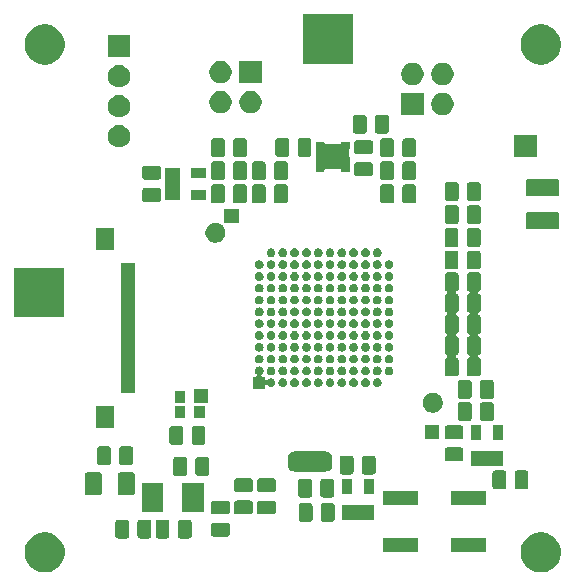
<source format=gts>
G04 #@! TF.GenerationSoftware,KiCad,Pcbnew,(5.1.6)-1*
G04 #@! TF.CreationDate,2020-07-07T21:46:09+02:00*
G04 #@! TF.ProjectId,ToF_camera_VGA,546f465f-6361-46d6-9572-615f5647412e,rev?*
G04 #@! TF.SameCoordinates,Original*
G04 #@! TF.FileFunction,Soldermask,Top*
G04 #@! TF.FilePolarity,Negative*
%FSLAX46Y46*%
G04 Gerber Fmt 4.6, Leading zero omitted, Abs format (unit mm)*
G04 Created by KiCad (PCBNEW (5.1.6)-1) date 2020-07-07 21:46:09*
%MOMM*%
%LPD*%
G01*
G04 APERTURE LIST*
%ADD10C,0.100000*%
G04 APERTURE END LIST*
D10*
G36*
X136331653Y-125332665D02*
G01*
X136495872Y-125365330D01*
X136805252Y-125493479D01*
X137083687Y-125679523D01*
X137320477Y-125916313D01*
X137506521Y-126194748D01*
X137634670Y-126504128D01*
X137700000Y-126832565D01*
X137700000Y-127167435D01*
X137634670Y-127495872D01*
X137506521Y-127805252D01*
X137320477Y-128083687D01*
X137083687Y-128320477D01*
X136805252Y-128506521D01*
X136495872Y-128634670D01*
X136331653Y-128667335D01*
X136167437Y-128700000D01*
X135832563Y-128700000D01*
X135668347Y-128667335D01*
X135504128Y-128634670D01*
X135194748Y-128506521D01*
X134916313Y-128320477D01*
X134679523Y-128083687D01*
X134493479Y-127805252D01*
X134365330Y-127495872D01*
X134300000Y-127167435D01*
X134300000Y-126832565D01*
X134365330Y-126504128D01*
X134493479Y-126194748D01*
X134679523Y-125916313D01*
X134916313Y-125679523D01*
X135194748Y-125493479D01*
X135504128Y-125365330D01*
X135668347Y-125332665D01*
X135832563Y-125300000D01*
X136167437Y-125300000D01*
X136331653Y-125332665D01*
G37*
G36*
X94331653Y-125332665D02*
G01*
X94495872Y-125365330D01*
X94805252Y-125493479D01*
X95083687Y-125679523D01*
X95320477Y-125916313D01*
X95506521Y-126194748D01*
X95634670Y-126504128D01*
X95700000Y-126832565D01*
X95700000Y-127167435D01*
X95634670Y-127495872D01*
X95506521Y-127805252D01*
X95320477Y-128083687D01*
X95083687Y-128320477D01*
X94805252Y-128506521D01*
X94495872Y-128634670D01*
X94331653Y-128667335D01*
X94167437Y-128700000D01*
X93832563Y-128700000D01*
X93668347Y-128667335D01*
X93504128Y-128634670D01*
X93194748Y-128506521D01*
X92916313Y-128320477D01*
X92679523Y-128083687D01*
X92493479Y-127805252D01*
X92365330Y-127495872D01*
X92300000Y-127167435D01*
X92300000Y-126832565D01*
X92365330Y-126504128D01*
X92493479Y-126194748D01*
X92679523Y-125916313D01*
X92916313Y-125679523D01*
X93194748Y-125493479D01*
X93504128Y-125365330D01*
X93668347Y-125332665D01*
X93832563Y-125300000D01*
X94167437Y-125300000D01*
X94331653Y-125332665D01*
G37*
G36*
X131385000Y-126970000D02*
G01*
X128435000Y-126970000D01*
X128435000Y-125770000D01*
X131385000Y-125770000D01*
X131385000Y-126970000D01*
G37*
G36*
X125625000Y-126970000D02*
G01*
X122675000Y-126970000D01*
X122675000Y-125770000D01*
X125625000Y-125770000D01*
X125625000Y-126970000D01*
G37*
G36*
X102846248Y-124235036D02*
G01*
X102889511Y-124248160D01*
X102929390Y-124269476D01*
X102964341Y-124298159D01*
X102993024Y-124333110D01*
X103014340Y-124372989D01*
X103027464Y-124416252D01*
X103032500Y-124467390D01*
X103032500Y-125592610D01*
X103027464Y-125643748D01*
X103014340Y-125687011D01*
X102993024Y-125726890D01*
X102964341Y-125761841D01*
X102929390Y-125790524D01*
X102889511Y-125811840D01*
X102846248Y-125824964D01*
X102795110Y-125830000D01*
X102094890Y-125830000D01*
X102043752Y-125824964D01*
X102000489Y-125811840D01*
X101960610Y-125790524D01*
X101925659Y-125761841D01*
X101896976Y-125726890D01*
X101875660Y-125687011D01*
X101862536Y-125643748D01*
X101857500Y-125592610D01*
X101857500Y-124467390D01*
X101862536Y-124416252D01*
X101875660Y-124372989D01*
X101896976Y-124333110D01*
X101925659Y-124298159D01*
X101960610Y-124269476D01*
X102000489Y-124248160D01*
X102043752Y-124235036D01*
X102094890Y-124230000D01*
X102795110Y-124230000D01*
X102846248Y-124235036D01*
G37*
G36*
X100971248Y-124235036D02*
G01*
X101014511Y-124248160D01*
X101054390Y-124269476D01*
X101089341Y-124298159D01*
X101118024Y-124333110D01*
X101139340Y-124372989D01*
X101152464Y-124416252D01*
X101157500Y-124467390D01*
X101157500Y-125592610D01*
X101152464Y-125643748D01*
X101139340Y-125687011D01*
X101118024Y-125726890D01*
X101089341Y-125761841D01*
X101054390Y-125790524D01*
X101014511Y-125811840D01*
X100971248Y-125824964D01*
X100920110Y-125830000D01*
X100219890Y-125830000D01*
X100168752Y-125824964D01*
X100125489Y-125811840D01*
X100085610Y-125790524D01*
X100050659Y-125761841D01*
X100021976Y-125726890D01*
X100000660Y-125687011D01*
X99987536Y-125643748D01*
X99982500Y-125592610D01*
X99982500Y-124467390D01*
X99987536Y-124416252D01*
X100000660Y-124372989D01*
X100021976Y-124333110D01*
X100050659Y-124298159D01*
X100085610Y-124269476D01*
X100125489Y-124248160D01*
X100168752Y-124235036D01*
X100219890Y-124230000D01*
X100920110Y-124230000D01*
X100971248Y-124235036D01*
G37*
G36*
X104383748Y-124235036D02*
G01*
X104427011Y-124248160D01*
X104466890Y-124269476D01*
X104501841Y-124298159D01*
X104530524Y-124333110D01*
X104551840Y-124372989D01*
X104564964Y-124416252D01*
X104570000Y-124467390D01*
X104570000Y-125592610D01*
X104564964Y-125643748D01*
X104551840Y-125687011D01*
X104530524Y-125726890D01*
X104501841Y-125761841D01*
X104466890Y-125790524D01*
X104427011Y-125811840D01*
X104383748Y-125824964D01*
X104332610Y-125830000D01*
X103632390Y-125830000D01*
X103581252Y-125824964D01*
X103537989Y-125811840D01*
X103498110Y-125790524D01*
X103463159Y-125761841D01*
X103434476Y-125726890D01*
X103413160Y-125687011D01*
X103400036Y-125643748D01*
X103395000Y-125592610D01*
X103395000Y-124467390D01*
X103400036Y-124416252D01*
X103413160Y-124372989D01*
X103434476Y-124333110D01*
X103463159Y-124298159D01*
X103498110Y-124269476D01*
X103537989Y-124248160D01*
X103581252Y-124235036D01*
X103632390Y-124230000D01*
X104332610Y-124230000D01*
X104383748Y-124235036D01*
G37*
G36*
X106258748Y-124235036D02*
G01*
X106302011Y-124248160D01*
X106341890Y-124269476D01*
X106376841Y-124298159D01*
X106405524Y-124333110D01*
X106426840Y-124372989D01*
X106439964Y-124416252D01*
X106445000Y-124467390D01*
X106445000Y-125592610D01*
X106439964Y-125643748D01*
X106426840Y-125687011D01*
X106405524Y-125726890D01*
X106376841Y-125761841D01*
X106341890Y-125790524D01*
X106302011Y-125811840D01*
X106258748Y-125824964D01*
X106207610Y-125830000D01*
X105507390Y-125830000D01*
X105456252Y-125824964D01*
X105412989Y-125811840D01*
X105373110Y-125790524D01*
X105338159Y-125761841D01*
X105309476Y-125726890D01*
X105288160Y-125687011D01*
X105275036Y-125643748D01*
X105270000Y-125592610D01*
X105270000Y-124467390D01*
X105275036Y-124416252D01*
X105288160Y-124372989D01*
X105309476Y-124333110D01*
X105338159Y-124298159D01*
X105373110Y-124269476D01*
X105412989Y-124248160D01*
X105456252Y-124235036D01*
X105507390Y-124230000D01*
X106207610Y-124230000D01*
X106258748Y-124235036D01*
G37*
G36*
X109493748Y-124495036D02*
G01*
X109537011Y-124508160D01*
X109576890Y-124529476D01*
X109611841Y-124558159D01*
X109640524Y-124593110D01*
X109661840Y-124632989D01*
X109674964Y-124676252D01*
X109680000Y-124727390D01*
X109680000Y-125427610D01*
X109674964Y-125478748D01*
X109661840Y-125522011D01*
X109640524Y-125561890D01*
X109611841Y-125596841D01*
X109576890Y-125625524D01*
X109537011Y-125646840D01*
X109493748Y-125659964D01*
X109442610Y-125665000D01*
X108317390Y-125665000D01*
X108266252Y-125659964D01*
X108222989Y-125646840D01*
X108183110Y-125625524D01*
X108148159Y-125596841D01*
X108119476Y-125561890D01*
X108098160Y-125522011D01*
X108085036Y-125478748D01*
X108080000Y-125427610D01*
X108080000Y-124727390D01*
X108085036Y-124676252D01*
X108098160Y-124632989D01*
X108119476Y-124593110D01*
X108148159Y-124558159D01*
X108183110Y-124529476D01*
X108222989Y-124508160D01*
X108266252Y-124495036D01*
X108317390Y-124490000D01*
X109442610Y-124490000D01*
X109493748Y-124495036D01*
G37*
G36*
X116496248Y-122815036D02*
G01*
X116539511Y-122828160D01*
X116579390Y-122849476D01*
X116614341Y-122878159D01*
X116643024Y-122913110D01*
X116664340Y-122952989D01*
X116677464Y-122996252D01*
X116682500Y-123047390D01*
X116682500Y-124172610D01*
X116677464Y-124223748D01*
X116664340Y-124267011D01*
X116643024Y-124306890D01*
X116614341Y-124341841D01*
X116579390Y-124370524D01*
X116539511Y-124391840D01*
X116496248Y-124404964D01*
X116445110Y-124410000D01*
X115744890Y-124410000D01*
X115693752Y-124404964D01*
X115650489Y-124391840D01*
X115610610Y-124370524D01*
X115575659Y-124341841D01*
X115546976Y-124306890D01*
X115525660Y-124267011D01*
X115512536Y-124223748D01*
X115507500Y-124172610D01*
X115507500Y-123047390D01*
X115512536Y-122996252D01*
X115525660Y-122952989D01*
X115546976Y-122913110D01*
X115575659Y-122878159D01*
X115610610Y-122849476D01*
X115650489Y-122828160D01*
X115693752Y-122815036D01*
X115744890Y-122810000D01*
X116445110Y-122810000D01*
X116496248Y-122815036D01*
G37*
G36*
X118371248Y-122815036D02*
G01*
X118414511Y-122828160D01*
X118454390Y-122849476D01*
X118489341Y-122878159D01*
X118518024Y-122913110D01*
X118539340Y-122952989D01*
X118552464Y-122996252D01*
X118557500Y-123047390D01*
X118557500Y-124172610D01*
X118552464Y-124223748D01*
X118539340Y-124267011D01*
X118518024Y-124306890D01*
X118489341Y-124341841D01*
X118454390Y-124370524D01*
X118414511Y-124391840D01*
X118371248Y-124404964D01*
X118320110Y-124410000D01*
X117619890Y-124410000D01*
X117568752Y-124404964D01*
X117525489Y-124391840D01*
X117485610Y-124370524D01*
X117450659Y-124341841D01*
X117421976Y-124306890D01*
X117400660Y-124267011D01*
X117387536Y-124223748D01*
X117382500Y-124172610D01*
X117382500Y-123047390D01*
X117387536Y-122996252D01*
X117400660Y-122952989D01*
X117421976Y-122913110D01*
X117450659Y-122878159D01*
X117485610Y-122849476D01*
X117525489Y-122828160D01*
X117568752Y-122815036D01*
X117619890Y-122810000D01*
X118320110Y-122810000D01*
X118371248Y-122815036D01*
G37*
G36*
X121895000Y-124240000D02*
G01*
X119145000Y-124240000D01*
X119145000Y-122980000D01*
X121895000Y-122980000D01*
X121895000Y-124240000D01*
G37*
G36*
X109493748Y-122620036D02*
G01*
X109537011Y-122633160D01*
X109576890Y-122654476D01*
X109611841Y-122683159D01*
X109640524Y-122718110D01*
X109661840Y-122757989D01*
X109674964Y-122801252D01*
X109680000Y-122852390D01*
X109680000Y-123552610D01*
X109674964Y-123603748D01*
X109661840Y-123647011D01*
X109640524Y-123686890D01*
X109611841Y-123721841D01*
X109576890Y-123750524D01*
X109537011Y-123771840D01*
X109493748Y-123784964D01*
X109442610Y-123790000D01*
X108317390Y-123790000D01*
X108266252Y-123784964D01*
X108222989Y-123771840D01*
X108183110Y-123750524D01*
X108148159Y-123721841D01*
X108119476Y-123686890D01*
X108098160Y-123647011D01*
X108085036Y-123603748D01*
X108080000Y-123552610D01*
X108080000Y-122852390D01*
X108085036Y-122801252D01*
X108098160Y-122757989D01*
X108119476Y-122718110D01*
X108148159Y-122683159D01*
X108183110Y-122654476D01*
X108222989Y-122633160D01*
X108266252Y-122620036D01*
X108317390Y-122615000D01*
X109442610Y-122615000D01*
X109493748Y-122620036D01*
G37*
G36*
X113393748Y-122617536D02*
G01*
X113437011Y-122630660D01*
X113476890Y-122651976D01*
X113511841Y-122680659D01*
X113540524Y-122715610D01*
X113561840Y-122755489D01*
X113574964Y-122798752D01*
X113580000Y-122849890D01*
X113580000Y-123550110D01*
X113574964Y-123601248D01*
X113561840Y-123644511D01*
X113540524Y-123684390D01*
X113511841Y-123719341D01*
X113476890Y-123748024D01*
X113437011Y-123769340D01*
X113393748Y-123782464D01*
X113342610Y-123787500D01*
X112217390Y-123787500D01*
X112166252Y-123782464D01*
X112122989Y-123769340D01*
X112083110Y-123748024D01*
X112048159Y-123719341D01*
X112019476Y-123684390D01*
X111998160Y-123644511D01*
X111985036Y-123601248D01*
X111980000Y-123550110D01*
X111980000Y-122849890D01*
X111985036Y-122798752D01*
X111998160Y-122755489D01*
X112019476Y-122715610D01*
X112048159Y-122680659D01*
X112083110Y-122651976D01*
X112122989Y-122630660D01*
X112166252Y-122617536D01*
X112217390Y-122612500D01*
X113342610Y-122612500D01*
X113393748Y-122617536D01*
G37*
G36*
X111443748Y-122612536D02*
G01*
X111487011Y-122625660D01*
X111526890Y-122646976D01*
X111561841Y-122675659D01*
X111590524Y-122710610D01*
X111611840Y-122750489D01*
X111624964Y-122793752D01*
X111630000Y-122844890D01*
X111630000Y-123545110D01*
X111624964Y-123596248D01*
X111611840Y-123639511D01*
X111590524Y-123679390D01*
X111561841Y-123714341D01*
X111526890Y-123743024D01*
X111487011Y-123764340D01*
X111443748Y-123777464D01*
X111392610Y-123782500D01*
X110267390Y-123782500D01*
X110216252Y-123777464D01*
X110172989Y-123764340D01*
X110133110Y-123743024D01*
X110098159Y-123714341D01*
X110069476Y-123679390D01*
X110048160Y-123639511D01*
X110035036Y-123596248D01*
X110030000Y-123545110D01*
X110030000Y-122844890D01*
X110035036Y-122793752D01*
X110048160Y-122750489D01*
X110069476Y-122710610D01*
X110098159Y-122675659D01*
X110133110Y-122646976D01*
X110172989Y-122625660D01*
X110216252Y-122612536D01*
X110267390Y-122607500D01*
X111392610Y-122607500D01*
X111443748Y-122612536D01*
G37*
G36*
X104050000Y-123605000D02*
G01*
X102250000Y-123605000D01*
X102250000Y-121155000D01*
X104050000Y-121155000D01*
X104050000Y-123605000D01*
G37*
G36*
X107450000Y-123605000D02*
G01*
X105650000Y-123605000D01*
X105650000Y-121155000D01*
X107450000Y-121155000D01*
X107450000Y-123605000D01*
G37*
G36*
X131385000Y-122970000D02*
G01*
X128435000Y-122970000D01*
X128435000Y-121770000D01*
X131385000Y-121770000D01*
X131385000Y-122970000D01*
G37*
G36*
X125625000Y-122970000D02*
G01*
X122675000Y-122970000D01*
X122675000Y-121770000D01*
X125625000Y-121770000D01*
X125625000Y-122970000D01*
G37*
G36*
X116456248Y-120765036D02*
G01*
X116499511Y-120778160D01*
X116539390Y-120799476D01*
X116574341Y-120828159D01*
X116603024Y-120863110D01*
X116624340Y-120902989D01*
X116637464Y-120946252D01*
X116642500Y-120997390D01*
X116642500Y-122122610D01*
X116637464Y-122173748D01*
X116624340Y-122217011D01*
X116603024Y-122256890D01*
X116574341Y-122291841D01*
X116539390Y-122320524D01*
X116499511Y-122341840D01*
X116456248Y-122354964D01*
X116405110Y-122360000D01*
X115704890Y-122360000D01*
X115653752Y-122354964D01*
X115610489Y-122341840D01*
X115570610Y-122320524D01*
X115535659Y-122291841D01*
X115506976Y-122256890D01*
X115485660Y-122217011D01*
X115472536Y-122173748D01*
X115467500Y-122122610D01*
X115467500Y-120997390D01*
X115472536Y-120946252D01*
X115485660Y-120902989D01*
X115506976Y-120863110D01*
X115535659Y-120828159D01*
X115570610Y-120799476D01*
X115610489Y-120778160D01*
X115653752Y-120765036D01*
X115704890Y-120760000D01*
X116405110Y-120760000D01*
X116456248Y-120765036D01*
G37*
G36*
X118331248Y-120765036D02*
G01*
X118374511Y-120778160D01*
X118414390Y-120799476D01*
X118449341Y-120828159D01*
X118478024Y-120863110D01*
X118499340Y-120902989D01*
X118512464Y-120946252D01*
X118517500Y-120997390D01*
X118517500Y-122122610D01*
X118512464Y-122173748D01*
X118499340Y-122217011D01*
X118478024Y-122256890D01*
X118449341Y-122291841D01*
X118414390Y-122320524D01*
X118374511Y-122341840D01*
X118331248Y-122354964D01*
X118280110Y-122360000D01*
X117579890Y-122360000D01*
X117528752Y-122354964D01*
X117485489Y-122341840D01*
X117445610Y-122320524D01*
X117410659Y-122291841D01*
X117381976Y-122256890D01*
X117360660Y-122217011D01*
X117347536Y-122173748D01*
X117342500Y-122122610D01*
X117342500Y-120997390D01*
X117347536Y-120946252D01*
X117360660Y-120902989D01*
X117381976Y-120863110D01*
X117410659Y-120828159D01*
X117445610Y-120799476D01*
X117485489Y-120778160D01*
X117528752Y-120765036D01*
X117579890Y-120760000D01*
X118280110Y-120760000D01*
X118331248Y-120765036D01*
G37*
G36*
X101451828Y-120229724D02*
G01*
X101492045Y-120241924D01*
X101529111Y-120261736D01*
X101561601Y-120288399D01*
X101588264Y-120320889D01*
X101608076Y-120357955D01*
X101620276Y-120398172D01*
X101625000Y-120446140D01*
X101625000Y-121953860D01*
X101620276Y-122001828D01*
X101608076Y-122042045D01*
X101588264Y-122079111D01*
X101561601Y-122111601D01*
X101529111Y-122138264D01*
X101492045Y-122158076D01*
X101451828Y-122170276D01*
X101403860Y-122175000D01*
X100396140Y-122175000D01*
X100348172Y-122170276D01*
X100307955Y-122158076D01*
X100270889Y-122138264D01*
X100238399Y-122111601D01*
X100211736Y-122079111D01*
X100191924Y-122042045D01*
X100179724Y-122001828D01*
X100175000Y-121953860D01*
X100175000Y-120446140D01*
X100179724Y-120398172D01*
X100191924Y-120357955D01*
X100211736Y-120320889D01*
X100238399Y-120288399D01*
X100270889Y-120261736D01*
X100307955Y-120241924D01*
X100348172Y-120229724D01*
X100396140Y-120225000D01*
X101403860Y-120225000D01*
X101451828Y-120229724D01*
G37*
G36*
X98651828Y-120229724D02*
G01*
X98692045Y-120241924D01*
X98729111Y-120261736D01*
X98761601Y-120288399D01*
X98788264Y-120320889D01*
X98808076Y-120357955D01*
X98820276Y-120398172D01*
X98825000Y-120446140D01*
X98825000Y-121953860D01*
X98820276Y-122001828D01*
X98808076Y-122042045D01*
X98788264Y-122079111D01*
X98761601Y-122111601D01*
X98729111Y-122138264D01*
X98692045Y-122158076D01*
X98651828Y-122170276D01*
X98603860Y-122175000D01*
X97596140Y-122175000D01*
X97548172Y-122170276D01*
X97507955Y-122158076D01*
X97470889Y-122138264D01*
X97438399Y-122111601D01*
X97411736Y-122079111D01*
X97391924Y-122042045D01*
X97379724Y-122001828D01*
X97375000Y-121953860D01*
X97375000Y-120446140D01*
X97379724Y-120398172D01*
X97391924Y-120357955D01*
X97411736Y-120320889D01*
X97438399Y-120288399D01*
X97470889Y-120261736D01*
X97507955Y-120241924D01*
X97548172Y-120229724D01*
X97596140Y-120225000D01*
X98603860Y-120225000D01*
X98651828Y-120229724D01*
G37*
G36*
X121895000Y-122040000D02*
G01*
X121045000Y-122040000D01*
X121045000Y-120780000D01*
X121895000Y-120780000D01*
X121895000Y-122040000D01*
G37*
G36*
X119995000Y-122040000D02*
G01*
X119145000Y-122040000D01*
X119145000Y-120780000D01*
X119995000Y-120780000D01*
X119995000Y-122040000D01*
G37*
G36*
X113393748Y-120742536D02*
G01*
X113437011Y-120755660D01*
X113476890Y-120776976D01*
X113511841Y-120805659D01*
X113540524Y-120840610D01*
X113561840Y-120880489D01*
X113574964Y-120923752D01*
X113580000Y-120974890D01*
X113580000Y-121675110D01*
X113574964Y-121726248D01*
X113561840Y-121769511D01*
X113540524Y-121809390D01*
X113511841Y-121844341D01*
X113476890Y-121873024D01*
X113437011Y-121894340D01*
X113393748Y-121907464D01*
X113342610Y-121912500D01*
X112217390Y-121912500D01*
X112166252Y-121907464D01*
X112122989Y-121894340D01*
X112083110Y-121873024D01*
X112048159Y-121844341D01*
X112019476Y-121809390D01*
X111998160Y-121769511D01*
X111985036Y-121726248D01*
X111980000Y-121675110D01*
X111980000Y-120974890D01*
X111985036Y-120923752D01*
X111998160Y-120880489D01*
X112019476Y-120840610D01*
X112048159Y-120805659D01*
X112083110Y-120776976D01*
X112122989Y-120755660D01*
X112166252Y-120742536D01*
X112217390Y-120737500D01*
X113342610Y-120737500D01*
X113393748Y-120742536D01*
G37*
G36*
X111443748Y-120737536D02*
G01*
X111487011Y-120750660D01*
X111526890Y-120771976D01*
X111561841Y-120800659D01*
X111590524Y-120835610D01*
X111611840Y-120875489D01*
X111624964Y-120918752D01*
X111630000Y-120969890D01*
X111630000Y-121670110D01*
X111624964Y-121721248D01*
X111611840Y-121764511D01*
X111590524Y-121804390D01*
X111561841Y-121839341D01*
X111526890Y-121868024D01*
X111487011Y-121889340D01*
X111443748Y-121902464D01*
X111392610Y-121907500D01*
X110267390Y-121907500D01*
X110216252Y-121902464D01*
X110172989Y-121889340D01*
X110133110Y-121868024D01*
X110098159Y-121839341D01*
X110069476Y-121804390D01*
X110048160Y-121764511D01*
X110035036Y-121721248D01*
X110030000Y-121670110D01*
X110030000Y-120969890D01*
X110035036Y-120918752D01*
X110048160Y-120875489D01*
X110069476Y-120835610D01*
X110098159Y-120800659D01*
X110133110Y-120771976D01*
X110172989Y-120750660D01*
X110216252Y-120737536D01*
X110267390Y-120732500D01*
X111392610Y-120732500D01*
X111443748Y-120737536D01*
G37*
G36*
X134778748Y-120075036D02*
G01*
X134822011Y-120088160D01*
X134861890Y-120109476D01*
X134896841Y-120138159D01*
X134925524Y-120173110D01*
X134946840Y-120212989D01*
X134959964Y-120256252D01*
X134965000Y-120307390D01*
X134965000Y-121432610D01*
X134959964Y-121483748D01*
X134946840Y-121527011D01*
X134925524Y-121566890D01*
X134896841Y-121601841D01*
X134861890Y-121630524D01*
X134822011Y-121651840D01*
X134778748Y-121664964D01*
X134727610Y-121670000D01*
X134027390Y-121670000D01*
X133976252Y-121664964D01*
X133932989Y-121651840D01*
X133893110Y-121630524D01*
X133858159Y-121601841D01*
X133829476Y-121566890D01*
X133808160Y-121527011D01*
X133795036Y-121483748D01*
X133790000Y-121432610D01*
X133790000Y-120307390D01*
X133795036Y-120256252D01*
X133808160Y-120212989D01*
X133829476Y-120173110D01*
X133858159Y-120138159D01*
X133893110Y-120109476D01*
X133932989Y-120088160D01*
X133976252Y-120075036D01*
X134027390Y-120070000D01*
X134727610Y-120070000D01*
X134778748Y-120075036D01*
G37*
G36*
X132903748Y-120075036D02*
G01*
X132947011Y-120088160D01*
X132986890Y-120109476D01*
X133021841Y-120138159D01*
X133050524Y-120173110D01*
X133071840Y-120212989D01*
X133084964Y-120256252D01*
X133090000Y-120307390D01*
X133090000Y-121432610D01*
X133084964Y-121483748D01*
X133071840Y-121527011D01*
X133050524Y-121566890D01*
X133021841Y-121601841D01*
X132986890Y-121630524D01*
X132947011Y-121651840D01*
X132903748Y-121664964D01*
X132852610Y-121670000D01*
X132152390Y-121670000D01*
X132101252Y-121664964D01*
X132057989Y-121651840D01*
X132018110Y-121630524D01*
X131983159Y-121601841D01*
X131954476Y-121566890D01*
X131933160Y-121527011D01*
X131920036Y-121483748D01*
X131915000Y-121432610D01*
X131915000Y-120307390D01*
X131920036Y-120256252D01*
X131933160Y-120212989D01*
X131954476Y-120173110D01*
X131983159Y-120138159D01*
X132018110Y-120109476D01*
X132057989Y-120088160D01*
X132101252Y-120075036D01*
X132152390Y-120070000D01*
X132852610Y-120070000D01*
X132903748Y-120075036D01*
G37*
G36*
X107748748Y-118935036D02*
G01*
X107792011Y-118948160D01*
X107831890Y-118969476D01*
X107866841Y-118998159D01*
X107895524Y-119033110D01*
X107916840Y-119072989D01*
X107929964Y-119116252D01*
X107935000Y-119167390D01*
X107935000Y-120292610D01*
X107929964Y-120343748D01*
X107916840Y-120387011D01*
X107895524Y-120426890D01*
X107866841Y-120461841D01*
X107831890Y-120490524D01*
X107792011Y-120511840D01*
X107748748Y-120524964D01*
X107697610Y-120530000D01*
X106997390Y-120530000D01*
X106946252Y-120524964D01*
X106902989Y-120511840D01*
X106863110Y-120490524D01*
X106828159Y-120461841D01*
X106799476Y-120426890D01*
X106778160Y-120387011D01*
X106765036Y-120343748D01*
X106760000Y-120292610D01*
X106760000Y-119167390D01*
X106765036Y-119116252D01*
X106778160Y-119072989D01*
X106799476Y-119033110D01*
X106828159Y-118998159D01*
X106863110Y-118969476D01*
X106902989Y-118948160D01*
X106946252Y-118935036D01*
X106997390Y-118930000D01*
X107697610Y-118930000D01*
X107748748Y-118935036D01*
G37*
G36*
X105873748Y-118935036D02*
G01*
X105917011Y-118948160D01*
X105956890Y-118969476D01*
X105991841Y-118998159D01*
X106020524Y-119033110D01*
X106041840Y-119072989D01*
X106054964Y-119116252D01*
X106060000Y-119167390D01*
X106060000Y-120292610D01*
X106054964Y-120343748D01*
X106041840Y-120387011D01*
X106020524Y-120426890D01*
X105991841Y-120461841D01*
X105956890Y-120490524D01*
X105917011Y-120511840D01*
X105873748Y-120524964D01*
X105822610Y-120530000D01*
X105122390Y-120530000D01*
X105071252Y-120524964D01*
X105027989Y-120511840D01*
X104988110Y-120490524D01*
X104953159Y-120461841D01*
X104924476Y-120426890D01*
X104903160Y-120387011D01*
X104890036Y-120343748D01*
X104885000Y-120292610D01*
X104885000Y-119167390D01*
X104890036Y-119116252D01*
X104903160Y-119072989D01*
X104924476Y-119033110D01*
X104953159Y-118998159D01*
X104988110Y-118969476D01*
X105027989Y-118948160D01*
X105071252Y-118935036D01*
X105122390Y-118930000D01*
X105822610Y-118930000D01*
X105873748Y-118935036D01*
G37*
G36*
X119963748Y-118815036D02*
G01*
X120007011Y-118828160D01*
X120046890Y-118849476D01*
X120081841Y-118878159D01*
X120110524Y-118913110D01*
X120131840Y-118952989D01*
X120144964Y-118996252D01*
X120150000Y-119047390D01*
X120150000Y-120172610D01*
X120144964Y-120223748D01*
X120131840Y-120267011D01*
X120110524Y-120306890D01*
X120081841Y-120341841D01*
X120046890Y-120370524D01*
X120007011Y-120391840D01*
X119963748Y-120404964D01*
X119912610Y-120410000D01*
X119212390Y-120410000D01*
X119161252Y-120404964D01*
X119117989Y-120391840D01*
X119078110Y-120370524D01*
X119043159Y-120341841D01*
X119014476Y-120306890D01*
X118993160Y-120267011D01*
X118980036Y-120223748D01*
X118975000Y-120172610D01*
X118975000Y-119047390D01*
X118980036Y-118996252D01*
X118993160Y-118952989D01*
X119014476Y-118913110D01*
X119043159Y-118878159D01*
X119078110Y-118849476D01*
X119117989Y-118828160D01*
X119161252Y-118815036D01*
X119212390Y-118810000D01*
X119912610Y-118810000D01*
X119963748Y-118815036D01*
G37*
G36*
X121838748Y-118815036D02*
G01*
X121882011Y-118828160D01*
X121921890Y-118849476D01*
X121956841Y-118878159D01*
X121985524Y-118913110D01*
X122006840Y-118952989D01*
X122019964Y-118996252D01*
X122025000Y-119047390D01*
X122025000Y-120172610D01*
X122019964Y-120223748D01*
X122006840Y-120267011D01*
X121985524Y-120306890D01*
X121956841Y-120341841D01*
X121921890Y-120370524D01*
X121882011Y-120391840D01*
X121838748Y-120404964D01*
X121787610Y-120410000D01*
X121087390Y-120410000D01*
X121036252Y-120404964D01*
X120992989Y-120391840D01*
X120953110Y-120370524D01*
X120918159Y-120341841D01*
X120889476Y-120306890D01*
X120868160Y-120267011D01*
X120855036Y-120223748D01*
X120850000Y-120172610D01*
X120850000Y-119047390D01*
X120855036Y-118996252D01*
X120868160Y-118952989D01*
X120889476Y-118913110D01*
X120918159Y-118878159D01*
X120953110Y-118849476D01*
X120992989Y-118828160D01*
X121036252Y-118815036D01*
X121087390Y-118810000D01*
X121787610Y-118810000D01*
X121838748Y-118815036D01*
G37*
G36*
X115732751Y-118460771D02*
G01*
X115757255Y-118460771D01*
X115761131Y-118460000D01*
X117191557Y-118460000D01*
X117207249Y-118460771D01*
X117226137Y-118458911D01*
X117763861Y-118458911D01*
X117782199Y-118460717D01*
X117794450Y-118461319D01*
X117812869Y-118461319D01*
X117844754Y-118464459D01*
X117928839Y-118481185D01*
X117959505Y-118490487D01*
X118038703Y-118523291D01*
X118066965Y-118538398D01*
X118138256Y-118586033D01*
X118163014Y-118606352D01*
X118223648Y-118666986D01*
X118243967Y-118691744D01*
X118291602Y-118763035D01*
X118306709Y-118791297D01*
X118339513Y-118870495D01*
X118348815Y-118901161D01*
X118365541Y-118985246D01*
X118368681Y-119017131D01*
X118368681Y-119035550D01*
X118369283Y-119047801D01*
X118371089Y-119066139D01*
X118371089Y-119553862D01*
X118369283Y-119572199D01*
X118368681Y-119584450D01*
X118368681Y-119602869D01*
X118365541Y-119634754D01*
X118348815Y-119718839D01*
X118339513Y-119749505D01*
X118306709Y-119828703D01*
X118291602Y-119856965D01*
X118243967Y-119928256D01*
X118223648Y-119953014D01*
X118163014Y-120013648D01*
X118138256Y-120033967D01*
X118066965Y-120081602D01*
X118038703Y-120096709D01*
X117959505Y-120129513D01*
X117928839Y-120138815D01*
X117844754Y-120155541D01*
X117812869Y-120158681D01*
X117794450Y-120158681D01*
X117782199Y-120159283D01*
X117763862Y-120161089D01*
X117226137Y-120161089D01*
X117207249Y-120159229D01*
X117182745Y-120159229D01*
X117178869Y-120160000D01*
X115748443Y-120160000D01*
X115732751Y-120159229D01*
X115713863Y-120161089D01*
X115176138Y-120161089D01*
X115157801Y-120159283D01*
X115145550Y-120158681D01*
X115127131Y-120158681D01*
X115095246Y-120155541D01*
X115011161Y-120138815D01*
X114980495Y-120129513D01*
X114901297Y-120096709D01*
X114873035Y-120081602D01*
X114801744Y-120033967D01*
X114776986Y-120013648D01*
X114716352Y-119953014D01*
X114696033Y-119928256D01*
X114648398Y-119856965D01*
X114633291Y-119828703D01*
X114600487Y-119749505D01*
X114591185Y-119718839D01*
X114574459Y-119634754D01*
X114571319Y-119602869D01*
X114571319Y-119584450D01*
X114570717Y-119572199D01*
X114568911Y-119553862D01*
X114568911Y-119066139D01*
X114570717Y-119047801D01*
X114571319Y-119035550D01*
X114571319Y-119017131D01*
X114574459Y-118985246D01*
X114591185Y-118901161D01*
X114600487Y-118870495D01*
X114633291Y-118791297D01*
X114648398Y-118763035D01*
X114696033Y-118691744D01*
X114716352Y-118666986D01*
X114776986Y-118606352D01*
X114801744Y-118586033D01*
X114873035Y-118538398D01*
X114901297Y-118523291D01*
X114980495Y-118490487D01*
X115011161Y-118481185D01*
X115095246Y-118464459D01*
X115127131Y-118461319D01*
X115145550Y-118461319D01*
X115157801Y-118460717D01*
X115176139Y-118458911D01*
X115713863Y-118458911D01*
X115732751Y-118460771D01*
G37*
G36*
X132835000Y-119700000D02*
G01*
X130085000Y-119700000D01*
X130085000Y-118440000D01*
X132835000Y-118440000D01*
X132835000Y-119700000D01*
G37*
G36*
X99426248Y-118005036D02*
G01*
X99469511Y-118018160D01*
X99509390Y-118039476D01*
X99544341Y-118068159D01*
X99573024Y-118103110D01*
X99594340Y-118142989D01*
X99607464Y-118186252D01*
X99612500Y-118237390D01*
X99612500Y-119362610D01*
X99607464Y-119413748D01*
X99594340Y-119457011D01*
X99573024Y-119496890D01*
X99544341Y-119531841D01*
X99509390Y-119560524D01*
X99469511Y-119581840D01*
X99426248Y-119594964D01*
X99375110Y-119600000D01*
X98674890Y-119600000D01*
X98623752Y-119594964D01*
X98580489Y-119581840D01*
X98540610Y-119560524D01*
X98505659Y-119531841D01*
X98476976Y-119496890D01*
X98455660Y-119457011D01*
X98442536Y-119413748D01*
X98437500Y-119362610D01*
X98437500Y-118237390D01*
X98442536Y-118186252D01*
X98455660Y-118142989D01*
X98476976Y-118103110D01*
X98505659Y-118068159D01*
X98540610Y-118039476D01*
X98580489Y-118018160D01*
X98623752Y-118005036D01*
X98674890Y-118000000D01*
X99375110Y-118000000D01*
X99426248Y-118005036D01*
G37*
G36*
X101301248Y-118005036D02*
G01*
X101344511Y-118018160D01*
X101384390Y-118039476D01*
X101419341Y-118068159D01*
X101448024Y-118103110D01*
X101469340Y-118142989D01*
X101482464Y-118186252D01*
X101487500Y-118237390D01*
X101487500Y-119362610D01*
X101482464Y-119413748D01*
X101469340Y-119457011D01*
X101448024Y-119496890D01*
X101419341Y-119531841D01*
X101384390Y-119560524D01*
X101344511Y-119581840D01*
X101301248Y-119594964D01*
X101250110Y-119600000D01*
X100549890Y-119600000D01*
X100498752Y-119594964D01*
X100455489Y-119581840D01*
X100415610Y-119560524D01*
X100380659Y-119531841D01*
X100351976Y-119496890D01*
X100330660Y-119457011D01*
X100317536Y-119413748D01*
X100312500Y-119362610D01*
X100312500Y-118237390D01*
X100317536Y-118186252D01*
X100330660Y-118142989D01*
X100351976Y-118103110D01*
X100380659Y-118068159D01*
X100415610Y-118039476D01*
X100455489Y-118018160D01*
X100498752Y-118005036D01*
X100549890Y-118000000D01*
X101250110Y-118000000D01*
X101301248Y-118005036D01*
G37*
G36*
X129273748Y-118125036D02*
G01*
X129317011Y-118138160D01*
X129356890Y-118159476D01*
X129391841Y-118188159D01*
X129420524Y-118223110D01*
X129441840Y-118262989D01*
X129454964Y-118306252D01*
X129460000Y-118357390D01*
X129460000Y-119057610D01*
X129454964Y-119108748D01*
X129441840Y-119152011D01*
X129420524Y-119191890D01*
X129391841Y-119226841D01*
X129356890Y-119255524D01*
X129317011Y-119276840D01*
X129273748Y-119289964D01*
X129222610Y-119295000D01*
X128097390Y-119295000D01*
X128046252Y-119289964D01*
X128002989Y-119276840D01*
X127963110Y-119255524D01*
X127928159Y-119226841D01*
X127899476Y-119191890D01*
X127878160Y-119152011D01*
X127865036Y-119108748D01*
X127860000Y-119057610D01*
X127860000Y-118357390D01*
X127865036Y-118306252D01*
X127878160Y-118262989D01*
X127899476Y-118223110D01*
X127928159Y-118188159D01*
X127963110Y-118159476D01*
X128002989Y-118138160D01*
X128046252Y-118125036D01*
X128097390Y-118120000D01*
X129222610Y-118120000D01*
X129273748Y-118125036D01*
G37*
G36*
X107428748Y-116305036D02*
G01*
X107472011Y-116318160D01*
X107511890Y-116339476D01*
X107546841Y-116368159D01*
X107575524Y-116403110D01*
X107596840Y-116442989D01*
X107609964Y-116486252D01*
X107615000Y-116537390D01*
X107615000Y-117662610D01*
X107609964Y-117713748D01*
X107596840Y-117757011D01*
X107575524Y-117796890D01*
X107546841Y-117831841D01*
X107511890Y-117860524D01*
X107472011Y-117881840D01*
X107428748Y-117894964D01*
X107377610Y-117900000D01*
X106677390Y-117900000D01*
X106626252Y-117894964D01*
X106582989Y-117881840D01*
X106543110Y-117860524D01*
X106508159Y-117831841D01*
X106479476Y-117796890D01*
X106458160Y-117757011D01*
X106445036Y-117713748D01*
X106440000Y-117662610D01*
X106440000Y-116537390D01*
X106445036Y-116486252D01*
X106458160Y-116442989D01*
X106479476Y-116403110D01*
X106508159Y-116368159D01*
X106543110Y-116339476D01*
X106582989Y-116318160D01*
X106626252Y-116305036D01*
X106677390Y-116300000D01*
X107377610Y-116300000D01*
X107428748Y-116305036D01*
G37*
G36*
X105553748Y-116305036D02*
G01*
X105597011Y-116318160D01*
X105636890Y-116339476D01*
X105671841Y-116368159D01*
X105700524Y-116403110D01*
X105721840Y-116442989D01*
X105734964Y-116486252D01*
X105740000Y-116537390D01*
X105740000Y-117662610D01*
X105734964Y-117713748D01*
X105721840Y-117757011D01*
X105700524Y-117796890D01*
X105671841Y-117831841D01*
X105636890Y-117860524D01*
X105597011Y-117881840D01*
X105553748Y-117894964D01*
X105502610Y-117900000D01*
X104802390Y-117900000D01*
X104751252Y-117894964D01*
X104707989Y-117881840D01*
X104668110Y-117860524D01*
X104633159Y-117831841D01*
X104604476Y-117796890D01*
X104583160Y-117757011D01*
X104570036Y-117713748D01*
X104565000Y-117662610D01*
X104565000Y-116537390D01*
X104570036Y-116486252D01*
X104583160Y-116442989D01*
X104604476Y-116403110D01*
X104633159Y-116368159D01*
X104668110Y-116339476D01*
X104707989Y-116318160D01*
X104751252Y-116305036D01*
X104802390Y-116300000D01*
X105502610Y-116300000D01*
X105553748Y-116305036D01*
G37*
G36*
X132835000Y-117500000D02*
G01*
X131985000Y-117500000D01*
X131985000Y-116240000D01*
X132835000Y-116240000D01*
X132835000Y-117500000D01*
G37*
G36*
X130935000Y-117500000D02*
G01*
X130085000Y-117500000D01*
X130085000Y-116240000D01*
X130935000Y-116240000D01*
X130935000Y-117500000D01*
G37*
G36*
X129273748Y-116250036D02*
G01*
X129317011Y-116263160D01*
X129356890Y-116284476D01*
X129391841Y-116313159D01*
X129420524Y-116348110D01*
X129441840Y-116387989D01*
X129454964Y-116431252D01*
X129460000Y-116482390D01*
X129460000Y-117182610D01*
X129454964Y-117233748D01*
X129441840Y-117277011D01*
X129420524Y-117316890D01*
X129391841Y-117351841D01*
X129356890Y-117380524D01*
X129317011Y-117401840D01*
X129273748Y-117414964D01*
X129222610Y-117420000D01*
X128097390Y-117420000D01*
X128046252Y-117414964D01*
X128002989Y-117401840D01*
X127963110Y-117380524D01*
X127928159Y-117351841D01*
X127899476Y-117316890D01*
X127878160Y-117277011D01*
X127865036Y-117233748D01*
X127860000Y-117182610D01*
X127860000Y-116482390D01*
X127865036Y-116431252D01*
X127878160Y-116387989D01*
X127899476Y-116348110D01*
X127928159Y-116313159D01*
X127963110Y-116284476D01*
X128002989Y-116263160D01*
X128046252Y-116250036D01*
X128097390Y-116245000D01*
X129222610Y-116245000D01*
X129273748Y-116250036D01*
G37*
G36*
X127410000Y-117420000D02*
G01*
X126210000Y-117420000D01*
X126210000Y-116220000D01*
X127410000Y-116220000D01*
X127410000Y-117420000D01*
G37*
G36*
X99890000Y-116440000D02*
G01*
X98390000Y-116440000D01*
X98390000Y-114590000D01*
X99890000Y-114590000D01*
X99890000Y-116440000D01*
G37*
G36*
X131838748Y-114295036D02*
G01*
X131882011Y-114308160D01*
X131921890Y-114329476D01*
X131956841Y-114358159D01*
X131985524Y-114393110D01*
X132006840Y-114432989D01*
X132019964Y-114476252D01*
X132025000Y-114527390D01*
X132025000Y-115652610D01*
X132019964Y-115703748D01*
X132006840Y-115747011D01*
X131985524Y-115786890D01*
X131956841Y-115821841D01*
X131921890Y-115850524D01*
X131882011Y-115871840D01*
X131838748Y-115884964D01*
X131787610Y-115890000D01*
X131087390Y-115890000D01*
X131036252Y-115884964D01*
X130992989Y-115871840D01*
X130953110Y-115850524D01*
X130918159Y-115821841D01*
X130889476Y-115786890D01*
X130868160Y-115747011D01*
X130855036Y-115703748D01*
X130850000Y-115652610D01*
X130850000Y-114527390D01*
X130855036Y-114476252D01*
X130868160Y-114432989D01*
X130889476Y-114393110D01*
X130918159Y-114358159D01*
X130953110Y-114329476D01*
X130992989Y-114308160D01*
X131036252Y-114295036D01*
X131087390Y-114290000D01*
X131787610Y-114290000D01*
X131838748Y-114295036D01*
G37*
G36*
X129963748Y-114295036D02*
G01*
X130007011Y-114308160D01*
X130046890Y-114329476D01*
X130081841Y-114358159D01*
X130110524Y-114393110D01*
X130131840Y-114432989D01*
X130144964Y-114476252D01*
X130150000Y-114527390D01*
X130150000Y-115652610D01*
X130144964Y-115703748D01*
X130131840Y-115747011D01*
X130110524Y-115786890D01*
X130081841Y-115821841D01*
X130046890Y-115850524D01*
X130007011Y-115871840D01*
X129963748Y-115884964D01*
X129912610Y-115890000D01*
X129212390Y-115890000D01*
X129161252Y-115884964D01*
X129117989Y-115871840D01*
X129078110Y-115850524D01*
X129043159Y-115821841D01*
X129014476Y-115786890D01*
X128993160Y-115747011D01*
X128980036Y-115703748D01*
X128975000Y-115652610D01*
X128975000Y-114527390D01*
X128980036Y-114476252D01*
X128993160Y-114432989D01*
X129014476Y-114393110D01*
X129043159Y-114358159D01*
X129078110Y-114329476D01*
X129117989Y-114308160D01*
X129161252Y-114295036D01*
X129212390Y-114290000D01*
X129912610Y-114290000D01*
X129963748Y-114295036D01*
G37*
G36*
X107575000Y-115615000D02*
G01*
X106675000Y-115615000D01*
X106675000Y-114615000D01*
X107575000Y-114615000D01*
X107575000Y-115615000D01*
G37*
G36*
X105925000Y-115615000D02*
G01*
X105025000Y-115615000D01*
X105025000Y-114615000D01*
X105925000Y-114615000D01*
X105925000Y-115615000D01*
G37*
G36*
X127107935Y-113512664D02*
G01*
X127262624Y-113576739D01*
X127262626Y-113576740D01*
X127401844Y-113669762D01*
X127520238Y-113788156D01*
X127592891Y-113896890D01*
X127613261Y-113927376D01*
X127677336Y-114082065D01*
X127710000Y-114246281D01*
X127710000Y-114413719D01*
X127677336Y-114577935D01*
X127674927Y-114583750D01*
X127613260Y-114732626D01*
X127520238Y-114871844D01*
X127401844Y-114990238D01*
X127262626Y-115083260D01*
X127262625Y-115083261D01*
X127262624Y-115083261D01*
X127107935Y-115147336D01*
X126943719Y-115180000D01*
X126776281Y-115180000D01*
X126612065Y-115147336D01*
X126457376Y-115083261D01*
X126457375Y-115083261D01*
X126457374Y-115083260D01*
X126318156Y-114990238D01*
X126199762Y-114871844D01*
X126106740Y-114732626D01*
X126045073Y-114583750D01*
X126042664Y-114577935D01*
X126010000Y-114413719D01*
X126010000Y-114246281D01*
X126042664Y-114082065D01*
X126106739Y-113927376D01*
X126127109Y-113896890D01*
X126199762Y-113788156D01*
X126318156Y-113669762D01*
X126457374Y-113576740D01*
X126457376Y-113576739D01*
X126612065Y-113512664D01*
X126776281Y-113480000D01*
X126943719Y-113480000D01*
X127107935Y-113512664D01*
G37*
G36*
X107870000Y-114360000D02*
G01*
X107699999Y-114360000D01*
X107675613Y-114362402D01*
X107667048Y-114365000D01*
X106670000Y-114365000D01*
X106670000Y-113160000D01*
X107870000Y-113160000D01*
X107870000Y-114360000D01*
G37*
G36*
X105925000Y-114365000D02*
G01*
X105025000Y-114365000D01*
X105025000Y-113365000D01*
X105925000Y-113365000D01*
X105925000Y-114365000D01*
G37*
G36*
X131838748Y-112405036D02*
G01*
X131882011Y-112418160D01*
X131921890Y-112439476D01*
X131956841Y-112468159D01*
X131985524Y-112503110D01*
X132006840Y-112542989D01*
X132019964Y-112586252D01*
X132025000Y-112637390D01*
X132025000Y-113762610D01*
X132019964Y-113813748D01*
X132006840Y-113857011D01*
X131985524Y-113896890D01*
X131956841Y-113931841D01*
X131921890Y-113960524D01*
X131882011Y-113981840D01*
X131838748Y-113994964D01*
X131787610Y-114000000D01*
X131087390Y-114000000D01*
X131036252Y-113994964D01*
X130992989Y-113981840D01*
X130953110Y-113960524D01*
X130918159Y-113931841D01*
X130889476Y-113896890D01*
X130868160Y-113857011D01*
X130855036Y-113813748D01*
X130850000Y-113762610D01*
X130850000Y-112637390D01*
X130855036Y-112586252D01*
X130868160Y-112542989D01*
X130889476Y-112503110D01*
X130918159Y-112468159D01*
X130953110Y-112439476D01*
X130992989Y-112418160D01*
X131036252Y-112405036D01*
X131087390Y-112400000D01*
X131787610Y-112400000D01*
X131838748Y-112405036D01*
G37*
G36*
X129963748Y-112405036D02*
G01*
X130007011Y-112418160D01*
X130046890Y-112439476D01*
X130081841Y-112468159D01*
X130110524Y-112503110D01*
X130131840Y-112542989D01*
X130144964Y-112586252D01*
X130150000Y-112637390D01*
X130150000Y-113762610D01*
X130144964Y-113813748D01*
X130131840Y-113857011D01*
X130110524Y-113896890D01*
X130081841Y-113931841D01*
X130046890Y-113960524D01*
X130007011Y-113981840D01*
X129963748Y-113994964D01*
X129912610Y-114000000D01*
X129212390Y-114000000D01*
X129161252Y-113994964D01*
X129117989Y-113981840D01*
X129078110Y-113960524D01*
X129043159Y-113931841D01*
X129014476Y-113896890D01*
X128993160Y-113857011D01*
X128980036Y-113813748D01*
X128975000Y-113762610D01*
X128975000Y-112637390D01*
X128980036Y-112586252D01*
X128993160Y-112542989D01*
X129014476Y-112503110D01*
X129043159Y-112468159D01*
X129078110Y-112439476D01*
X129117989Y-112418160D01*
X129161252Y-112405036D01*
X129212390Y-112400000D01*
X129912610Y-112400000D01*
X129963748Y-112405036D01*
G37*
G36*
X101640000Y-113490000D02*
G01*
X100440000Y-113490000D01*
X100440000Y-102490000D01*
X101640000Y-102490000D01*
X101640000Y-113490000D01*
G37*
G36*
X112267925Y-111274219D02*
G01*
X112335261Y-111302110D01*
X112395861Y-111342602D01*
X112447398Y-111394139D01*
X112487890Y-111454739D01*
X112515781Y-111522075D01*
X112530000Y-111593558D01*
X112530000Y-111666442D01*
X112515781Y-111737925D01*
X112487890Y-111805261D01*
X112447398Y-111865861D01*
X112396640Y-111916619D01*
X112381100Y-111935555D01*
X112369549Y-111957166D01*
X112362436Y-111980615D01*
X112360034Y-112005001D01*
X112362436Y-112029387D01*
X112369549Y-112052836D01*
X112381100Y-112074447D01*
X112396645Y-112093389D01*
X112415587Y-112108934D01*
X112437198Y-112120485D01*
X112460647Y-112127598D01*
X112485033Y-112130000D01*
X112660000Y-112130000D01*
X112660000Y-112304967D01*
X112662402Y-112329353D01*
X112669515Y-112352802D01*
X112681066Y-112374413D01*
X112696611Y-112393355D01*
X112715553Y-112408900D01*
X112737164Y-112420451D01*
X112760613Y-112427564D01*
X112784999Y-112429966D01*
X112809385Y-112427564D01*
X112832834Y-112420451D01*
X112854445Y-112408900D01*
X112873381Y-112393360D01*
X112924139Y-112342602D01*
X112984739Y-112302110D01*
X113052075Y-112274219D01*
X113123558Y-112260000D01*
X113196442Y-112260000D01*
X113267925Y-112274219D01*
X113335261Y-112302110D01*
X113395861Y-112342602D01*
X113447398Y-112394139D01*
X113487890Y-112454739D01*
X113515781Y-112522075D01*
X113530000Y-112593558D01*
X113530000Y-112666442D01*
X113515781Y-112737925D01*
X113487890Y-112805261D01*
X113447398Y-112865861D01*
X113395861Y-112917398D01*
X113335261Y-112957890D01*
X113267925Y-112985781D01*
X113196442Y-113000000D01*
X113123558Y-113000000D01*
X113052075Y-112985781D01*
X112984739Y-112957890D01*
X112924139Y-112917398D01*
X112873381Y-112866640D01*
X112854445Y-112851100D01*
X112832834Y-112839549D01*
X112809385Y-112832436D01*
X112784999Y-112830034D01*
X112760613Y-112832436D01*
X112737164Y-112839549D01*
X112715553Y-112851100D01*
X112696611Y-112866645D01*
X112681066Y-112885587D01*
X112669515Y-112907198D01*
X112662402Y-112930647D01*
X112660000Y-112955033D01*
X112660000Y-113130000D01*
X111660000Y-113130000D01*
X111660000Y-112130000D01*
X111834967Y-112130000D01*
X111859353Y-112127598D01*
X111882802Y-112120485D01*
X111904413Y-112108934D01*
X111923355Y-112093389D01*
X111938900Y-112074447D01*
X111950451Y-112052836D01*
X111957564Y-112029387D01*
X111959966Y-112005001D01*
X111957564Y-111980615D01*
X111950451Y-111957166D01*
X111938900Y-111935555D01*
X111923360Y-111916619D01*
X111872602Y-111865861D01*
X111832110Y-111805261D01*
X111804219Y-111737925D01*
X111790000Y-111666442D01*
X111790000Y-111593558D01*
X111804219Y-111522075D01*
X111832110Y-111454739D01*
X111872602Y-111394139D01*
X111924139Y-111342602D01*
X111984739Y-111302110D01*
X112052075Y-111274219D01*
X112123558Y-111260000D01*
X112196442Y-111260000D01*
X112267925Y-111274219D01*
G37*
G36*
X116267925Y-112274219D02*
G01*
X116335261Y-112302110D01*
X116395861Y-112342602D01*
X116447398Y-112394139D01*
X116487890Y-112454739D01*
X116515781Y-112522075D01*
X116530000Y-112593558D01*
X116530000Y-112666442D01*
X116515781Y-112737925D01*
X116487890Y-112805261D01*
X116447398Y-112865861D01*
X116395861Y-112917398D01*
X116335261Y-112957890D01*
X116267925Y-112985781D01*
X116196442Y-113000000D01*
X116123558Y-113000000D01*
X116052075Y-112985781D01*
X115984739Y-112957890D01*
X115924139Y-112917398D01*
X115872602Y-112865861D01*
X115832110Y-112805261D01*
X115804219Y-112737925D01*
X115790000Y-112666442D01*
X115790000Y-112593558D01*
X115804219Y-112522075D01*
X115832110Y-112454739D01*
X115872602Y-112394139D01*
X115924139Y-112342602D01*
X115984739Y-112302110D01*
X116052075Y-112274219D01*
X116123558Y-112260000D01*
X116196442Y-112260000D01*
X116267925Y-112274219D01*
G37*
G36*
X122267925Y-112274219D02*
G01*
X122335261Y-112302110D01*
X122395861Y-112342602D01*
X122447398Y-112394139D01*
X122487890Y-112454739D01*
X122515781Y-112522075D01*
X122530000Y-112593558D01*
X122530000Y-112666442D01*
X122515781Y-112737925D01*
X122487890Y-112805261D01*
X122447398Y-112865861D01*
X122395861Y-112917398D01*
X122335261Y-112957890D01*
X122267925Y-112985781D01*
X122196442Y-113000000D01*
X122123558Y-113000000D01*
X122052075Y-112985781D01*
X121984739Y-112957890D01*
X121924139Y-112917398D01*
X121872602Y-112865861D01*
X121832110Y-112805261D01*
X121804219Y-112737925D01*
X121790000Y-112666442D01*
X121790000Y-112593558D01*
X121804219Y-112522075D01*
X121832110Y-112454739D01*
X121872602Y-112394139D01*
X121924139Y-112342602D01*
X121984739Y-112302110D01*
X122052075Y-112274219D01*
X122123558Y-112260000D01*
X122196442Y-112260000D01*
X122267925Y-112274219D01*
G37*
G36*
X119267925Y-112274219D02*
G01*
X119335261Y-112302110D01*
X119395861Y-112342602D01*
X119447398Y-112394139D01*
X119487890Y-112454739D01*
X119515781Y-112522075D01*
X119530000Y-112593558D01*
X119530000Y-112666442D01*
X119515781Y-112737925D01*
X119487890Y-112805261D01*
X119447398Y-112865861D01*
X119395861Y-112917398D01*
X119335261Y-112957890D01*
X119267925Y-112985781D01*
X119196442Y-113000000D01*
X119123558Y-113000000D01*
X119052075Y-112985781D01*
X118984739Y-112957890D01*
X118924139Y-112917398D01*
X118872602Y-112865861D01*
X118832110Y-112805261D01*
X118804219Y-112737925D01*
X118790000Y-112666442D01*
X118790000Y-112593558D01*
X118804219Y-112522075D01*
X118832110Y-112454739D01*
X118872602Y-112394139D01*
X118924139Y-112342602D01*
X118984739Y-112302110D01*
X119052075Y-112274219D01*
X119123558Y-112260000D01*
X119196442Y-112260000D01*
X119267925Y-112274219D01*
G37*
G36*
X121267925Y-112274219D02*
G01*
X121335261Y-112302110D01*
X121395861Y-112342602D01*
X121447398Y-112394139D01*
X121487890Y-112454739D01*
X121515781Y-112522075D01*
X121530000Y-112593558D01*
X121530000Y-112666442D01*
X121515781Y-112737925D01*
X121487890Y-112805261D01*
X121447398Y-112865861D01*
X121395861Y-112917398D01*
X121335261Y-112957890D01*
X121267925Y-112985781D01*
X121196442Y-113000000D01*
X121123558Y-113000000D01*
X121052075Y-112985781D01*
X120984739Y-112957890D01*
X120924139Y-112917398D01*
X120872602Y-112865861D01*
X120832110Y-112805261D01*
X120804219Y-112737925D01*
X120790000Y-112666442D01*
X120790000Y-112593558D01*
X120804219Y-112522075D01*
X120832110Y-112454739D01*
X120872602Y-112394139D01*
X120924139Y-112342602D01*
X120984739Y-112302110D01*
X121052075Y-112274219D01*
X121123558Y-112260000D01*
X121196442Y-112260000D01*
X121267925Y-112274219D01*
G37*
G36*
X120267925Y-112274219D02*
G01*
X120335261Y-112302110D01*
X120395861Y-112342602D01*
X120447398Y-112394139D01*
X120487890Y-112454739D01*
X120515781Y-112522075D01*
X120530000Y-112593558D01*
X120530000Y-112666442D01*
X120515781Y-112737925D01*
X120487890Y-112805261D01*
X120447398Y-112865861D01*
X120395861Y-112917398D01*
X120335261Y-112957890D01*
X120267925Y-112985781D01*
X120196442Y-113000000D01*
X120123558Y-113000000D01*
X120052075Y-112985781D01*
X119984739Y-112957890D01*
X119924139Y-112917398D01*
X119872602Y-112865861D01*
X119832110Y-112805261D01*
X119804219Y-112737925D01*
X119790000Y-112666442D01*
X119790000Y-112593558D01*
X119804219Y-112522075D01*
X119832110Y-112454739D01*
X119872602Y-112394139D01*
X119924139Y-112342602D01*
X119984739Y-112302110D01*
X120052075Y-112274219D01*
X120123558Y-112260000D01*
X120196442Y-112260000D01*
X120267925Y-112274219D01*
G37*
G36*
X117267925Y-112274219D02*
G01*
X117335261Y-112302110D01*
X117395861Y-112342602D01*
X117447398Y-112394139D01*
X117487890Y-112454739D01*
X117515781Y-112522075D01*
X117530000Y-112593558D01*
X117530000Y-112666442D01*
X117515781Y-112737925D01*
X117487890Y-112805261D01*
X117447398Y-112865861D01*
X117395861Y-112917398D01*
X117335261Y-112957890D01*
X117267925Y-112985781D01*
X117196442Y-113000000D01*
X117123558Y-113000000D01*
X117052075Y-112985781D01*
X116984739Y-112957890D01*
X116924139Y-112917398D01*
X116872602Y-112865861D01*
X116832110Y-112805261D01*
X116804219Y-112737925D01*
X116790000Y-112666442D01*
X116790000Y-112593558D01*
X116804219Y-112522075D01*
X116832110Y-112454739D01*
X116872602Y-112394139D01*
X116924139Y-112342602D01*
X116984739Y-112302110D01*
X117052075Y-112274219D01*
X117123558Y-112260000D01*
X117196442Y-112260000D01*
X117267925Y-112274219D01*
G37*
G36*
X115267925Y-112274219D02*
G01*
X115335261Y-112302110D01*
X115395861Y-112342602D01*
X115447398Y-112394139D01*
X115487890Y-112454739D01*
X115515781Y-112522075D01*
X115530000Y-112593558D01*
X115530000Y-112666442D01*
X115515781Y-112737925D01*
X115487890Y-112805261D01*
X115447398Y-112865861D01*
X115395861Y-112917398D01*
X115335261Y-112957890D01*
X115267925Y-112985781D01*
X115196442Y-113000000D01*
X115123558Y-113000000D01*
X115052075Y-112985781D01*
X114984739Y-112957890D01*
X114924139Y-112917398D01*
X114872602Y-112865861D01*
X114832110Y-112805261D01*
X114804219Y-112737925D01*
X114790000Y-112666442D01*
X114790000Y-112593558D01*
X114804219Y-112522075D01*
X114832110Y-112454739D01*
X114872602Y-112394139D01*
X114924139Y-112342602D01*
X114984739Y-112302110D01*
X115052075Y-112274219D01*
X115123558Y-112260000D01*
X115196442Y-112260000D01*
X115267925Y-112274219D01*
G37*
G36*
X114267925Y-112274219D02*
G01*
X114335261Y-112302110D01*
X114395861Y-112342602D01*
X114447398Y-112394139D01*
X114487890Y-112454739D01*
X114515781Y-112522075D01*
X114530000Y-112593558D01*
X114530000Y-112666442D01*
X114515781Y-112737925D01*
X114487890Y-112805261D01*
X114447398Y-112865861D01*
X114395861Y-112917398D01*
X114335261Y-112957890D01*
X114267925Y-112985781D01*
X114196442Y-113000000D01*
X114123558Y-113000000D01*
X114052075Y-112985781D01*
X113984739Y-112957890D01*
X113924139Y-112917398D01*
X113872602Y-112865861D01*
X113832110Y-112805261D01*
X113804219Y-112737925D01*
X113790000Y-112666442D01*
X113790000Y-112593558D01*
X113804219Y-112522075D01*
X113832110Y-112454739D01*
X113872602Y-112394139D01*
X113924139Y-112342602D01*
X113984739Y-112302110D01*
X114052075Y-112274219D01*
X114123558Y-112260000D01*
X114196442Y-112260000D01*
X114267925Y-112274219D01*
G37*
G36*
X118267925Y-112274219D02*
G01*
X118335261Y-112302110D01*
X118395861Y-112342602D01*
X118447398Y-112394139D01*
X118487890Y-112454739D01*
X118515781Y-112522075D01*
X118530000Y-112593558D01*
X118530000Y-112666442D01*
X118515781Y-112737925D01*
X118487890Y-112805261D01*
X118447398Y-112865861D01*
X118395861Y-112917398D01*
X118335261Y-112957890D01*
X118267925Y-112985781D01*
X118196442Y-113000000D01*
X118123558Y-113000000D01*
X118052075Y-112985781D01*
X117984739Y-112957890D01*
X117924139Y-112917398D01*
X117872602Y-112865861D01*
X117832110Y-112805261D01*
X117804219Y-112737925D01*
X117790000Y-112666442D01*
X117790000Y-112593558D01*
X117804219Y-112522075D01*
X117832110Y-112454739D01*
X117872602Y-112394139D01*
X117924139Y-112342602D01*
X117984739Y-112302110D01*
X118052075Y-112274219D01*
X118123558Y-112260000D01*
X118196442Y-112260000D01*
X118267925Y-112274219D01*
G37*
G36*
X130738748Y-103305036D02*
G01*
X130782011Y-103318160D01*
X130821890Y-103339476D01*
X130856841Y-103368159D01*
X130885524Y-103403110D01*
X130906840Y-103442989D01*
X130919964Y-103486252D01*
X130925000Y-103537390D01*
X130925000Y-104662610D01*
X130919964Y-104713748D01*
X130906840Y-104757011D01*
X130885524Y-104796890D01*
X130856841Y-104831841D01*
X130821890Y-104860524D01*
X130777590Y-104884203D01*
X130764170Y-104889762D01*
X130743796Y-104903376D01*
X130726469Y-104920703D01*
X130712856Y-104941078D01*
X130703479Y-104963717D01*
X130698699Y-104987750D01*
X130698699Y-105012254D01*
X130703480Y-105036287D01*
X130712858Y-105058926D01*
X130726472Y-105079300D01*
X130743799Y-105096627D01*
X130764174Y-105110240D01*
X130777591Y-105115798D01*
X130821890Y-105139476D01*
X130856841Y-105168159D01*
X130885524Y-105203110D01*
X130906840Y-105242989D01*
X130919964Y-105286252D01*
X130925000Y-105337390D01*
X130925000Y-106462610D01*
X130919964Y-106513748D01*
X130906840Y-106557011D01*
X130885524Y-106596890D01*
X130856841Y-106631841D01*
X130821890Y-106660524D01*
X130777590Y-106684203D01*
X130764170Y-106689762D01*
X130743796Y-106703376D01*
X130726469Y-106720703D01*
X130712856Y-106741078D01*
X130703479Y-106763717D01*
X130698699Y-106787750D01*
X130698699Y-106812254D01*
X130703480Y-106836287D01*
X130712858Y-106858926D01*
X130726472Y-106879300D01*
X130743799Y-106896627D01*
X130764174Y-106910240D01*
X130777591Y-106915798D01*
X130821890Y-106939476D01*
X130856841Y-106968159D01*
X130885524Y-107003110D01*
X130906840Y-107042989D01*
X130919964Y-107086252D01*
X130925000Y-107137390D01*
X130925000Y-108262610D01*
X130919964Y-108313748D01*
X130906840Y-108357011D01*
X130885524Y-108396890D01*
X130856841Y-108431841D01*
X130821890Y-108460524D01*
X130777590Y-108484203D01*
X130764170Y-108489762D01*
X130743796Y-108503376D01*
X130726469Y-108520703D01*
X130712856Y-108541078D01*
X130703479Y-108563717D01*
X130698699Y-108587750D01*
X130698699Y-108612254D01*
X130703480Y-108636287D01*
X130712858Y-108658926D01*
X130726472Y-108679300D01*
X130743799Y-108696627D01*
X130764174Y-108710240D01*
X130777591Y-108715798D01*
X130821890Y-108739476D01*
X130856841Y-108768159D01*
X130885524Y-108803110D01*
X130906840Y-108842989D01*
X130919964Y-108886252D01*
X130925000Y-108937390D01*
X130925000Y-110062610D01*
X130919964Y-110113748D01*
X130906840Y-110157011D01*
X130885524Y-110196890D01*
X130856841Y-110231841D01*
X130821890Y-110260524D01*
X130777590Y-110284203D01*
X130764170Y-110289762D01*
X130743796Y-110303376D01*
X130726469Y-110320703D01*
X130712856Y-110341078D01*
X130703479Y-110363717D01*
X130698699Y-110387750D01*
X130698699Y-110412254D01*
X130703480Y-110436287D01*
X130712858Y-110458926D01*
X130726472Y-110479300D01*
X130743799Y-110496627D01*
X130764174Y-110510240D01*
X130777591Y-110515798D01*
X130821890Y-110539476D01*
X130856841Y-110568159D01*
X130885524Y-110603110D01*
X130906840Y-110642989D01*
X130919964Y-110686252D01*
X130925000Y-110737390D01*
X130925000Y-111862610D01*
X130919964Y-111913748D01*
X130906840Y-111957011D01*
X130885524Y-111996890D01*
X130856841Y-112031841D01*
X130821890Y-112060524D01*
X130782011Y-112081840D01*
X130738748Y-112094964D01*
X130687610Y-112100000D01*
X129987390Y-112100000D01*
X129936252Y-112094964D01*
X129892989Y-112081840D01*
X129853110Y-112060524D01*
X129818159Y-112031841D01*
X129789476Y-111996890D01*
X129768160Y-111957011D01*
X129755036Y-111913748D01*
X129750000Y-111862610D01*
X129750000Y-110737390D01*
X129755036Y-110686252D01*
X129768160Y-110642989D01*
X129789476Y-110603110D01*
X129818159Y-110568159D01*
X129853110Y-110539476D01*
X129897410Y-110515797D01*
X129910830Y-110510238D01*
X129931204Y-110496624D01*
X129948531Y-110479297D01*
X129962144Y-110458922D01*
X129971521Y-110436283D01*
X129976301Y-110412250D01*
X129976301Y-110387746D01*
X129971520Y-110363713D01*
X129962142Y-110341074D01*
X129948528Y-110320700D01*
X129931201Y-110303373D01*
X129910826Y-110289760D01*
X129897409Y-110284202D01*
X129853110Y-110260524D01*
X129818159Y-110231841D01*
X129789476Y-110196890D01*
X129768160Y-110157011D01*
X129755036Y-110113748D01*
X129750000Y-110062610D01*
X129750000Y-108937390D01*
X129755036Y-108886252D01*
X129768160Y-108842989D01*
X129789476Y-108803110D01*
X129818159Y-108768159D01*
X129853110Y-108739476D01*
X129897410Y-108715797D01*
X129910830Y-108710238D01*
X129931204Y-108696624D01*
X129948531Y-108679297D01*
X129962144Y-108658922D01*
X129971521Y-108636283D01*
X129976301Y-108612250D01*
X129976301Y-108587746D01*
X129971520Y-108563713D01*
X129962142Y-108541074D01*
X129948528Y-108520700D01*
X129931201Y-108503373D01*
X129910826Y-108489760D01*
X129897409Y-108484202D01*
X129853110Y-108460524D01*
X129818159Y-108431841D01*
X129789476Y-108396890D01*
X129768160Y-108357011D01*
X129755036Y-108313748D01*
X129750000Y-108262610D01*
X129750000Y-107137390D01*
X129755036Y-107086252D01*
X129768160Y-107042989D01*
X129789476Y-107003110D01*
X129818159Y-106968159D01*
X129853110Y-106939476D01*
X129897410Y-106915797D01*
X129910830Y-106910238D01*
X129931204Y-106896624D01*
X129948531Y-106879297D01*
X129962144Y-106858922D01*
X129971521Y-106836283D01*
X129976301Y-106812250D01*
X129976301Y-106787746D01*
X129971520Y-106763713D01*
X129962142Y-106741074D01*
X129948528Y-106720700D01*
X129931201Y-106703373D01*
X129910826Y-106689760D01*
X129897409Y-106684202D01*
X129853110Y-106660524D01*
X129818159Y-106631841D01*
X129789476Y-106596890D01*
X129768160Y-106557011D01*
X129755036Y-106513748D01*
X129750000Y-106462610D01*
X129750000Y-105337390D01*
X129755036Y-105286252D01*
X129768160Y-105242989D01*
X129789476Y-105203110D01*
X129818159Y-105168159D01*
X129853110Y-105139476D01*
X129897410Y-105115797D01*
X129910830Y-105110238D01*
X129931204Y-105096624D01*
X129948531Y-105079297D01*
X129962144Y-105058922D01*
X129971521Y-105036283D01*
X129976301Y-105012250D01*
X129976301Y-104987746D01*
X129971520Y-104963713D01*
X129962142Y-104941074D01*
X129948528Y-104920700D01*
X129931201Y-104903373D01*
X129910826Y-104889760D01*
X129897409Y-104884202D01*
X129853110Y-104860524D01*
X129818159Y-104831841D01*
X129789476Y-104796890D01*
X129768160Y-104757011D01*
X129755036Y-104713748D01*
X129750000Y-104662610D01*
X129750000Y-103537390D01*
X129755036Y-103486252D01*
X129768160Y-103442989D01*
X129789476Y-103403110D01*
X129818159Y-103368159D01*
X129853110Y-103339476D01*
X129892989Y-103318160D01*
X129936252Y-103305036D01*
X129987390Y-103300000D01*
X130687610Y-103300000D01*
X130738748Y-103305036D01*
G37*
G36*
X128863748Y-103305036D02*
G01*
X128907011Y-103318160D01*
X128946890Y-103339476D01*
X128981841Y-103368159D01*
X129010524Y-103403110D01*
X129031840Y-103442989D01*
X129044964Y-103486252D01*
X129050000Y-103537390D01*
X129050000Y-104662610D01*
X129044964Y-104713748D01*
X129031840Y-104757011D01*
X129010524Y-104796890D01*
X128981841Y-104831841D01*
X128946890Y-104860524D01*
X128902590Y-104884203D01*
X128889170Y-104889762D01*
X128868796Y-104903376D01*
X128851469Y-104920703D01*
X128837856Y-104941078D01*
X128828479Y-104963717D01*
X128823699Y-104987750D01*
X128823699Y-105012254D01*
X128828480Y-105036287D01*
X128837858Y-105058926D01*
X128851472Y-105079300D01*
X128868799Y-105096627D01*
X128889174Y-105110240D01*
X128902591Y-105115798D01*
X128946890Y-105139476D01*
X128981841Y-105168159D01*
X129010524Y-105203110D01*
X129031840Y-105242989D01*
X129044964Y-105286252D01*
X129050000Y-105337390D01*
X129050000Y-106462610D01*
X129044964Y-106513748D01*
X129031840Y-106557011D01*
X129010524Y-106596890D01*
X128981841Y-106631841D01*
X128946890Y-106660524D01*
X128902590Y-106684203D01*
X128889170Y-106689762D01*
X128868796Y-106703376D01*
X128851469Y-106720703D01*
X128837856Y-106741078D01*
X128828479Y-106763717D01*
X128823699Y-106787750D01*
X128823699Y-106812254D01*
X128828480Y-106836287D01*
X128837858Y-106858926D01*
X128851472Y-106879300D01*
X128868799Y-106896627D01*
X128889174Y-106910240D01*
X128902591Y-106915798D01*
X128946890Y-106939476D01*
X128981841Y-106968159D01*
X129010524Y-107003110D01*
X129031840Y-107042989D01*
X129044964Y-107086252D01*
X129050000Y-107137390D01*
X129050000Y-108262610D01*
X129044964Y-108313748D01*
X129031840Y-108357011D01*
X129010524Y-108396890D01*
X128981841Y-108431841D01*
X128946890Y-108460524D01*
X128902590Y-108484203D01*
X128889170Y-108489762D01*
X128868796Y-108503376D01*
X128851469Y-108520703D01*
X128837856Y-108541078D01*
X128828479Y-108563717D01*
X128823699Y-108587750D01*
X128823699Y-108612254D01*
X128828480Y-108636287D01*
X128837858Y-108658926D01*
X128851472Y-108679300D01*
X128868799Y-108696627D01*
X128889174Y-108710240D01*
X128902591Y-108715798D01*
X128946890Y-108739476D01*
X128981841Y-108768159D01*
X129010524Y-108803110D01*
X129031840Y-108842989D01*
X129044964Y-108886252D01*
X129050000Y-108937390D01*
X129050000Y-110062610D01*
X129044964Y-110113748D01*
X129031840Y-110157011D01*
X129010524Y-110196890D01*
X128981841Y-110231841D01*
X128946890Y-110260524D01*
X128902590Y-110284203D01*
X128889170Y-110289762D01*
X128868796Y-110303376D01*
X128851469Y-110320703D01*
X128837856Y-110341078D01*
X128828479Y-110363717D01*
X128823699Y-110387750D01*
X128823699Y-110412254D01*
X128828480Y-110436287D01*
X128837858Y-110458926D01*
X128851472Y-110479300D01*
X128868799Y-110496627D01*
X128889174Y-110510240D01*
X128902591Y-110515798D01*
X128946890Y-110539476D01*
X128981841Y-110568159D01*
X129010524Y-110603110D01*
X129031840Y-110642989D01*
X129044964Y-110686252D01*
X129050000Y-110737390D01*
X129050000Y-111862610D01*
X129044964Y-111913748D01*
X129031840Y-111957011D01*
X129010524Y-111996890D01*
X128981841Y-112031841D01*
X128946890Y-112060524D01*
X128907011Y-112081840D01*
X128863748Y-112094964D01*
X128812610Y-112100000D01*
X128112390Y-112100000D01*
X128061252Y-112094964D01*
X128017989Y-112081840D01*
X127978110Y-112060524D01*
X127943159Y-112031841D01*
X127914476Y-111996890D01*
X127893160Y-111957011D01*
X127880036Y-111913748D01*
X127875000Y-111862610D01*
X127875000Y-110737390D01*
X127880036Y-110686252D01*
X127893160Y-110642989D01*
X127914476Y-110603110D01*
X127943159Y-110568159D01*
X127978110Y-110539476D01*
X128022410Y-110515797D01*
X128035830Y-110510238D01*
X128056204Y-110496624D01*
X128073531Y-110479297D01*
X128087144Y-110458922D01*
X128096521Y-110436283D01*
X128101301Y-110412250D01*
X128101301Y-110387746D01*
X128096520Y-110363713D01*
X128087142Y-110341074D01*
X128073528Y-110320700D01*
X128056201Y-110303373D01*
X128035826Y-110289760D01*
X128022409Y-110284202D01*
X127978110Y-110260524D01*
X127943159Y-110231841D01*
X127914476Y-110196890D01*
X127893160Y-110157011D01*
X127880036Y-110113748D01*
X127875000Y-110062610D01*
X127875000Y-108937390D01*
X127880036Y-108886252D01*
X127893160Y-108842989D01*
X127914476Y-108803110D01*
X127943159Y-108768159D01*
X127978110Y-108739476D01*
X128022410Y-108715797D01*
X128035830Y-108710238D01*
X128056204Y-108696624D01*
X128073531Y-108679297D01*
X128087144Y-108658922D01*
X128096521Y-108636283D01*
X128101301Y-108612250D01*
X128101301Y-108587746D01*
X128096520Y-108563713D01*
X128087142Y-108541074D01*
X128073528Y-108520700D01*
X128056201Y-108503373D01*
X128035826Y-108489760D01*
X128022409Y-108484202D01*
X127978110Y-108460524D01*
X127943159Y-108431841D01*
X127914476Y-108396890D01*
X127893160Y-108357011D01*
X127880036Y-108313748D01*
X127875000Y-108262610D01*
X127875000Y-107137390D01*
X127880036Y-107086252D01*
X127893160Y-107042989D01*
X127914476Y-107003110D01*
X127943159Y-106968159D01*
X127978110Y-106939476D01*
X128022410Y-106915797D01*
X128035830Y-106910238D01*
X128056204Y-106896624D01*
X128073531Y-106879297D01*
X128087144Y-106858922D01*
X128096521Y-106836283D01*
X128101301Y-106812250D01*
X128101301Y-106787746D01*
X128096520Y-106763713D01*
X128087142Y-106741074D01*
X128073528Y-106720700D01*
X128056201Y-106703373D01*
X128035826Y-106689760D01*
X128022409Y-106684202D01*
X127978110Y-106660524D01*
X127943159Y-106631841D01*
X127914476Y-106596890D01*
X127893160Y-106557011D01*
X127880036Y-106513748D01*
X127875000Y-106462610D01*
X127875000Y-105337390D01*
X127880036Y-105286252D01*
X127893160Y-105242989D01*
X127914476Y-105203110D01*
X127943159Y-105168159D01*
X127978110Y-105139476D01*
X128022410Y-105115797D01*
X128035830Y-105110238D01*
X128056204Y-105096624D01*
X128073531Y-105079297D01*
X128087144Y-105058922D01*
X128096521Y-105036283D01*
X128101301Y-105012250D01*
X128101301Y-104987746D01*
X128096520Y-104963713D01*
X128087142Y-104941074D01*
X128073528Y-104920700D01*
X128056201Y-104903373D01*
X128035826Y-104889760D01*
X128022409Y-104884202D01*
X127978110Y-104860524D01*
X127943159Y-104831841D01*
X127914476Y-104796890D01*
X127893160Y-104757011D01*
X127880036Y-104713748D01*
X127875000Y-104662610D01*
X127875000Y-103537390D01*
X127880036Y-103486252D01*
X127893160Y-103442989D01*
X127914476Y-103403110D01*
X127943159Y-103368159D01*
X127978110Y-103339476D01*
X128017989Y-103318160D01*
X128061252Y-103305036D01*
X128112390Y-103300000D01*
X128812610Y-103300000D01*
X128863748Y-103305036D01*
G37*
G36*
X114267925Y-111274219D02*
G01*
X114335261Y-111302110D01*
X114395861Y-111342602D01*
X114447398Y-111394139D01*
X114487890Y-111454739D01*
X114515781Y-111522075D01*
X114530000Y-111593558D01*
X114530000Y-111666442D01*
X114515781Y-111737925D01*
X114487890Y-111805261D01*
X114447398Y-111865861D01*
X114395861Y-111917398D01*
X114335261Y-111957890D01*
X114267925Y-111985781D01*
X114196442Y-112000000D01*
X114123558Y-112000000D01*
X114052075Y-111985781D01*
X113984739Y-111957890D01*
X113924139Y-111917398D01*
X113872602Y-111865861D01*
X113832110Y-111805261D01*
X113804219Y-111737925D01*
X113790000Y-111666442D01*
X113790000Y-111593558D01*
X113804219Y-111522075D01*
X113832110Y-111454739D01*
X113872602Y-111394139D01*
X113924139Y-111342602D01*
X113984739Y-111302110D01*
X114052075Y-111274219D01*
X114123558Y-111260000D01*
X114196442Y-111260000D01*
X114267925Y-111274219D01*
G37*
G36*
X113267925Y-111274219D02*
G01*
X113335261Y-111302110D01*
X113395861Y-111342602D01*
X113447398Y-111394139D01*
X113487890Y-111454739D01*
X113515781Y-111522075D01*
X113530000Y-111593558D01*
X113530000Y-111666442D01*
X113515781Y-111737925D01*
X113487890Y-111805261D01*
X113447398Y-111865861D01*
X113395861Y-111917398D01*
X113335261Y-111957890D01*
X113267925Y-111985781D01*
X113196442Y-112000000D01*
X113123558Y-112000000D01*
X113052075Y-111985781D01*
X112984739Y-111957890D01*
X112924139Y-111917398D01*
X112872602Y-111865861D01*
X112832110Y-111805261D01*
X112804219Y-111737925D01*
X112790000Y-111666442D01*
X112790000Y-111593558D01*
X112804219Y-111522075D01*
X112832110Y-111454739D01*
X112872602Y-111394139D01*
X112924139Y-111342602D01*
X112984739Y-111302110D01*
X113052075Y-111274219D01*
X113123558Y-111260000D01*
X113196442Y-111260000D01*
X113267925Y-111274219D01*
G37*
G36*
X116267925Y-111274219D02*
G01*
X116335261Y-111302110D01*
X116395861Y-111342602D01*
X116447398Y-111394139D01*
X116487890Y-111454739D01*
X116515781Y-111522075D01*
X116530000Y-111593558D01*
X116530000Y-111666442D01*
X116515781Y-111737925D01*
X116487890Y-111805261D01*
X116447398Y-111865861D01*
X116395861Y-111917398D01*
X116335261Y-111957890D01*
X116267925Y-111985781D01*
X116196442Y-112000000D01*
X116123558Y-112000000D01*
X116052075Y-111985781D01*
X115984739Y-111957890D01*
X115924139Y-111917398D01*
X115872602Y-111865861D01*
X115832110Y-111805261D01*
X115804219Y-111737925D01*
X115790000Y-111666442D01*
X115790000Y-111593558D01*
X115804219Y-111522075D01*
X115832110Y-111454739D01*
X115872602Y-111394139D01*
X115924139Y-111342602D01*
X115984739Y-111302110D01*
X116052075Y-111274219D01*
X116123558Y-111260000D01*
X116196442Y-111260000D01*
X116267925Y-111274219D01*
G37*
G36*
X115267925Y-111274219D02*
G01*
X115335261Y-111302110D01*
X115395861Y-111342602D01*
X115447398Y-111394139D01*
X115487890Y-111454739D01*
X115515781Y-111522075D01*
X115530000Y-111593558D01*
X115530000Y-111666442D01*
X115515781Y-111737925D01*
X115487890Y-111805261D01*
X115447398Y-111865861D01*
X115395861Y-111917398D01*
X115335261Y-111957890D01*
X115267925Y-111985781D01*
X115196442Y-112000000D01*
X115123558Y-112000000D01*
X115052075Y-111985781D01*
X114984739Y-111957890D01*
X114924139Y-111917398D01*
X114872602Y-111865861D01*
X114832110Y-111805261D01*
X114804219Y-111737925D01*
X114790000Y-111666442D01*
X114790000Y-111593558D01*
X114804219Y-111522075D01*
X114832110Y-111454739D01*
X114872602Y-111394139D01*
X114924139Y-111342602D01*
X114984739Y-111302110D01*
X115052075Y-111274219D01*
X115123558Y-111260000D01*
X115196442Y-111260000D01*
X115267925Y-111274219D01*
G37*
G36*
X120267925Y-111274219D02*
G01*
X120335261Y-111302110D01*
X120395861Y-111342602D01*
X120447398Y-111394139D01*
X120487890Y-111454739D01*
X120515781Y-111522075D01*
X120530000Y-111593558D01*
X120530000Y-111666442D01*
X120515781Y-111737925D01*
X120487890Y-111805261D01*
X120447398Y-111865861D01*
X120395861Y-111917398D01*
X120335261Y-111957890D01*
X120267925Y-111985781D01*
X120196442Y-112000000D01*
X120123558Y-112000000D01*
X120052075Y-111985781D01*
X119984739Y-111957890D01*
X119924139Y-111917398D01*
X119872602Y-111865861D01*
X119832110Y-111805261D01*
X119804219Y-111737925D01*
X119790000Y-111666442D01*
X119790000Y-111593558D01*
X119804219Y-111522075D01*
X119832110Y-111454739D01*
X119872602Y-111394139D01*
X119924139Y-111342602D01*
X119984739Y-111302110D01*
X120052075Y-111274219D01*
X120123558Y-111260000D01*
X120196442Y-111260000D01*
X120267925Y-111274219D01*
G37*
G36*
X118267925Y-111274219D02*
G01*
X118335261Y-111302110D01*
X118395861Y-111342602D01*
X118447398Y-111394139D01*
X118487890Y-111454739D01*
X118515781Y-111522075D01*
X118530000Y-111593558D01*
X118530000Y-111666442D01*
X118515781Y-111737925D01*
X118487890Y-111805261D01*
X118447398Y-111865861D01*
X118395861Y-111917398D01*
X118335261Y-111957890D01*
X118267925Y-111985781D01*
X118196442Y-112000000D01*
X118123558Y-112000000D01*
X118052075Y-111985781D01*
X117984739Y-111957890D01*
X117924139Y-111917398D01*
X117872602Y-111865861D01*
X117832110Y-111805261D01*
X117804219Y-111737925D01*
X117790000Y-111666442D01*
X117790000Y-111593558D01*
X117804219Y-111522075D01*
X117832110Y-111454739D01*
X117872602Y-111394139D01*
X117924139Y-111342602D01*
X117984739Y-111302110D01*
X118052075Y-111274219D01*
X118123558Y-111260000D01*
X118196442Y-111260000D01*
X118267925Y-111274219D01*
G37*
G36*
X121267925Y-111274219D02*
G01*
X121335261Y-111302110D01*
X121395861Y-111342602D01*
X121447398Y-111394139D01*
X121487890Y-111454739D01*
X121515781Y-111522075D01*
X121530000Y-111593558D01*
X121530000Y-111666442D01*
X121515781Y-111737925D01*
X121487890Y-111805261D01*
X121447398Y-111865861D01*
X121395861Y-111917398D01*
X121335261Y-111957890D01*
X121267925Y-111985781D01*
X121196442Y-112000000D01*
X121123558Y-112000000D01*
X121052075Y-111985781D01*
X120984739Y-111957890D01*
X120924139Y-111917398D01*
X120872602Y-111865861D01*
X120832110Y-111805261D01*
X120804219Y-111737925D01*
X120790000Y-111666442D01*
X120790000Y-111593558D01*
X120804219Y-111522075D01*
X120832110Y-111454739D01*
X120872602Y-111394139D01*
X120924139Y-111342602D01*
X120984739Y-111302110D01*
X121052075Y-111274219D01*
X121123558Y-111260000D01*
X121196442Y-111260000D01*
X121267925Y-111274219D01*
G37*
G36*
X117267925Y-111274219D02*
G01*
X117335261Y-111302110D01*
X117395861Y-111342602D01*
X117447398Y-111394139D01*
X117487890Y-111454739D01*
X117515781Y-111522075D01*
X117530000Y-111593558D01*
X117530000Y-111666442D01*
X117515781Y-111737925D01*
X117487890Y-111805261D01*
X117447398Y-111865861D01*
X117395861Y-111917398D01*
X117335261Y-111957890D01*
X117267925Y-111985781D01*
X117196442Y-112000000D01*
X117123558Y-112000000D01*
X117052075Y-111985781D01*
X116984739Y-111957890D01*
X116924139Y-111917398D01*
X116872602Y-111865861D01*
X116832110Y-111805261D01*
X116804219Y-111737925D01*
X116790000Y-111666442D01*
X116790000Y-111593558D01*
X116804219Y-111522075D01*
X116832110Y-111454739D01*
X116872602Y-111394139D01*
X116924139Y-111342602D01*
X116984739Y-111302110D01*
X117052075Y-111274219D01*
X117123558Y-111260000D01*
X117196442Y-111260000D01*
X117267925Y-111274219D01*
G37*
G36*
X123267925Y-111274219D02*
G01*
X123335261Y-111302110D01*
X123395861Y-111342602D01*
X123447398Y-111394139D01*
X123487890Y-111454739D01*
X123515781Y-111522075D01*
X123530000Y-111593558D01*
X123530000Y-111666442D01*
X123515781Y-111737925D01*
X123487890Y-111805261D01*
X123447398Y-111865861D01*
X123395861Y-111917398D01*
X123335261Y-111957890D01*
X123267925Y-111985781D01*
X123196442Y-112000000D01*
X123123558Y-112000000D01*
X123052075Y-111985781D01*
X122984739Y-111957890D01*
X122924139Y-111917398D01*
X122872602Y-111865861D01*
X122832110Y-111805261D01*
X122804219Y-111737925D01*
X122790000Y-111666442D01*
X122790000Y-111593558D01*
X122804219Y-111522075D01*
X122832110Y-111454739D01*
X122872602Y-111394139D01*
X122924139Y-111342602D01*
X122984739Y-111302110D01*
X123052075Y-111274219D01*
X123123558Y-111260000D01*
X123196442Y-111260000D01*
X123267925Y-111274219D01*
G37*
G36*
X119267925Y-111274219D02*
G01*
X119335261Y-111302110D01*
X119395861Y-111342602D01*
X119447398Y-111394139D01*
X119487890Y-111454739D01*
X119515781Y-111522075D01*
X119530000Y-111593558D01*
X119530000Y-111666442D01*
X119515781Y-111737925D01*
X119487890Y-111805261D01*
X119447398Y-111865861D01*
X119395861Y-111917398D01*
X119335261Y-111957890D01*
X119267925Y-111985781D01*
X119196442Y-112000000D01*
X119123558Y-112000000D01*
X119052075Y-111985781D01*
X118984739Y-111957890D01*
X118924139Y-111917398D01*
X118872602Y-111865861D01*
X118832110Y-111805261D01*
X118804219Y-111737925D01*
X118790000Y-111666442D01*
X118790000Y-111593558D01*
X118804219Y-111522075D01*
X118832110Y-111454739D01*
X118872602Y-111394139D01*
X118924139Y-111342602D01*
X118984739Y-111302110D01*
X119052075Y-111274219D01*
X119123558Y-111260000D01*
X119196442Y-111260000D01*
X119267925Y-111274219D01*
G37*
G36*
X122267925Y-111274219D02*
G01*
X122335261Y-111302110D01*
X122395861Y-111342602D01*
X122447398Y-111394139D01*
X122487890Y-111454739D01*
X122515781Y-111522075D01*
X122530000Y-111593558D01*
X122530000Y-111666442D01*
X122515781Y-111737925D01*
X122487890Y-111805261D01*
X122447398Y-111865861D01*
X122395861Y-111917398D01*
X122335261Y-111957890D01*
X122267925Y-111985781D01*
X122196442Y-112000000D01*
X122123558Y-112000000D01*
X122052075Y-111985781D01*
X121984739Y-111957890D01*
X121924139Y-111917398D01*
X121872602Y-111865861D01*
X121832110Y-111805261D01*
X121804219Y-111737925D01*
X121790000Y-111666442D01*
X121790000Y-111593558D01*
X121804219Y-111522075D01*
X121832110Y-111454739D01*
X121872602Y-111394139D01*
X121924139Y-111342602D01*
X121984739Y-111302110D01*
X122052075Y-111274219D01*
X122123558Y-111260000D01*
X122196442Y-111260000D01*
X122267925Y-111274219D01*
G37*
G36*
X121267925Y-110274219D02*
G01*
X121335261Y-110302110D01*
X121395861Y-110342602D01*
X121447398Y-110394139D01*
X121487890Y-110454739D01*
X121515781Y-110522075D01*
X121530000Y-110593558D01*
X121530000Y-110666442D01*
X121515781Y-110737925D01*
X121487890Y-110805261D01*
X121447398Y-110865861D01*
X121395861Y-110917398D01*
X121335261Y-110957890D01*
X121267925Y-110985781D01*
X121196442Y-111000000D01*
X121123558Y-111000000D01*
X121052075Y-110985781D01*
X120984739Y-110957890D01*
X120924139Y-110917398D01*
X120872602Y-110865861D01*
X120832110Y-110805261D01*
X120804219Y-110737925D01*
X120790000Y-110666442D01*
X120790000Y-110593558D01*
X120804219Y-110522075D01*
X120832110Y-110454739D01*
X120872602Y-110394139D01*
X120924139Y-110342602D01*
X120984739Y-110302110D01*
X121052075Y-110274219D01*
X121123558Y-110260000D01*
X121196442Y-110260000D01*
X121267925Y-110274219D01*
G37*
G36*
X113267925Y-110274219D02*
G01*
X113335261Y-110302110D01*
X113395861Y-110342602D01*
X113447398Y-110394139D01*
X113487890Y-110454739D01*
X113515781Y-110522075D01*
X113530000Y-110593558D01*
X113530000Y-110666442D01*
X113515781Y-110737925D01*
X113487890Y-110805261D01*
X113447398Y-110865861D01*
X113395861Y-110917398D01*
X113335261Y-110957890D01*
X113267925Y-110985781D01*
X113196442Y-111000000D01*
X113123558Y-111000000D01*
X113052075Y-110985781D01*
X112984739Y-110957890D01*
X112924139Y-110917398D01*
X112872602Y-110865861D01*
X112832110Y-110805261D01*
X112804219Y-110737925D01*
X112790000Y-110666442D01*
X112790000Y-110593558D01*
X112804219Y-110522075D01*
X112832110Y-110454739D01*
X112872602Y-110394139D01*
X112924139Y-110342602D01*
X112984739Y-110302110D01*
X113052075Y-110274219D01*
X113123558Y-110260000D01*
X113196442Y-110260000D01*
X113267925Y-110274219D01*
G37*
G36*
X114267925Y-110274219D02*
G01*
X114335261Y-110302110D01*
X114395861Y-110342602D01*
X114447398Y-110394139D01*
X114487890Y-110454739D01*
X114515781Y-110522075D01*
X114530000Y-110593558D01*
X114530000Y-110666442D01*
X114515781Y-110737925D01*
X114487890Y-110805261D01*
X114447398Y-110865861D01*
X114395861Y-110917398D01*
X114335261Y-110957890D01*
X114267925Y-110985781D01*
X114196442Y-111000000D01*
X114123558Y-111000000D01*
X114052075Y-110985781D01*
X113984739Y-110957890D01*
X113924139Y-110917398D01*
X113872602Y-110865861D01*
X113832110Y-110805261D01*
X113804219Y-110737925D01*
X113790000Y-110666442D01*
X113790000Y-110593558D01*
X113804219Y-110522075D01*
X113832110Y-110454739D01*
X113872602Y-110394139D01*
X113924139Y-110342602D01*
X113984739Y-110302110D01*
X114052075Y-110274219D01*
X114123558Y-110260000D01*
X114196442Y-110260000D01*
X114267925Y-110274219D01*
G37*
G36*
X116267925Y-110274219D02*
G01*
X116335261Y-110302110D01*
X116395861Y-110342602D01*
X116447398Y-110394139D01*
X116487890Y-110454739D01*
X116515781Y-110522075D01*
X116530000Y-110593558D01*
X116530000Y-110666442D01*
X116515781Y-110737925D01*
X116487890Y-110805261D01*
X116447398Y-110865861D01*
X116395861Y-110917398D01*
X116335261Y-110957890D01*
X116267925Y-110985781D01*
X116196442Y-111000000D01*
X116123558Y-111000000D01*
X116052075Y-110985781D01*
X115984739Y-110957890D01*
X115924139Y-110917398D01*
X115872602Y-110865861D01*
X115832110Y-110805261D01*
X115804219Y-110737925D01*
X115790000Y-110666442D01*
X115790000Y-110593558D01*
X115804219Y-110522075D01*
X115832110Y-110454739D01*
X115872602Y-110394139D01*
X115924139Y-110342602D01*
X115984739Y-110302110D01*
X116052075Y-110274219D01*
X116123558Y-110260000D01*
X116196442Y-110260000D01*
X116267925Y-110274219D01*
G37*
G36*
X115267925Y-110274219D02*
G01*
X115335261Y-110302110D01*
X115395861Y-110342602D01*
X115447398Y-110394139D01*
X115487890Y-110454739D01*
X115515781Y-110522075D01*
X115530000Y-110593558D01*
X115530000Y-110666442D01*
X115515781Y-110737925D01*
X115487890Y-110805261D01*
X115447398Y-110865861D01*
X115395861Y-110917398D01*
X115335261Y-110957890D01*
X115267925Y-110985781D01*
X115196442Y-111000000D01*
X115123558Y-111000000D01*
X115052075Y-110985781D01*
X114984739Y-110957890D01*
X114924139Y-110917398D01*
X114872602Y-110865861D01*
X114832110Y-110805261D01*
X114804219Y-110737925D01*
X114790000Y-110666442D01*
X114790000Y-110593558D01*
X114804219Y-110522075D01*
X114832110Y-110454739D01*
X114872602Y-110394139D01*
X114924139Y-110342602D01*
X114984739Y-110302110D01*
X115052075Y-110274219D01*
X115123558Y-110260000D01*
X115196442Y-110260000D01*
X115267925Y-110274219D01*
G37*
G36*
X120267925Y-110274219D02*
G01*
X120335261Y-110302110D01*
X120395861Y-110342602D01*
X120447398Y-110394139D01*
X120487890Y-110454739D01*
X120515781Y-110522075D01*
X120530000Y-110593558D01*
X120530000Y-110666442D01*
X120515781Y-110737925D01*
X120487890Y-110805261D01*
X120447398Y-110865861D01*
X120395861Y-110917398D01*
X120335261Y-110957890D01*
X120267925Y-110985781D01*
X120196442Y-111000000D01*
X120123558Y-111000000D01*
X120052075Y-110985781D01*
X119984739Y-110957890D01*
X119924139Y-110917398D01*
X119872602Y-110865861D01*
X119832110Y-110805261D01*
X119804219Y-110737925D01*
X119790000Y-110666442D01*
X119790000Y-110593558D01*
X119804219Y-110522075D01*
X119832110Y-110454739D01*
X119872602Y-110394139D01*
X119924139Y-110342602D01*
X119984739Y-110302110D01*
X120052075Y-110274219D01*
X120123558Y-110260000D01*
X120196442Y-110260000D01*
X120267925Y-110274219D01*
G37*
G36*
X119267925Y-110274219D02*
G01*
X119335261Y-110302110D01*
X119395861Y-110342602D01*
X119447398Y-110394139D01*
X119487890Y-110454739D01*
X119515781Y-110522075D01*
X119530000Y-110593558D01*
X119530000Y-110666442D01*
X119515781Y-110737925D01*
X119487890Y-110805261D01*
X119447398Y-110865861D01*
X119395861Y-110917398D01*
X119335261Y-110957890D01*
X119267925Y-110985781D01*
X119196442Y-111000000D01*
X119123558Y-111000000D01*
X119052075Y-110985781D01*
X118984739Y-110957890D01*
X118924139Y-110917398D01*
X118872602Y-110865861D01*
X118832110Y-110805261D01*
X118804219Y-110737925D01*
X118790000Y-110666442D01*
X118790000Y-110593558D01*
X118804219Y-110522075D01*
X118832110Y-110454739D01*
X118872602Y-110394139D01*
X118924139Y-110342602D01*
X118984739Y-110302110D01*
X119052075Y-110274219D01*
X119123558Y-110260000D01*
X119196442Y-110260000D01*
X119267925Y-110274219D01*
G37*
G36*
X122267925Y-110274219D02*
G01*
X122335261Y-110302110D01*
X122395861Y-110342602D01*
X122447398Y-110394139D01*
X122487890Y-110454739D01*
X122515781Y-110522075D01*
X122530000Y-110593558D01*
X122530000Y-110666442D01*
X122515781Y-110737925D01*
X122487890Y-110805261D01*
X122447398Y-110865861D01*
X122395861Y-110917398D01*
X122335261Y-110957890D01*
X122267925Y-110985781D01*
X122196442Y-111000000D01*
X122123558Y-111000000D01*
X122052075Y-110985781D01*
X121984739Y-110957890D01*
X121924139Y-110917398D01*
X121872602Y-110865861D01*
X121832110Y-110805261D01*
X121804219Y-110737925D01*
X121790000Y-110666442D01*
X121790000Y-110593558D01*
X121804219Y-110522075D01*
X121832110Y-110454739D01*
X121872602Y-110394139D01*
X121924139Y-110342602D01*
X121984739Y-110302110D01*
X122052075Y-110274219D01*
X122123558Y-110260000D01*
X122196442Y-110260000D01*
X122267925Y-110274219D01*
G37*
G36*
X123267925Y-110274219D02*
G01*
X123335261Y-110302110D01*
X123395861Y-110342602D01*
X123447398Y-110394139D01*
X123487890Y-110454739D01*
X123515781Y-110522075D01*
X123530000Y-110593558D01*
X123530000Y-110666442D01*
X123515781Y-110737925D01*
X123487890Y-110805261D01*
X123447398Y-110865861D01*
X123395861Y-110917398D01*
X123335261Y-110957890D01*
X123267925Y-110985781D01*
X123196442Y-111000000D01*
X123123558Y-111000000D01*
X123052075Y-110985781D01*
X122984739Y-110957890D01*
X122924139Y-110917398D01*
X122872602Y-110865861D01*
X122832110Y-110805261D01*
X122804219Y-110737925D01*
X122790000Y-110666442D01*
X122790000Y-110593558D01*
X122804219Y-110522075D01*
X122832110Y-110454739D01*
X122872602Y-110394139D01*
X122924139Y-110342602D01*
X122984739Y-110302110D01*
X123052075Y-110274219D01*
X123123558Y-110260000D01*
X123196442Y-110260000D01*
X123267925Y-110274219D01*
G37*
G36*
X118267925Y-110274219D02*
G01*
X118335261Y-110302110D01*
X118395861Y-110342602D01*
X118447398Y-110394139D01*
X118487890Y-110454739D01*
X118515781Y-110522075D01*
X118530000Y-110593558D01*
X118530000Y-110666442D01*
X118515781Y-110737925D01*
X118487890Y-110805261D01*
X118447398Y-110865861D01*
X118395861Y-110917398D01*
X118335261Y-110957890D01*
X118267925Y-110985781D01*
X118196442Y-111000000D01*
X118123558Y-111000000D01*
X118052075Y-110985781D01*
X117984739Y-110957890D01*
X117924139Y-110917398D01*
X117872602Y-110865861D01*
X117832110Y-110805261D01*
X117804219Y-110737925D01*
X117790000Y-110666442D01*
X117790000Y-110593558D01*
X117804219Y-110522075D01*
X117832110Y-110454739D01*
X117872602Y-110394139D01*
X117924139Y-110342602D01*
X117984739Y-110302110D01*
X118052075Y-110274219D01*
X118123558Y-110260000D01*
X118196442Y-110260000D01*
X118267925Y-110274219D01*
G37*
G36*
X117267925Y-110274219D02*
G01*
X117335261Y-110302110D01*
X117395861Y-110342602D01*
X117447398Y-110394139D01*
X117487890Y-110454739D01*
X117515781Y-110522075D01*
X117530000Y-110593558D01*
X117530000Y-110666442D01*
X117515781Y-110737925D01*
X117487890Y-110805261D01*
X117447398Y-110865861D01*
X117395861Y-110917398D01*
X117335261Y-110957890D01*
X117267925Y-110985781D01*
X117196442Y-111000000D01*
X117123558Y-111000000D01*
X117052075Y-110985781D01*
X116984739Y-110957890D01*
X116924139Y-110917398D01*
X116872602Y-110865861D01*
X116832110Y-110805261D01*
X116804219Y-110737925D01*
X116790000Y-110666442D01*
X116790000Y-110593558D01*
X116804219Y-110522075D01*
X116832110Y-110454739D01*
X116872602Y-110394139D01*
X116924139Y-110342602D01*
X116984739Y-110302110D01*
X117052075Y-110274219D01*
X117123558Y-110260000D01*
X117196442Y-110260000D01*
X117267925Y-110274219D01*
G37*
G36*
X112267925Y-110274219D02*
G01*
X112335261Y-110302110D01*
X112395861Y-110342602D01*
X112447398Y-110394139D01*
X112487890Y-110454739D01*
X112515781Y-110522075D01*
X112530000Y-110593558D01*
X112530000Y-110666442D01*
X112515781Y-110737925D01*
X112487890Y-110805261D01*
X112447398Y-110865861D01*
X112395861Y-110917398D01*
X112335261Y-110957890D01*
X112267925Y-110985781D01*
X112196442Y-111000000D01*
X112123558Y-111000000D01*
X112052075Y-110985781D01*
X111984739Y-110957890D01*
X111924139Y-110917398D01*
X111872602Y-110865861D01*
X111832110Y-110805261D01*
X111804219Y-110737925D01*
X111790000Y-110666442D01*
X111790000Y-110593558D01*
X111804219Y-110522075D01*
X111832110Y-110454739D01*
X111872602Y-110394139D01*
X111924139Y-110342602D01*
X111984739Y-110302110D01*
X112052075Y-110274219D01*
X112123558Y-110260000D01*
X112196442Y-110260000D01*
X112267925Y-110274219D01*
G37*
G36*
X115267925Y-109274219D02*
G01*
X115335261Y-109302110D01*
X115395861Y-109342602D01*
X115447398Y-109394139D01*
X115487890Y-109454739D01*
X115515781Y-109522075D01*
X115530000Y-109593558D01*
X115530000Y-109666442D01*
X115515781Y-109737925D01*
X115487890Y-109805261D01*
X115447398Y-109865861D01*
X115395861Y-109917398D01*
X115335261Y-109957890D01*
X115267925Y-109985781D01*
X115196442Y-110000000D01*
X115123558Y-110000000D01*
X115052075Y-109985781D01*
X114984739Y-109957890D01*
X114924139Y-109917398D01*
X114872602Y-109865861D01*
X114832110Y-109805261D01*
X114804219Y-109737925D01*
X114790000Y-109666442D01*
X114790000Y-109593558D01*
X114804219Y-109522075D01*
X114832110Y-109454739D01*
X114872602Y-109394139D01*
X114924139Y-109342602D01*
X114984739Y-109302110D01*
X115052075Y-109274219D01*
X115123558Y-109260000D01*
X115196442Y-109260000D01*
X115267925Y-109274219D01*
G37*
G36*
X123267925Y-109274219D02*
G01*
X123335261Y-109302110D01*
X123395861Y-109342602D01*
X123447398Y-109394139D01*
X123487890Y-109454739D01*
X123515781Y-109522075D01*
X123530000Y-109593558D01*
X123530000Y-109666442D01*
X123515781Y-109737925D01*
X123487890Y-109805261D01*
X123447398Y-109865861D01*
X123395861Y-109917398D01*
X123335261Y-109957890D01*
X123267925Y-109985781D01*
X123196442Y-110000000D01*
X123123558Y-110000000D01*
X123052075Y-109985781D01*
X122984739Y-109957890D01*
X122924139Y-109917398D01*
X122872602Y-109865861D01*
X122832110Y-109805261D01*
X122804219Y-109737925D01*
X122790000Y-109666442D01*
X122790000Y-109593558D01*
X122804219Y-109522075D01*
X122832110Y-109454739D01*
X122872602Y-109394139D01*
X122924139Y-109342602D01*
X122984739Y-109302110D01*
X123052075Y-109274219D01*
X123123558Y-109260000D01*
X123196442Y-109260000D01*
X123267925Y-109274219D01*
G37*
G36*
X116267925Y-109274219D02*
G01*
X116335261Y-109302110D01*
X116395861Y-109342602D01*
X116447398Y-109394139D01*
X116487890Y-109454739D01*
X116515781Y-109522075D01*
X116530000Y-109593558D01*
X116530000Y-109666442D01*
X116515781Y-109737925D01*
X116487890Y-109805261D01*
X116447398Y-109865861D01*
X116395861Y-109917398D01*
X116335261Y-109957890D01*
X116267925Y-109985781D01*
X116196442Y-110000000D01*
X116123558Y-110000000D01*
X116052075Y-109985781D01*
X115984739Y-109957890D01*
X115924139Y-109917398D01*
X115872602Y-109865861D01*
X115832110Y-109805261D01*
X115804219Y-109737925D01*
X115790000Y-109666442D01*
X115790000Y-109593558D01*
X115804219Y-109522075D01*
X115832110Y-109454739D01*
X115872602Y-109394139D01*
X115924139Y-109342602D01*
X115984739Y-109302110D01*
X116052075Y-109274219D01*
X116123558Y-109260000D01*
X116196442Y-109260000D01*
X116267925Y-109274219D01*
G37*
G36*
X122267925Y-109274219D02*
G01*
X122335261Y-109302110D01*
X122395861Y-109342602D01*
X122447398Y-109394139D01*
X122487890Y-109454739D01*
X122515781Y-109522075D01*
X122530000Y-109593558D01*
X122530000Y-109666442D01*
X122515781Y-109737925D01*
X122487890Y-109805261D01*
X122447398Y-109865861D01*
X122395861Y-109917398D01*
X122335261Y-109957890D01*
X122267925Y-109985781D01*
X122196442Y-110000000D01*
X122123558Y-110000000D01*
X122052075Y-109985781D01*
X121984739Y-109957890D01*
X121924139Y-109917398D01*
X121872602Y-109865861D01*
X121832110Y-109805261D01*
X121804219Y-109737925D01*
X121790000Y-109666442D01*
X121790000Y-109593558D01*
X121804219Y-109522075D01*
X121832110Y-109454739D01*
X121872602Y-109394139D01*
X121924139Y-109342602D01*
X121984739Y-109302110D01*
X122052075Y-109274219D01*
X122123558Y-109260000D01*
X122196442Y-109260000D01*
X122267925Y-109274219D01*
G37*
G36*
X117267925Y-109274219D02*
G01*
X117335261Y-109302110D01*
X117395861Y-109342602D01*
X117447398Y-109394139D01*
X117487890Y-109454739D01*
X117515781Y-109522075D01*
X117530000Y-109593558D01*
X117530000Y-109666442D01*
X117515781Y-109737925D01*
X117487890Y-109805261D01*
X117447398Y-109865861D01*
X117395861Y-109917398D01*
X117335261Y-109957890D01*
X117267925Y-109985781D01*
X117196442Y-110000000D01*
X117123558Y-110000000D01*
X117052075Y-109985781D01*
X116984739Y-109957890D01*
X116924139Y-109917398D01*
X116872602Y-109865861D01*
X116832110Y-109805261D01*
X116804219Y-109737925D01*
X116790000Y-109666442D01*
X116790000Y-109593558D01*
X116804219Y-109522075D01*
X116832110Y-109454739D01*
X116872602Y-109394139D01*
X116924139Y-109342602D01*
X116984739Y-109302110D01*
X117052075Y-109274219D01*
X117123558Y-109260000D01*
X117196442Y-109260000D01*
X117267925Y-109274219D01*
G37*
G36*
X114267925Y-109274219D02*
G01*
X114335261Y-109302110D01*
X114395861Y-109342602D01*
X114447398Y-109394139D01*
X114487890Y-109454739D01*
X114515781Y-109522075D01*
X114530000Y-109593558D01*
X114530000Y-109666442D01*
X114515781Y-109737925D01*
X114487890Y-109805261D01*
X114447398Y-109865861D01*
X114395861Y-109917398D01*
X114335261Y-109957890D01*
X114267925Y-109985781D01*
X114196442Y-110000000D01*
X114123558Y-110000000D01*
X114052075Y-109985781D01*
X113984739Y-109957890D01*
X113924139Y-109917398D01*
X113872602Y-109865861D01*
X113832110Y-109805261D01*
X113804219Y-109737925D01*
X113790000Y-109666442D01*
X113790000Y-109593558D01*
X113804219Y-109522075D01*
X113832110Y-109454739D01*
X113872602Y-109394139D01*
X113924139Y-109342602D01*
X113984739Y-109302110D01*
X114052075Y-109274219D01*
X114123558Y-109260000D01*
X114196442Y-109260000D01*
X114267925Y-109274219D01*
G37*
G36*
X118267925Y-109274219D02*
G01*
X118335261Y-109302110D01*
X118395861Y-109342602D01*
X118447398Y-109394139D01*
X118487890Y-109454739D01*
X118515781Y-109522075D01*
X118530000Y-109593558D01*
X118530000Y-109666442D01*
X118515781Y-109737925D01*
X118487890Y-109805261D01*
X118447398Y-109865861D01*
X118395861Y-109917398D01*
X118335261Y-109957890D01*
X118267925Y-109985781D01*
X118196442Y-110000000D01*
X118123558Y-110000000D01*
X118052075Y-109985781D01*
X117984739Y-109957890D01*
X117924139Y-109917398D01*
X117872602Y-109865861D01*
X117832110Y-109805261D01*
X117804219Y-109737925D01*
X117790000Y-109666442D01*
X117790000Y-109593558D01*
X117804219Y-109522075D01*
X117832110Y-109454739D01*
X117872602Y-109394139D01*
X117924139Y-109342602D01*
X117984739Y-109302110D01*
X118052075Y-109274219D01*
X118123558Y-109260000D01*
X118196442Y-109260000D01*
X118267925Y-109274219D01*
G37*
G36*
X120267925Y-109274219D02*
G01*
X120335261Y-109302110D01*
X120395861Y-109342602D01*
X120447398Y-109394139D01*
X120487890Y-109454739D01*
X120515781Y-109522075D01*
X120530000Y-109593558D01*
X120530000Y-109666442D01*
X120515781Y-109737925D01*
X120487890Y-109805261D01*
X120447398Y-109865861D01*
X120395861Y-109917398D01*
X120335261Y-109957890D01*
X120267925Y-109985781D01*
X120196442Y-110000000D01*
X120123558Y-110000000D01*
X120052075Y-109985781D01*
X119984739Y-109957890D01*
X119924139Y-109917398D01*
X119872602Y-109865861D01*
X119832110Y-109805261D01*
X119804219Y-109737925D01*
X119790000Y-109666442D01*
X119790000Y-109593558D01*
X119804219Y-109522075D01*
X119832110Y-109454739D01*
X119872602Y-109394139D01*
X119924139Y-109342602D01*
X119984739Y-109302110D01*
X120052075Y-109274219D01*
X120123558Y-109260000D01*
X120196442Y-109260000D01*
X120267925Y-109274219D01*
G37*
G36*
X112267925Y-109274219D02*
G01*
X112335261Y-109302110D01*
X112395861Y-109342602D01*
X112447398Y-109394139D01*
X112487890Y-109454739D01*
X112515781Y-109522075D01*
X112530000Y-109593558D01*
X112530000Y-109666442D01*
X112515781Y-109737925D01*
X112487890Y-109805261D01*
X112447398Y-109865861D01*
X112395861Y-109917398D01*
X112335261Y-109957890D01*
X112267925Y-109985781D01*
X112196442Y-110000000D01*
X112123558Y-110000000D01*
X112052075Y-109985781D01*
X111984739Y-109957890D01*
X111924139Y-109917398D01*
X111872602Y-109865861D01*
X111832110Y-109805261D01*
X111804219Y-109737925D01*
X111790000Y-109666442D01*
X111790000Y-109593558D01*
X111804219Y-109522075D01*
X111832110Y-109454739D01*
X111872602Y-109394139D01*
X111924139Y-109342602D01*
X111984739Y-109302110D01*
X112052075Y-109274219D01*
X112123558Y-109260000D01*
X112196442Y-109260000D01*
X112267925Y-109274219D01*
G37*
G36*
X119267925Y-109274219D02*
G01*
X119335261Y-109302110D01*
X119395861Y-109342602D01*
X119447398Y-109394139D01*
X119487890Y-109454739D01*
X119515781Y-109522075D01*
X119530000Y-109593558D01*
X119530000Y-109666442D01*
X119515781Y-109737925D01*
X119487890Y-109805261D01*
X119447398Y-109865861D01*
X119395861Y-109917398D01*
X119335261Y-109957890D01*
X119267925Y-109985781D01*
X119196442Y-110000000D01*
X119123558Y-110000000D01*
X119052075Y-109985781D01*
X118984739Y-109957890D01*
X118924139Y-109917398D01*
X118872602Y-109865861D01*
X118832110Y-109805261D01*
X118804219Y-109737925D01*
X118790000Y-109666442D01*
X118790000Y-109593558D01*
X118804219Y-109522075D01*
X118832110Y-109454739D01*
X118872602Y-109394139D01*
X118924139Y-109342602D01*
X118984739Y-109302110D01*
X119052075Y-109274219D01*
X119123558Y-109260000D01*
X119196442Y-109260000D01*
X119267925Y-109274219D01*
G37*
G36*
X113267925Y-109274219D02*
G01*
X113335261Y-109302110D01*
X113395861Y-109342602D01*
X113447398Y-109394139D01*
X113487890Y-109454739D01*
X113515781Y-109522075D01*
X113530000Y-109593558D01*
X113530000Y-109666442D01*
X113515781Y-109737925D01*
X113487890Y-109805261D01*
X113447398Y-109865861D01*
X113395861Y-109917398D01*
X113335261Y-109957890D01*
X113267925Y-109985781D01*
X113196442Y-110000000D01*
X113123558Y-110000000D01*
X113052075Y-109985781D01*
X112984739Y-109957890D01*
X112924139Y-109917398D01*
X112872602Y-109865861D01*
X112832110Y-109805261D01*
X112804219Y-109737925D01*
X112790000Y-109666442D01*
X112790000Y-109593558D01*
X112804219Y-109522075D01*
X112832110Y-109454739D01*
X112872602Y-109394139D01*
X112924139Y-109342602D01*
X112984739Y-109302110D01*
X113052075Y-109274219D01*
X113123558Y-109260000D01*
X113196442Y-109260000D01*
X113267925Y-109274219D01*
G37*
G36*
X121267925Y-109274219D02*
G01*
X121335261Y-109302110D01*
X121395861Y-109342602D01*
X121447398Y-109394139D01*
X121487890Y-109454739D01*
X121515781Y-109522075D01*
X121530000Y-109593558D01*
X121530000Y-109666442D01*
X121515781Y-109737925D01*
X121487890Y-109805261D01*
X121447398Y-109865861D01*
X121395861Y-109917398D01*
X121335261Y-109957890D01*
X121267925Y-109985781D01*
X121196442Y-110000000D01*
X121123558Y-110000000D01*
X121052075Y-109985781D01*
X120984739Y-109957890D01*
X120924139Y-109917398D01*
X120872602Y-109865861D01*
X120832110Y-109805261D01*
X120804219Y-109737925D01*
X120790000Y-109666442D01*
X120790000Y-109593558D01*
X120804219Y-109522075D01*
X120832110Y-109454739D01*
X120872602Y-109394139D01*
X120924139Y-109342602D01*
X120984739Y-109302110D01*
X121052075Y-109274219D01*
X121123558Y-109260000D01*
X121196442Y-109260000D01*
X121267925Y-109274219D01*
G37*
G36*
X123267925Y-108274219D02*
G01*
X123335261Y-108302110D01*
X123395861Y-108342602D01*
X123447398Y-108394139D01*
X123487890Y-108454739D01*
X123515781Y-108522075D01*
X123530000Y-108593558D01*
X123530000Y-108666442D01*
X123515781Y-108737925D01*
X123487890Y-108805261D01*
X123447398Y-108865861D01*
X123395861Y-108917398D01*
X123335261Y-108957890D01*
X123267925Y-108985781D01*
X123196442Y-109000000D01*
X123123558Y-109000000D01*
X123052075Y-108985781D01*
X122984739Y-108957890D01*
X122924139Y-108917398D01*
X122872602Y-108865861D01*
X122832110Y-108805261D01*
X122804219Y-108737925D01*
X122790000Y-108666442D01*
X122790000Y-108593558D01*
X122804219Y-108522075D01*
X122832110Y-108454739D01*
X122872602Y-108394139D01*
X122924139Y-108342602D01*
X122984739Y-108302110D01*
X123052075Y-108274219D01*
X123123558Y-108260000D01*
X123196442Y-108260000D01*
X123267925Y-108274219D01*
G37*
G36*
X113267925Y-108274219D02*
G01*
X113335261Y-108302110D01*
X113395861Y-108342602D01*
X113447398Y-108394139D01*
X113487890Y-108454739D01*
X113515781Y-108522075D01*
X113530000Y-108593558D01*
X113530000Y-108666442D01*
X113515781Y-108737925D01*
X113487890Y-108805261D01*
X113447398Y-108865861D01*
X113395861Y-108917398D01*
X113335261Y-108957890D01*
X113267925Y-108985781D01*
X113196442Y-109000000D01*
X113123558Y-109000000D01*
X113052075Y-108985781D01*
X112984739Y-108957890D01*
X112924139Y-108917398D01*
X112872602Y-108865861D01*
X112832110Y-108805261D01*
X112804219Y-108737925D01*
X112790000Y-108666442D01*
X112790000Y-108593558D01*
X112804219Y-108522075D01*
X112832110Y-108454739D01*
X112872602Y-108394139D01*
X112924139Y-108342602D01*
X112984739Y-108302110D01*
X113052075Y-108274219D01*
X113123558Y-108260000D01*
X113196442Y-108260000D01*
X113267925Y-108274219D01*
G37*
G36*
X114267925Y-108274219D02*
G01*
X114335261Y-108302110D01*
X114395861Y-108342602D01*
X114447398Y-108394139D01*
X114487890Y-108454739D01*
X114515781Y-108522075D01*
X114530000Y-108593558D01*
X114530000Y-108666442D01*
X114515781Y-108737925D01*
X114487890Y-108805261D01*
X114447398Y-108865861D01*
X114395861Y-108917398D01*
X114335261Y-108957890D01*
X114267925Y-108985781D01*
X114196442Y-109000000D01*
X114123558Y-109000000D01*
X114052075Y-108985781D01*
X113984739Y-108957890D01*
X113924139Y-108917398D01*
X113872602Y-108865861D01*
X113832110Y-108805261D01*
X113804219Y-108737925D01*
X113790000Y-108666442D01*
X113790000Y-108593558D01*
X113804219Y-108522075D01*
X113832110Y-108454739D01*
X113872602Y-108394139D01*
X113924139Y-108342602D01*
X113984739Y-108302110D01*
X114052075Y-108274219D01*
X114123558Y-108260000D01*
X114196442Y-108260000D01*
X114267925Y-108274219D01*
G37*
G36*
X120267925Y-108274219D02*
G01*
X120335261Y-108302110D01*
X120395861Y-108342602D01*
X120447398Y-108394139D01*
X120487890Y-108454739D01*
X120515781Y-108522075D01*
X120530000Y-108593558D01*
X120530000Y-108666442D01*
X120515781Y-108737925D01*
X120487890Y-108805261D01*
X120447398Y-108865861D01*
X120395861Y-108917398D01*
X120335261Y-108957890D01*
X120267925Y-108985781D01*
X120196442Y-109000000D01*
X120123558Y-109000000D01*
X120052075Y-108985781D01*
X119984739Y-108957890D01*
X119924139Y-108917398D01*
X119872602Y-108865861D01*
X119832110Y-108805261D01*
X119804219Y-108737925D01*
X119790000Y-108666442D01*
X119790000Y-108593558D01*
X119804219Y-108522075D01*
X119832110Y-108454739D01*
X119872602Y-108394139D01*
X119924139Y-108342602D01*
X119984739Y-108302110D01*
X120052075Y-108274219D01*
X120123558Y-108260000D01*
X120196442Y-108260000D01*
X120267925Y-108274219D01*
G37*
G36*
X119267925Y-108274219D02*
G01*
X119335261Y-108302110D01*
X119395861Y-108342602D01*
X119447398Y-108394139D01*
X119487890Y-108454739D01*
X119515781Y-108522075D01*
X119530000Y-108593558D01*
X119530000Y-108666442D01*
X119515781Y-108737925D01*
X119487890Y-108805261D01*
X119447398Y-108865861D01*
X119395861Y-108917398D01*
X119335261Y-108957890D01*
X119267925Y-108985781D01*
X119196442Y-109000000D01*
X119123558Y-109000000D01*
X119052075Y-108985781D01*
X118984739Y-108957890D01*
X118924139Y-108917398D01*
X118872602Y-108865861D01*
X118832110Y-108805261D01*
X118804219Y-108737925D01*
X118790000Y-108666442D01*
X118790000Y-108593558D01*
X118804219Y-108522075D01*
X118832110Y-108454739D01*
X118872602Y-108394139D01*
X118924139Y-108342602D01*
X118984739Y-108302110D01*
X119052075Y-108274219D01*
X119123558Y-108260000D01*
X119196442Y-108260000D01*
X119267925Y-108274219D01*
G37*
G36*
X121267925Y-108274219D02*
G01*
X121335261Y-108302110D01*
X121395861Y-108342602D01*
X121447398Y-108394139D01*
X121487890Y-108454739D01*
X121515781Y-108522075D01*
X121530000Y-108593558D01*
X121530000Y-108666442D01*
X121515781Y-108737925D01*
X121487890Y-108805261D01*
X121447398Y-108865861D01*
X121395861Y-108917398D01*
X121335261Y-108957890D01*
X121267925Y-108985781D01*
X121196442Y-109000000D01*
X121123558Y-109000000D01*
X121052075Y-108985781D01*
X120984739Y-108957890D01*
X120924139Y-108917398D01*
X120872602Y-108865861D01*
X120832110Y-108805261D01*
X120804219Y-108737925D01*
X120790000Y-108666442D01*
X120790000Y-108593558D01*
X120804219Y-108522075D01*
X120832110Y-108454739D01*
X120872602Y-108394139D01*
X120924139Y-108342602D01*
X120984739Y-108302110D01*
X121052075Y-108274219D01*
X121123558Y-108260000D01*
X121196442Y-108260000D01*
X121267925Y-108274219D01*
G37*
G36*
X122267925Y-108274219D02*
G01*
X122335261Y-108302110D01*
X122395861Y-108342602D01*
X122447398Y-108394139D01*
X122487890Y-108454739D01*
X122515781Y-108522075D01*
X122530000Y-108593558D01*
X122530000Y-108666442D01*
X122515781Y-108737925D01*
X122487890Y-108805261D01*
X122447398Y-108865861D01*
X122395861Y-108917398D01*
X122335261Y-108957890D01*
X122267925Y-108985781D01*
X122196442Y-109000000D01*
X122123558Y-109000000D01*
X122052075Y-108985781D01*
X121984739Y-108957890D01*
X121924139Y-108917398D01*
X121872602Y-108865861D01*
X121832110Y-108805261D01*
X121804219Y-108737925D01*
X121790000Y-108666442D01*
X121790000Y-108593558D01*
X121804219Y-108522075D01*
X121832110Y-108454739D01*
X121872602Y-108394139D01*
X121924139Y-108342602D01*
X121984739Y-108302110D01*
X122052075Y-108274219D01*
X122123558Y-108260000D01*
X122196442Y-108260000D01*
X122267925Y-108274219D01*
G37*
G36*
X118267925Y-108274219D02*
G01*
X118335261Y-108302110D01*
X118395861Y-108342602D01*
X118447398Y-108394139D01*
X118487890Y-108454739D01*
X118515781Y-108522075D01*
X118530000Y-108593558D01*
X118530000Y-108666442D01*
X118515781Y-108737925D01*
X118487890Y-108805261D01*
X118447398Y-108865861D01*
X118395861Y-108917398D01*
X118335261Y-108957890D01*
X118267925Y-108985781D01*
X118196442Y-109000000D01*
X118123558Y-109000000D01*
X118052075Y-108985781D01*
X117984739Y-108957890D01*
X117924139Y-108917398D01*
X117872602Y-108865861D01*
X117832110Y-108805261D01*
X117804219Y-108737925D01*
X117790000Y-108666442D01*
X117790000Y-108593558D01*
X117804219Y-108522075D01*
X117832110Y-108454739D01*
X117872602Y-108394139D01*
X117924139Y-108342602D01*
X117984739Y-108302110D01*
X118052075Y-108274219D01*
X118123558Y-108260000D01*
X118196442Y-108260000D01*
X118267925Y-108274219D01*
G37*
G36*
X116267925Y-108274219D02*
G01*
X116335261Y-108302110D01*
X116395861Y-108342602D01*
X116447398Y-108394139D01*
X116487890Y-108454739D01*
X116515781Y-108522075D01*
X116530000Y-108593558D01*
X116530000Y-108666442D01*
X116515781Y-108737925D01*
X116487890Y-108805261D01*
X116447398Y-108865861D01*
X116395861Y-108917398D01*
X116335261Y-108957890D01*
X116267925Y-108985781D01*
X116196442Y-109000000D01*
X116123558Y-109000000D01*
X116052075Y-108985781D01*
X115984739Y-108957890D01*
X115924139Y-108917398D01*
X115872602Y-108865861D01*
X115832110Y-108805261D01*
X115804219Y-108737925D01*
X115790000Y-108666442D01*
X115790000Y-108593558D01*
X115804219Y-108522075D01*
X115832110Y-108454739D01*
X115872602Y-108394139D01*
X115924139Y-108342602D01*
X115984739Y-108302110D01*
X116052075Y-108274219D01*
X116123558Y-108260000D01*
X116196442Y-108260000D01*
X116267925Y-108274219D01*
G37*
G36*
X117267925Y-108274219D02*
G01*
X117335261Y-108302110D01*
X117395861Y-108342602D01*
X117447398Y-108394139D01*
X117487890Y-108454739D01*
X117515781Y-108522075D01*
X117530000Y-108593558D01*
X117530000Y-108666442D01*
X117515781Y-108737925D01*
X117487890Y-108805261D01*
X117447398Y-108865861D01*
X117395861Y-108917398D01*
X117335261Y-108957890D01*
X117267925Y-108985781D01*
X117196442Y-109000000D01*
X117123558Y-109000000D01*
X117052075Y-108985781D01*
X116984739Y-108957890D01*
X116924139Y-108917398D01*
X116872602Y-108865861D01*
X116832110Y-108805261D01*
X116804219Y-108737925D01*
X116790000Y-108666442D01*
X116790000Y-108593558D01*
X116804219Y-108522075D01*
X116832110Y-108454739D01*
X116872602Y-108394139D01*
X116924139Y-108342602D01*
X116984739Y-108302110D01*
X117052075Y-108274219D01*
X117123558Y-108260000D01*
X117196442Y-108260000D01*
X117267925Y-108274219D01*
G37*
G36*
X112267925Y-108274219D02*
G01*
X112335261Y-108302110D01*
X112395861Y-108342602D01*
X112447398Y-108394139D01*
X112487890Y-108454739D01*
X112515781Y-108522075D01*
X112530000Y-108593558D01*
X112530000Y-108666442D01*
X112515781Y-108737925D01*
X112487890Y-108805261D01*
X112447398Y-108865861D01*
X112395861Y-108917398D01*
X112335261Y-108957890D01*
X112267925Y-108985781D01*
X112196442Y-109000000D01*
X112123558Y-109000000D01*
X112052075Y-108985781D01*
X111984739Y-108957890D01*
X111924139Y-108917398D01*
X111872602Y-108865861D01*
X111832110Y-108805261D01*
X111804219Y-108737925D01*
X111790000Y-108666442D01*
X111790000Y-108593558D01*
X111804219Y-108522075D01*
X111832110Y-108454739D01*
X111872602Y-108394139D01*
X111924139Y-108342602D01*
X111984739Y-108302110D01*
X112052075Y-108274219D01*
X112123558Y-108260000D01*
X112196442Y-108260000D01*
X112267925Y-108274219D01*
G37*
G36*
X115267925Y-108274219D02*
G01*
X115335261Y-108302110D01*
X115395861Y-108342602D01*
X115447398Y-108394139D01*
X115487890Y-108454739D01*
X115515781Y-108522075D01*
X115530000Y-108593558D01*
X115530000Y-108666442D01*
X115515781Y-108737925D01*
X115487890Y-108805261D01*
X115447398Y-108865861D01*
X115395861Y-108917398D01*
X115335261Y-108957890D01*
X115267925Y-108985781D01*
X115196442Y-109000000D01*
X115123558Y-109000000D01*
X115052075Y-108985781D01*
X114984739Y-108957890D01*
X114924139Y-108917398D01*
X114872602Y-108865861D01*
X114832110Y-108805261D01*
X114804219Y-108737925D01*
X114790000Y-108666442D01*
X114790000Y-108593558D01*
X114804219Y-108522075D01*
X114832110Y-108454739D01*
X114872602Y-108394139D01*
X114924139Y-108342602D01*
X114984739Y-108302110D01*
X115052075Y-108274219D01*
X115123558Y-108260000D01*
X115196442Y-108260000D01*
X115267925Y-108274219D01*
G37*
G36*
X115267925Y-107274219D02*
G01*
X115335261Y-107302110D01*
X115395861Y-107342602D01*
X115447398Y-107394139D01*
X115487890Y-107454739D01*
X115515781Y-107522075D01*
X115530000Y-107593558D01*
X115530000Y-107666442D01*
X115515781Y-107737925D01*
X115487890Y-107805261D01*
X115447398Y-107865861D01*
X115395861Y-107917398D01*
X115335261Y-107957890D01*
X115267925Y-107985781D01*
X115196442Y-108000000D01*
X115123558Y-108000000D01*
X115052075Y-107985781D01*
X114984739Y-107957890D01*
X114924139Y-107917398D01*
X114872602Y-107865861D01*
X114832110Y-107805261D01*
X114804219Y-107737925D01*
X114790000Y-107666442D01*
X114790000Y-107593558D01*
X114804219Y-107522075D01*
X114832110Y-107454739D01*
X114872602Y-107394139D01*
X114924139Y-107342602D01*
X114984739Y-107302110D01*
X115052075Y-107274219D01*
X115123558Y-107260000D01*
X115196442Y-107260000D01*
X115267925Y-107274219D01*
G37*
G36*
X114267925Y-107274219D02*
G01*
X114335261Y-107302110D01*
X114395861Y-107342602D01*
X114447398Y-107394139D01*
X114487890Y-107454739D01*
X114515781Y-107522075D01*
X114530000Y-107593558D01*
X114530000Y-107666442D01*
X114515781Y-107737925D01*
X114487890Y-107805261D01*
X114447398Y-107865861D01*
X114395861Y-107917398D01*
X114335261Y-107957890D01*
X114267925Y-107985781D01*
X114196442Y-108000000D01*
X114123558Y-108000000D01*
X114052075Y-107985781D01*
X113984739Y-107957890D01*
X113924139Y-107917398D01*
X113872602Y-107865861D01*
X113832110Y-107805261D01*
X113804219Y-107737925D01*
X113790000Y-107666442D01*
X113790000Y-107593558D01*
X113804219Y-107522075D01*
X113832110Y-107454739D01*
X113872602Y-107394139D01*
X113924139Y-107342602D01*
X113984739Y-107302110D01*
X114052075Y-107274219D01*
X114123558Y-107260000D01*
X114196442Y-107260000D01*
X114267925Y-107274219D01*
G37*
G36*
X123267925Y-107274219D02*
G01*
X123335261Y-107302110D01*
X123395861Y-107342602D01*
X123447398Y-107394139D01*
X123487890Y-107454739D01*
X123515781Y-107522075D01*
X123530000Y-107593558D01*
X123530000Y-107666442D01*
X123515781Y-107737925D01*
X123487890Y-107805261D01*
X123447398Y-107865861D01*
X123395861Y-107917398D01*
X123335261Y-107957890D01*
X123267925Y-107985781D01*
X123196442Y-108000000D01*
X123123558Y-108000000D01*
X123052075Y-107985781D01*
X122984739Y-107957890D01*
X122924139Y-107917398D01*
X122872602Y-107865861D01*
X122832110Y-107805261D01*
X122804219Y-107737925D01*
X122790000Y-107666442D01*
X122790000Y-107593558D01*
X122804219Y-107522075D01*
X122832110Y-107454739D01*
X122872602Y-107394139D01*
X122924139Y-107342602D01*
X122984739Y-107302110D01*
X123052075Y-107274219D01*
X123123558Y-107260000D01*
X123196442Y-107260000D01*
X123267925Y-107274219D01*
G37*
G36*
X116267925Y-107274219D02*
G01*
X116335261Y-107302110D01*
X116395861Y-107342602D01*
X116447398Y-107394139D01*
X116487890Y-107454739D01*
X116515781Y-107522075D01*
X116530000Y-107593558D01*
X116530000Y-107666442D01*
X116515781Y-107737925D01*
X116487890Y-107805261D01*
X116447398Y-107865861D01*
X116395861Y-107917398D01*
X116335261Y-107957890D01*
X116267925Y-107985781D01*
X116196442Y-108000000D01*
X116123558Y-108000000D01*
X116052075Y-107985781D01*
X115984739Y-107957890D01*
X115924139Y-107917398D01*
X115872602Y-107865861D01*
X115832110Y-107805261D01*
X115804219Y-107737925D01*
X115790000Y-107666442D01*
X115790000Y-107593558D01*
X115804219Y-107522075D01*
X115832110Y-107454739D01*
X115872602Y-107394139D01*
X115924139Y-107342602D01*
X115984739Y-107302110D01*
X116052075Y-107274219D01*
X116123558Y-107260000D01*
X116196442Y-107260000D01*
X116267925Y-107274219D01*
G37*
G36*
X122267925Y-107274219D02*
G01*
X122335261Y-107302110D01*
X122395861Y-107342602D01*
X122447398Y-107394139D01*
X122487890Y-107454739D01*
X122515781Y-107522075D01*
X122530000Y-107593558D01*
X122530000Y-107666442D01*
X122515781Y-107737925D01*
X122487890Y-107805261D01*
X122447398Y-107865861D01*
X122395861Y-107917398D01*
X122335261Y-107957890D01*
X122267925Y-107985781D01*
X122196442Y-108000000D01*
X122123558Y-108000000D01*
X122052075Y-107985781D01*
X121984739Y-107957890D01*
X121924139Y-107917398D01*
X121872602Y-107865861D01*
X121832110Y-107805261D01*
X121804219Y-107737925D01*
X121790000Y-107666442D01*
X121790000Y-107593558D01*
X121804219Y-107522075D01*
X121832110Y-107454739D01*
X121872602Y-107394139D01*
X121924139Y-107342602D01*
X121984739Y-107302110D01*
X122052075Y-107274219D01*
X122123558Y-107260000D01*
X122196442Y-107260000D01*
X122267925Y-107274219D01*
G37*
G36*
X121267925Y-107274219D02*
G01*
X121335261Y-107302110D01*
X121395861Y-107342602D01*
X121447398Y-107394139D01*
X121487890Y-107454739D01*
X121515781Y-107522075D01*
X121530000Y-107593558D01*
X121530000Y-107666442D01*
X121515781Y-107737925D01*
X121487890Y-107805261D01*
X121447398Y-107865861D01*
X121395861Y-107917398D01*
X121335261Y-107957890D01*
X121267925Y-107985781D01*
X121196442Y-108000000D01*
X121123558Y-108000000D01*
X121052075Y-107985781D01*
X120984739Y-107957890D01*
X120924139Y-107917398D01*
X120872602Y-107865861D01*
X120832110Y-107805261D01*
X120804219Y-107737925D01*
X120790000Y-107666442D01*
X120790000Y-107593558D01*
X120804219Y-107522075D01*
X120832110Y-107454739D01*
X120872602Y-107394139D01*
X120924139Y-107342602D01*
X120984739Y-107302110D01*
X121052075Y-107274219D01*
X121123558Y-107260000D01*
X121196442Y-107260000D01*
X121267925Y-107274219D01*
G37*
G36*
X120267925Y-107274219D02*
G01*
X120335261Y-107302110D01*
X120395861Y-107342602D01*
X120447398Y-107394139D01*
X120487890Y-107454739D01*
X120515781Y-107522075D01*
X120530000Y-107593558D01*
X120530000Y-107666442D01*
X120515781Y-107737925D01*
X120487890Y-107805261D01*
X120447398Y-107865861D01*
X120395861Y-107917398D01*
X120335261Y-107957890D01*
X120267925Y-107985781D01*
X120196442Y-108000000D01*
X120123558Y-108000000D01*
X120052075Y-107985781D01*
X119984739Y-107957890D01*
X119924139Y-107917398D01*
X119872602Y-107865861D01*
X119832110Y-107805261D01*
X119804219Y-107737925D01*
X119790000Y-107666442D01*
X119790000Y-107593558D01*
X119804219Y-107522075D01*
X119832110Y-107454739D01*
X119872602Y-107394139D01*
X119924139Y-107342602D01*
X119984739Y-107302110D01*
X120052075Y-107274219D01*
X120123558Y-107260000D01*
X120196442Y-107260000D01*
X120267925Y-107274219D01*
G37*
G36*
X112267925Y-107274219D02*
G01*
X112335261Y-107302110D01*
X112395861Y-107342602D01*
X112447398Y-107394139D01*
X112487890Y-107454739D01*
X112515781Y-107522075D01*
X112530000Y-107593558D01*
X112530000Y-107666442D01*
X112515781Y-107737925D01*
X112487890Y-107805261D01*
X112447398Y-107865861D01*
X112395861Y-107917398D01*
X112335261Y-107957890D01*
X112267925Y-107985781D01*
X112196442Y-108000000D01*
X112123558Y-108000000D01*
X112052075Y-107985781D01*
X111984739Y-107957890D01*
X111924139Y-107917398D01*
X111872602Y-107865861D01*
X111832110Y-107805261D01*
X111804219Y-107737925D01*
X111790000Y-107666442D01*
X111790000Y-107593558D01*
X111804219Y-107522075D01*
X111832110Y-107454739D01*
X111872602Y-107394139D01*
X111924139Y-107342602D01*
X111984739Y-107302110D01*
X112052075Y-107274219D01*
X112123558Y-107260000D01*
X112196442Y-107260000D01*
X112267925Y-107274219D01*
G37*
G36*
X119267925Y-107274219D02*
G01*
X119335261Y-107302110D01*
X119395861Y-107342602D01*
X119447398Y-107394139D01*
X119487890Y-107454739D01*
X119515781Y-107522075D01*
X119530000Y-107593558D01*
X119530000Y-107666442D01*
X119515781Y-107737925D01*
X119487890Y-107805261D01*
X119447398Y-107865861D01*
X119395861Y-107917398D01*
X119335261Y-107957890D01*
X119267925Y-107985781D01*
X119196442Y-108000000D01*
X119123558Y-108000000D01*
X119052075Y-107985781D01*
X118984739Y-107957890D01*
X118924139Y-107917398D01*
X118872602Y-107865861D01*
X118832110Y-107805261D01*
X118804219Y-107737925D01*
X118790000Y-107666442D01*
X118790000Y-107593558D01*
X118804219Y-107522075D01*
X118832110Y-107454739D01*
X118872602Y-107394139D01*
X118924139Y-107342602D01*
X118984739Y-107302110D01*
X119052075Y-107274219D01*
X119123558Y-107260000D01*
X119196442Y-107260000D01*
X119267925Y-107274219D01*
G37*
G36*
X113267925Y-107274219D02*
G01*
X113335261Y-107302110D01*
X113395861Y-107342602D01*
X113447398Y-107394139D01*
X113487890Y-107454739D01*
X113515781Y-107522075D01*
X113530000Y-107593558D01*
X113530000Y-107666442D01*
X113515781Y-107737925D01*
X113487890Y-107805261D01*
X113447398Y-107865861D01*
X113395861Y-107917398D01*
X113335261Y-107957890D01*
X113267925Y-107985781D01*
X113196442Y-108000000D01*
X113123558Y-108000000D01*
X113052075Y-107985781D01*
X112984739Y-107957890D01*
X112924139Y-107917398D01*
X112872602Y-107865861D01*
X112832110Y-107805261D01*
X112804219Y-107737925D01*
X112790000Y-107666442D01*
X112790000Y-107593558D01*
X112804219Y-107522075D01*
X112832110Y-107454739D01*
X112872602Y-107394139D01*
X112924139Y-107342602D01*
X112984739Y-107302110D01*
X113052075Y-107274219D01*
X113123558Y-107260000D01*
X113196442Y-107260000D01*
X113267925Y-107274219D01*
G37*
G36*
X118267925Y-107274219D02*
G01*
X118335261Y-107302110D01*
X118395861Y-107342602D01*
X118447398Y-107394139D01*
X118487890Y-107454739D01*
X118515781Y-107522075D01*
X118530000Y-107593558D01*
X118530000Y-107666442D01*
X118515781Y-107737925D01*
X118487890Y-107805261D01*
X118447398Y-107865861D01*
X118395861Y-107917398D01*
X118335261Y-107957890D01*
X118267925Y-107985781D01*
X118196442Y-108000000D01*
X118123558Y-108000000D01*
X118052075Y-107985781D01*
X117984739Y-107957890D01*
X117924139Y-107917398D01*
X117872602Y-107865861D01*
X117832110Y-107805261D01*
X117804219Y-107737925D01*
X117790000Y-107666442D01*
X117790000Y-107593558D01*
X117804219Y-107522075D01*
X117832110Y-107454739D01*
X117872602Y-107394139D01*
X117924139Y-107342602D01*
X117984739Y-107302110D01*
X118052075Y-107274219D01*
X118123558Y-107260000D01*
X118196442Y-107260000D01*
X118267925Y-107274219D01*
G37*
G36*
X117267925Y-107274219D02*
G01*
X117335261Y-107302110D01*
X117395861Y-107342602D01*
X117447398Y-107394139D01*
X117487890Y-107454739D01*
X117515781Y-107522075D01*
X117530000Y-107593558D01*
X117530000Y-107666442D01*
X117515781Y-107737925D01*
X117487890Y-107805261D01*
X117447398Y-107865861D01*
X117395861Y-107917398D01*
X117335261Y-107957890D01*
X117267925Y-107985781D01*
X117196442Y-108000000D01*
X117123558Y-108000000D01*
X117052075Y-107985781D01*
X116984739Y-107957890D01*
X116924139Y-107917398D01*
X116872602Y-107865861D01*
X116832110Y-107805261D01*
X116804219Y-107737925D01*
X116790000Y-107666442D01*
X116790000Y-107593558D01*
X116804219Y-107522075D01*
X116832110Y-107454739D01*
X116872602Y-107394139D01*
X116924139Y-107342602D01*
X116984739Y-107302110D01*
X117052075Y-107274219D01*
X117123558Y-107260000D01*
X117196442Y-107260000D01*
X117267925Y-107274219D01*
G37*
G36*
X95630000Y-107100000D02*
G01*
X91430000Y-107100000D01*
X91430000Y-102900000D01*
X95630000Y-102900000D01*
X95630000Y-107100000D01*
G37*
G36*
X118267925Y-106274219D02*
G01*
X118335261Y-106302110D01*
X118395861Y-106342602D01*
X118447398Y-106394139D01*
X118487890Y-106454739D01*
X118515781Y-106522075D01*
X118530000Y-106593558D01*
X118530000Y-106666442D01*
X118515781Y-106737925D01*
X118487890Y-106805261D01*
X118447398Y-106865861D01*
X118395861Y-106917398D01*
X118335261Y-106957890D01*
X118267925Y-106985781D01*
X118196442Y-107000000D01*
X118123558Y-107000000D01*
X118052075Y-106985781D01*
X117984739Y-106957890D01*
X117924139Y-106917398D01*
X117872602Y-106865861D01*
X117832110Y-106805261D01*
X117804219Y-106737925D01*
X117790000Y-106666442D01*
X117790000Y-106593558D01*
X117804219Y-106522075D01*
X117832110Y-106454739D01*
X117872602Y-106394139D01*
X117924139Y-106342602D01*
X117984739Y-106302110D01*
X118052075Y-106274219D01*
X118123558Y-106260000D01*
X118196442Y-106260000D01*
X118267925Y-106274219D01*
G37*
G36*
X115267925Y-106274219D02*
G01*
X115335261Y-106302110D01*
X115395861Y-106342602D01*
X115447398Y-106394139D01*
X115487890Y-106454739D01*
X115515781Y-106522075D01*
X115530000Y-106593558D01*
X115530000Y-106666442D01*
X115515781Y-106737925D01*
X115487890Y-106805261D01*
X115447398Y-106865861D01*
X115395861Y-106917398D01*
X115335261Y-106957890D01*
X115267925Y-106985781D01*
X115196442Y-107000000D01*
X115123558Y-107000000D01*
X115052075Y-106985781D01*
X114984739Y-106957890D01*
X114924139Y-106917398D01*
X114872602Y-106865861D01*
X114832110Y-106805261D01*
X114804219Y-106737925D01*
X114790000Y-106666442D01*
X114790000Y-106593558D01*
X114804219Y-106522075D01*
X114832110Y-106454739D01*
X114872602Y-106394139D01*
X114924139Y-106342602D01*
X114984739Y-106302110D01*
X115052075Y-106274219D01*
X115123558Y-106260000D01*
X115196442Y-106260000D01*
X115267925Y-106274219D01*
G37*
G36*
X116267925Y-106274219D02*
G01*
X116335261Y-106302110D01*
X116395861Y-106342602D01*
X116447398Y-106394139D01*
X116487890Y-106454739D01*
X116515781Y-106522075D01*
X116530000Y-106593558D01*
X116530000Y-106666442D01*
X116515781Y-106737925D01*
X116487890Y-106805261D01*
X116447398Y-106865861D01*
X116395861Y-106917398D01*
X116335261Y-106957890D01*
X116267925Y-106985781D01*
X116196442Y-107000000D01*
X116123558Y-107000000D01*
X116052075Y-106985781D01*
X115984739Y-106957890D01*
X115924139Y-106917398D01*
X115872602Y-106865861D01*
X115832110Y-106805261D01*
X115804219Y-106737925D01*
X115790000Y-106666442D01*
X115790000Y-106593558D01*
X115804219Y-106522075D01*
X115832110Y-106454739D01*
X115872602Y-106394139D01*
X115924139Y-106342602D01*
X115984739Y-106302110D01*
X116052075Y-106274219D01*
X116123558Y-106260000D01*
X116196442Y-106260000D01*
X116267925Y-106274219D01*
G37*
G36*
X112267925Y-106274219D02*
G01*
X112335261Y-106302110D01*
X112395861Y-106342602D01*
X112447398Y-106394139D01*
X112487890Y-106454739D01*
X112515781Y-106522075D01*
X112530000Y-106593558D01*
X112530000Y-106666442D01*
X112515781Y-106737925D01*
X112487890Y-106805261D01*
X112447398Y-106865861D01*
X112395861Y-106917398D01*
X112335261Y-106957890D01*
X112267925Y-106985781D01*
X112196442Y-107000000D01*
X112123558Y-107000000D01*
X112052075Y-106985781D01*
X111984739Y-106957890D01*
X111924139Y-106917398D01*
X111872602Y-106865861D01*
X111832110Y-106805261D01*
X111804219Y-106737925D01*
X111790000Y-106666442D01*
X111790000Y-106593558D01*
X111804219Y-106522075D01*
X111832110Y-106454739D01*
X111872602Y-106394139D01*
X111924139Y-106342602D01*
X111984739Y-106302110D01*
X112052075Y-106274219D01*
X112123558Y-106260000D01*
X112196442Y-106260000D01*
X112267925Y-106274219D01*
G37*
G36*
X113267925Y-106274219D02*
G01*
X113335261Y-106302110D01*
X113395861Y-106342602D01*
X113447398Y-106394139D01*
X113487890Y-106454739D01*
X113515781Y-106522075D01*
X113530000Y-106593558D01*
X113530000Y-106666442D01*
X113515781Y-106737925D01*
X113487890Y-106805261D01*
X113447398Y-106865861D01*
X113395861Y-106917398D01*
X113335261Y-106957890D01*
X113267925Y-106985781D01*
X113196442Y-107000000D01*
X113123558Y-107000000D01*
X113052075Y-106985781D01*
X112984739Y-106957890D01*
X112924139Y-106917398D01*
X112872602Y-106865861D01*
X112832110Y-106805261D01*
X112804219Y-106737925D01*
X112790000Y-106666442D01*
X112790000Y-106593558D01*
X112804219Y-106522075D01*
X112832110Y-106454739D01*
X112872602Y-106394139D01*
X112924139Y-106342602D01*
X112984739Y-106302110D01*
X113052075Y-106274219D01*
X113123558Y-106260000D01*
X113196442Y-106260000D01*
X113267925Y-106274219D01*
G37*
G36*
X122267925Y-106274219D02*
G01*
X122335261Y-106302110D01*
X122395861Y-106342602D01*
X122447398Y-106394139D01*
X122487890Y-106454739D01*
X122515781Y-106522075D01*
X122530000Y-106593558D01*
X122530000Y-106666442D01*
X122515781Y-106737925D01*
X122487890Y-106805261D01*
X122447398Y-106865861D01*
X122395861Y-106917398D01*
X122335261Y-106957890D01*
X122267925Y-106985781D01*
X122196442Y-107000000D01*
X122123558Y-107000000D01*
X122052075Y-106985781D01*
X121984739Y-106957890D01*
X121924139Y-106917398D01*
X121872602Y-106865861D01*
X121832110Y-106805261D01*
X121804219Y-106737925D01*
X121790000Y-106666442D01*
X121790000Y-106593558D01*
X121804219Y-106522075D01*
X121832110Y-106454739D01*
X121872602Y-106394139D01*
X121924139Y-106342602D01*
X121984739Y-106302110D01*
X122052075Y-106274219D01*
X122123558Y-106260000D01*
X122196442Y-106260000D01*
X122267925Y-106274219D01*
G37*
G36*
X123267925Y-106274219D02*
G01*
X123335261Y-106302110D01*
X123395861Y-106342602D01*
X123447398Y-106394139D01*
X123487890Y-106454739D01*
X123515781Y-106522075D01*
X123530000Y-106593558D01*
X123530000Y-106666442D01*
X123515781Y-106737925D01*
X123487890Y-106805261D01*
X123447398Y-106865861D01*
X123395861Y-106917398D01*
X123335261Y-106957890D01*
X123267925Y-106985781D01*
X123196442Y-107000000D01*
X123123558Y-107000000D01*
X123052075Y-106985781D01*
X122984739Y-106957890D01*
X122924139Y-106917398D01*
X122872602Y-106865861D01*
X122832110Y-106805261D01*
X122804219Y-106737925D01*
X122790000Y-106666442D01*
X122790000Y-106593558D01*
X122804219Y-106522075D01*
X122832110Y-106454739D01*
X122872602Y-106394139D01*
X122924139Y-106342602D01*
X122984739Y-106302110D01*
X123052075Y-106274219D01*
X123123558Y-106260000D01*
X123196442Y-106260000D01*
X123267925Y-106274219D01*
G37*
G36*
X114267925Y-106274219D02*
G01*
X114335261Y-106302110D01*
X114395861Y-106342602D01*
X114447398Y-106394139D01*
X114487890Y-106454739D01*
X114515781Y-106522075D01*
X114530000Y-106593558D01*
X114530000Y-106666442D01*
X114515781Y-106737925D01*
X114487890Y-106805261D01*
X114447398Y-106865861D01*
X114395861Y-106917398D01*
X114335261Y-106957890D01*
X114267925Y-106985781D01*
X114196442Y-107000000D01*
X114123558Y-107000000D01*
X114052075Y-106985781D01*
X113984739Y-106957890D01*
X113924139Y-106917398D01*
X113872602Y-106865861D01*
X113832110Y-106805261D01*
X113804219Y-106737925D01*
X113790000Y-106666442D01*
X113790000Y-106593558D01*
X113804219Y-106522075D01*
X113832110Y-106454739D01*
X113872602Y-106394139D01*
X113924139Y-106342602D01*
X113984739Y-106302110D01*
X114052075Y-106274219D01*
X114123558Y-106260000D01*
X114196442Y-106260000D01*
X114267925Y-106274219D01*
G37*
G36*
X120267925Y-106274219D02*
G01*
X120335261Y-106302110D01*
X120395861Y-106342602D01*
X120447398Y-106394139D01*
X120487890Y-106454739D01*
X120515781Y-106522075D01*
X120530000Y-106593558D01*
X120530000Y-106666442D01*
X120515781Y-106737925D01*
X120487890Y-106805261D01*
X120447398Y-106865861D01*
X120395861Y-106917398D01*
X120335261Y-106957890D01*
X120267925Y-106985781D01*
X120196442Y-107000000D01*
X120123558Y-107000000D01*
X120052075Y-106985781D01*
X119984739Y-106957890D01*
X119924139Y-106917398D01*
X119872602Y-106865861D01*
X119832110Y-106805261D01*
X119804219Y-106737925D01*
X119790000Y-106666442D01*
X119790000Y-106593558D01*
X119804219Y-106522075D01*
X119832110Y-106454739D01*
X119872602Y-106394139D01*
X119924139Y-106342602D01*
X119984739Y-106302110D01*
X120052075Y-106274219D01*
X120123558Y-106260000D01*
X120196442Y-106260000D01*
X120267925Y-106274219D01*
G37*
G36*
X119267925Y-106274219D02*
G01*
X119335261Y-106302110D01*
X119395861Y-106342602D01*
X119447398Y-106394139D01*
X119487890Y-106454739D01*
X119515781Y-106522075D01*
X119530000Y-106593558D01*
X119530000Y-106666442D01*
X119515781Y-106737925D01*
X119487890Y-106805261D01*
X119447398Y-106865861D01*
X119395861Y-106917398D01*
X119335261Y-106957890D01*
X119267925Y-106985781D01*
X119196442Y-107000000D01*
X119123558Y-107000000D01*
X119052075Y-106985781D01*
X118984739Y-106957890D01*
X118924139Y-106917398D01*
X118872602Y-106865861D01*
X118832110Y-106805261D01*
X118804219Y-106737925D01*
X118790000Y-106666442D01*
X118790000Y-106593558D01*
X118804219Y-106522075D01*
X118832110Y-106454739D01*
X118872602Y-106394139D01*
X118924139Y-106342602D01*
X118984739Y-106302110D01*
X119052075Y-106274219D01*
X119123558Y-106260000D01*
X119196442Y-106260000D01*
X119267925Y-106274219D01*
G37*
G36*
X117267925Y-106274219D02*
G01*
X117335261Y-106302110D01*
X117395861Y-106342602D01*
X117447398Y-106394139D01*
X117487890Y-106454739D01*
X117515781Y-106522075D01*
X117530000Y-106593558D01*
X117530000Y-106666442D01*
X117515781Y-106737925D01*
X117487890Y-106805261D01*
X117447398Y-106865861D01*
X117395861Y-106917398D01*
X117335261Y-106957890D01*
X117267925Y-106985781D01*
X117196442Y-107000000D01*
X117123558Y-107000000D01*
X117052075Y-106985781D01*
X116984739Y-106957890D01*
X116924139Y-106917398D01*
X116872602Y-106865861D01*
X116832110Y-106805261D01*
X116804219Y-106737925D01*
X116790000Y-106666442D01*
X116790000Y-106593558D01*
X116804219Y-106522075D01*
X116832110Y-106454739D01*
X116872602Y-106394139D01*
X116924139Y-106342602D01*
X116984739Y-106302110D01*
X117052075Y-106274219D01*
X117123558Y-106260000D01*
X117196442Y-106260000D01*
X117267925Y-106274219D01*
G37*
G36*
X121267925Y-106274219D02*
G01*
X121335261Y-106302110D01*
X121395861Y-106342602D01*
X121447398Y-106394139D01*
X121487890Y-106454739D01*
X121515781Y-106522075D01*
X121530000Y-106593558D01*
X121530000Y-106666442D01*
X121515781Y-106737925D01*
X121487890Y-106805261D01*
X121447398Y-106865861D01*
X121395861Y-106917398D01*
X121335261Y-106957890D01*
X121267925Y-106985781D01*
X121196442Y-107000000D01*
X121123558Y-107000000D01*
X121052075Y-106985781D01*
X120984739Y-106957890D01*
X120924139Y-106917398D01*
X120872602Y-106865861D01*
X120832110Y-106805261D01*
X120804219Y-106737925D01*
X120790000Y-106666442D01*
X120790000Y-106593558D01*
X120804219Y-106522075D01*
X120832110Y-106454739D01*
X120872602Y-106394139D01*
X120924139Y-106342602D01*
X120984739Y-106302110D01*
X121052075Y-106274219D01*
X121123558Y-106260000D01*
X121196442Y-106260000D01*
X121267925Y-106274219D01*
G37*
G36*
X119267925Y-105274219D02*
G01*
X119335261Y-105302110D01*
X119395861Y-105342602D01*
X119447398Y-105394139D01*
X119487890Y-105454739D01*
X119515781Y-105522075D01*
X119530000Y-105593558D01*
X119530000Y-105666442D01*
X119515781Y-105737925D01*
X119487890Y-105805261D01*
X119447398Y-105865861D01*
X119395861Y-105917398D01*
X119335261Y-105957890D01*
X119267925Y-105985781D01*
X119196442Y-106000000D01*
X119123558Y-106000000D01*
X119052075Y-105985781D01*
X118984739Y-105957890D01*
X118924139Y-105917398D01*
X118872602Y-105865861D01*
X118832110Y-105805261D01*
X118804219Y-105737925D01*
X118790000Y-105666442D01*
X118790000Y-105593558D01*
X118804219Y-105522075D01*
X118832110Y-105454739D01*
X118872602Y-105394139D01*
X118924139Y-105342602D01*
X118984739Y-105302110D01*
X119052075Y-105274219D01*
X119123558Y-105260000D01*
X119196442Y-105260000D01*
X119267925Y-105274219D01*
G37*
G36*
X123267925Y-105274219D02*
G01*
X123335261Y-105302110D01*
X123395861Y-105342602D01*
X123447398Y-105394139D01*
X123487890Y-105454739D01*
X123515781Y-105522075D01*
X123530000Y-105593558D01*
X123530000Y-105666442D01*
X123515781Y-105737925D01*
X123487890Y-105805261D01*
X123447398Y-105865861D01*
X123395861Y-105917398D01*
X123335261Y-105957890D01*
X123267925Y-105985781D01*
X123196442Y-106000000D01*
X123123558Y-106000000D01*
X123052075Y-105985781D01*
X122984739Y-105957890D01*
X122924139Y-105917398D01*
X122872602Y-105865861D01*
X122832110Y-105805261D01*
X122804219Y-105737925D01*
X122790000Y-105666442D01*
X122790000Y-105593558D01*
X122804219Y-105522075D01*
X122832110Y-105454739D01*
X122872602Y-105394139D01*
X122924139Y-105342602D01*
X122984739Y-105302110D01*
X123052075Y-105274219D01*
X123123558Y-105260000D01*
X123196442Y-105260000D01*
X123267925Y-105274219D01*
G37*
G36*
X112267925Y-105274219D02*
G01*
X112335261Y-105302110D01*
X112395861Y-105342602D01*
X112447398Y-105394139D01*
X112487890Y-105454739D01*
X112515781Y-105522075D01*
X112530000Y-105593558D01*
X112530000Y-105666442D01*
X112515781Y-105737925D01*
X112487890Y-105805261D01*
X112447398Y-105865861D01*
X112395861Y-105917398D01*
X112335261Y-105957890D01*
X112267925Y-105985781D01*
X112196442Y-106000000D01*
X112123558Y-106000000D01*
X112052075Y-105985781D01*
X111984739Y-105957890D01*
X111924139Y-105917398D01*
X111872602Y-105865861D01*
X111832110Y-105805261D01*
X111804219Y-105737925D01*
X111790000Y-105666442D01*
X111790000Y-105593558D01*
X111804219Y-105522075D01*
X111832110Y-105454739D01*
X111872602Y-105394139D01*
X111924139Y-105342602D01*
X111984739Y-105302110D01*
X112052075Y-105274219D01*
X112123558Y-105260000D01*
X112196442Y-105260000D01*
X112267925Y-105274219D01*
G37*
G36*
X113267925Y-105274219D02*
G01*
X113335261Y-105302110D01*
X113395861Y-105342602D01*
X113447398Y-105394139D01*
X113487890Y-105454739D01*
X113515781Y-105522075D01*
X113530000Y-105593558D01*
X113530000Y-105666442D01*
X113515781Y-105737925D01*
X113487890Y-105805261D01*
X113447398Y-105865861D01*
X113395861Y-105917398D01*
X113335261Y-105957890D01*
X113267925Y-105985781D01*
X113196442Y-106000000D01*
X113123558Y-106000000D01*
X113052075Y-105985781D01*
X112984739Y-105957890D01*
X112924139Y-105917398D01*
X112872602Y-105865861D01*
X112832110Y-105805261D01*
X112804219Y-105737925D01*
X112790000Y-105666442D01*
X112790000Y-105593558D01*
X112804219Y-105522075D01*
X112832110Y-105454739D01*
X112872602Y-105394139D01*
X112924139Y-105342602D01*
X112984739Y-105302110D01*
X113052075Y-105274219D01*
X113123558Y-105260000D01*
X113196442Y-105260000D01*
X113267925Y-105274219D01*
G37*
G36*
X116267925Y-105274219D02*
G01*
X116335261Y-105302110D01*
X116395861Y-105342602D01*
X116447398Y-105394139D01*
X116487890Y-105454739D01*
X116515781Y-105522075D01*
X116530000Y-105593558D01*
X116530000Y-105666442D01*
X116515781Y-105737925D01*
X116487890Y-105805261D01*
X116447398Y-105865861D01*
X116395861Y-105917398D01*
X116335261Y-105957890D01*
X116267925Y-105985781D01*
X116196442Y-106000000D01*
X116123558Y-106000000D01*
X116052075Y-105985781D01*
X115984739Y-105957890D01*
X115924139Y-105917398D01*
X115872602Y-105865861D01*
X115832110Y-105805261D01*
X115804219Y-105737925D01*
X115790000Y-105666442D01*
X115790000Y-105593558D01*
X115804219Y-105522075D01*
X115832110Y-105454739D01*
X115872602Y-105394139D01*
X115924139Y-105342602D01*
X115984739Y-105302110D01*
X116052075Y-105274219D01*
X116123558Y-105260000D01*
X116196442Y-105260000D01*
X116267925Y-105274219D01*
G37*
G36*
X115267925Y-105274219D02*
G01*
X115335261Y-105302110D01*
X115395861Y-105342602D01*
X115447398Y-105394139D01*
X115487890Y-105454739D01*
X115515781Y-105522075D01*
X115530000Y-105593558D01*
X115530000Y-105666442D01*
X115515781Y-105737925D01*
X115487890Y-105805261D01*
X115447398Y-105865861D01*
X115395861Y-105917398D01*
X115335261Y-105957890D01*
X115267925Y-105985781D01*
X115196442Y-106000000D01*
X115123558Y-106000000D01*
X115052075Y-105985781D01*
X114984739Y-105957890D01*
X114924139Y-105917398D01*
X114872602Y-105865861D01*
X114832110Y-105805261D01*
X114804219Y-105737925D01*
X114790000Y-105666442D01*
X114790000Y-105593558D01*
X114804219Y-105522075D01*
X114832110Y-105454739D01*
X114872602Y-105394139D01*
X114924139Y-105342602D01*
X114984739Y-105302110D01*
X115052075Y-105274219D01*
X115123558Y-105260000D01*
X115196442Y-105260000D01*
X115267925Y-105274219D01*
G37*
G36*
X120267925Y-105274219D02*
G01*
X120335261Y-105302110D01*
X120395861Y-105342602D01*
X120447398Y-105394139D01*
X120487890Y-105454739D01*
X120515781Y-105522075D01*
X120530000Y-105593558D01*
X120530000Y-105666442D01*
X120515781Y-105737925D01*
X120487890Y-105805261D01*
X120447398Y-105865861D01*
X120395861Y-105917398D01*
X120335261Y-105957890D01*
X120267925Y-105985781D01*
X120196442Y-106000000D01*
X120123558Y-106000000D01*
X120052075Y-105985781D01*
X119984739Y-105957890D01*
X119924139Y-105917398D01*
X119872602Y-105865861D01*
X119832110Y-105805261D01*
X119804219Y-105737925D01*
X119790000Y-105666442D01*
X119790000Y-105593558D01*
X119804219Y-105522075D01*
X119832110Y-105454739D01*
X119872602Y-105394139D01*
X119924139Y-105342602D01*
X119984739Y-105302110D01*
X120052075Y-105274219D01*
X120123558Y-105260000D01*
X120196442Y-105260000D01*
X120267925Y-105274219D01*
G37*
G36*
X121267925Y-105274219D02*
G01*
X121335261Y-105302110D01*
X121395861Y-105342602D01*
X121447398Y-105394139D01*
X121487890Y-105454739D01*
X121515781Y-105522075D01*
X121530000Y-105593558D01*
X121530000Y-105666442D01*
X121515781Y-105737925D01*
X121487890Y-105805261D01*
X121447398Y-105865861D01*
X121395861Y-105917398D01*
X121335261Y-105957890D01*
X121267925Y-105985781D01*
X121196442Y-106000000D01*
X121123558Y-106000000D01*
X121052075Y-105985781D01*
X120984739Y-105957890D01*
X120924139Y-105917398D01*
X120872602Y-105865861D01*
X120832110Y-105805261D01*
X120804219Y-105737925D01*
X120790000Y-105666442D01*
X120790000Y-105593558D01*
X120804219Y-105522075D01*
X120832110Y-105454739D01*
X120872602Y-105394139D01*
X120924139Y-105342602D01*
X120984739Y-105302110D01*
X121052075Y-105274219D01*
X121123558Y-105260000D01*
X121196442Y-105260000D01*
X121267925Y-105274219D01*
G37*
G36*
X122267925Y-105274219D02*
G01*
X122335261Y-105302110D01*
X122395861Y-105342602D01*
X122447398Y-105394139D01*
X122487890Y-105454739D01*
X122515781Y-105522075D01*
X122530000Y-105593558D01*
X122530000Y-105666442D01*
X122515781Y-105737925D01*
X122487890Y-105805261D01*
X122447398Y-105865861D01*
X122395861Y-105917398D01*
X122335261Y-105957890D01*
X122267925Y-105985781D01*
X122196442Y-106000000D01*
X122123558Y-106000000D01*
X122052075Y-105985781D01*
X121984739Y-105957890D01*
X121924139Y-105917398D01*
X121872602Y-105865861D01*
X121832110Y-105805261D01*
X121804219Y-105737925D01*
X121790000Y-105666442D01*
X121790000Y-105593558D01*
X121804219Y-105522075D01*
X121832110Y-105454739D01*
X121872602Y-105394139D01*
X121924139Y-105342602D01*
X121984739Y-105302110D01*
X122052075Y-105274219D01*
X122123558Y-105260000D01*
X122196442Y-105260000D01*
X122267925Y-105274219D01*
G37*
G36*
X118267925Y-105274219D02*
G01*
X118335261Y-105302110D01*
X118395861Y-105342602D01*
X118447398Y-105394139D01*
X118487890Y-105454739D01*
X118515781Y-105522075D01*
X118530000Y-105593558D01*
X118530000Y-105666442D01*
X118515781Y-105737925D01*
X118487890Y-105805261D01*
X118447398Y-105865861D01*
X118395861Y-105917398D01*
X118335261Y-105957890D01*
X118267925Y-105985781D01*
X118196442Y-106000000D01*
X118123558Y-106000000D01*
X118052075Y-105985781D01*
X117984739Y-105957890D01*
X117924139Y-105917398D01*
X117872602Y-105865861D01*
X117832110Y-105805261D01*
X117804219Y-105737925D01*
X117790000Y-105666442D01*
X117790000Y-105593558D01*
X117804219Y-105522075D01*
X117832110Y-105454739D01*
X117872602Y-105394139D01*
X117924139Y-105342602D01*
X117984739Y-105302110D01*
X118052075Y-105274219D01*
X118123558Y-105260000D01*
X118196442Y-105260000D01*
X118267925Y-105274219D01*
G37*
G36*
X114267925Y-105274219D02*
G01*
X114335261Y-105302110D01*
X114395861Y-105342602D01*
X114447398Y-105394139D01*
X114487890Y-105454739D01*
X114515781Y-105522075D01*
X114530000Y-105593558D01*
X114530000Y-105666442D01*
X114515781Y-105737925D01*
X114487890Y-105805261D01*
X114447398Y-105865861D01*
X114395861Y-105917398D01*
X114335261Y-105957890D01*
X114267925Y-105985781D01*
X114196442Y-106000000D01*
X114123558Y-106000000D01*
X114052075Y-105985781D01*
X113984739Y-105957890D01*
X113924139Y-105917398D01*
X113872602Y-105865861D01*
X113832110Y-105805261D01*
X113804219Y-105737925D01*
X113790000Y-105666442D01*
X113790000Y-105593558D01*
X113804219Y-105522075D01*
X113832110Y-105454739D01*
X113872602Y-105394139D01*
X113924139Y-105342602D01*
X113984739Y-105302110D01*
X114052075Y-105274219D01*
X114123558Y-105260000D01*
X114196442Y-105260000D01*
X114267925Y-105274219D01*
G37*
G36*
X117267925Y-105274219D02*
G01*
X117335261Y-105302110D01*
X117395861Y-105342602D01*
X117447398Y-105394139D01*
X117487890Y-105454739D01*
X117515781Y-105522075D01*
X117530000Y-105593558D01*
X117530000Y-105666442D01*
X117515781Y-105737925D01*
X117487890Y-105805261D01*
X117447398Y-105865861D01*
X117395861Y-105917398D01*
X117335261Y-105957890D01*
X117267925Y-105985781D01*
X117196442Y-106000000D01*
X117123558Y-106000000D01*
X117052075Y-105985781D01*
X116984739Y-105957890D01*
X116924139Y-105917398D01*
X116872602Y-105865861D01*
X116832110Y-105805261D01*
X116804219Y-105737925D01*
X116790000Y-105666442D01*
X116790000Y-105593558D01*
X116804219Y-105522075D01*
X116832110Y-105454739D01*
X116872602Y-105394139D01*
X116924139Y-105342602D01*
X116984739Y-105302110D01*
X117052075Y-105274219D01*
X117123558Y-105260000D01*
X117196442Y-105260000D01*
X117267925Y-105274219D01*
G37*
G36*
X121267925Y-104274219D02*
G01*
X121335261Y-104302110D01*
X121395861Y-104342602D01*
X121447398Y-104394139D01*
X121487890Y-104454739D01*
X121515781Y-104522075D01*
X121530000Y-104593558D01*
X121530000Y-104666442D01*
X121515781Y-104737925D01*
X121487890Y-104805261D01*
X121447398Y-104865861D01*
X121395861Y-104917398D01*
X121335261Y-104957890D01*
X121267925Y-104985781D01*
X121196442Y-105000000D01*
X121123558Y-105000000D01*
X121052075Y-104985781D01*
X120984739Y-104957890D01*
X120924139Y-104917398D01*
X120872602Y-104865861D01*
X120832110Y-104805261D01*
X120804219Y-104737925D01*
X120790000Y-104666442D01*
X120790000Y-104593558D01*
X120804219Y-104522075D01*
X120832110Y-104454739D01*
X120872602Y-104394139D01*
X120924139Y-104342602D01*
X120984739Y-104302110D01*
X121052075Y-104274219D01*
X121123558Y-104260000D01*
X121196442Y-104260000D01*
X121267925Y-104274219D01*
G37*
G36*
X120267925Y-104274219D02*
G01*
X120335261Y-104302110D01*
X120395861Y-104342602D01*
X120447398Y-104394139D01*
X120487890Y-104454739D01*
X120515781Y-104522075D01*
X120530000Y-104593558D01*
X120530000Y-104666442D01*
X120515781Y-104737925D01*
X120487890Y-104805261D01*
X120447398Y-104865861D01*
X120395861Y-104917398D01*
X120335261Y-104957890D01*
X120267925Y-104985781D01*
X120196442Y-105000000D01*
X120123558Y-105000000D01*
X120052075Y-104985781D01*
X119984739Y-104957890D01*
X119924139Y-104917398D01*
X119872602Y-104865861D01*
X119832110Y-104805261D01*
X119804219Y-104737925D01*
X119790000Y-104666442D01*
X119790000Y-104593558D01*
X119804219Y-104522075D01*
X119832110Y-104454739D01*
X119872602Y-104394139D01*
X119924139Y-104342602D01*
X119984739Y-104302110D01*
X120052075Y-104274219D01*
X120123558Y-104260000D01*
X120196442Y-104260000D01*
X120267925Y-104274219D01*
G37*
G36*
X117267925Y-104274219D02*
G01*
X117335261Y-104302110D01*
X117395861Y-104342602D01*
X117447398Y-104394139D01*
X117487890Y-104454739D01*
X117515781Y-104522075D01*
X117530000Y-104593558D01*
X117530000Y-104666442D01*
X117515781Y-104737925D01*
X117487890Y-104805261D01*
X117447398Y-104865861D01*
X117395861Y-104917398D01*
X117335261Y-104957890D01*
X117267925Y-104985781D01*
X117196442Y-105000000D01*
X117123558Y-105000000D01*
X117052075Y-104985781D01*
X116984739Y-104957890D01*
X116924139Y-104917398D01*
X116872602Y-104865861D01*
X116832110Y-104805261D01*
X116804219Y-104737925D01*
X116790000Y-104666442D01*
X116790000Y-104593558D01*
X116804219Y-104522075D01*
X116832110Y-104454739D01*
X116872602Y-104394139D01*
X116924139Y-104342602D01*
X116984739Y-104302110D01*
X117052075Y-104274219D01*
X117123558Y-104260000D01*
X117196442Y-104260000D01*
X117267925Y-104274219D01*
G37*
G36*
X119267925Y-104274219D02*
G01*
X119335261Y-104302110D01*
X119395861Y-104342602D01*
X119447398Y-104394139D01*
X119487890Y-104454739D01*
X119515781Y-104522075D01*
X119530000Y-104593558D01*
X119530000Y-104666442D01*
X119515781Y-104737925D01*
X119487890Y-104805261D01*
X119447398Y-104865861D01*
X119395861Y-104917398D01*
X119335261Y-104957890D01*
X119267925Y-104985781D01*
X119196442Y-105000000D01*
X119123558Y-105000000D01*
X119052075Y-104985781D01*
X118984739Y-104957890D01*
X118924139Y-104917398D01*
X118872602Y-104865861D01*
X118832110Y-104805261D01*
X118804219Y-104737925D01*
X118790000Y-104666442D01*
X118790000Y-104593558D01*
X118804219Y-104522075D01*
X118832110Y-104454739D01*
X118872602Y-104394139D01*
X118924139Y-104342602D01*
X118984739Y-104302110D01*
X119052075Y-104274219D01*
X119123558Y-104260000D01*
X119196442Y-104260000D01*
X119267925Y-104274219D01*
G37*
G36*
X114267925Y-104274219D02*
G01*
X114335261Y-104302110D01*
X114395861Y-104342602D01*
X114447398Y-104394139D01*
X114487890Y-104454739D01*
X114515781Y-104522075D01*
X114530000Y-104593558D01*
X114530000Y-104666442D01*
X114515781Y-104737925D01*
X114487890Y-104805261D01*
X114447398Y-104865861D01*
X114395861Y-104917398D01*
X114335261Y-104957890D01*
X114267925Y-104985781D01*
X114196442Y-105000000D01*
X114123558Y-105000000D01*
X114052075Y-104985781D01*
X113984739Y-104957890D01*
X113924139Y-104917398D01*
X113872602Y-104865861D01*
X113832110Y-104805261D01*
X113804219Y-104737925D01*
X113790000Y-104666442D01*
X113790000Y-104593558D01*
X113804219Y-104522075D01*
X113832110Y-104454739D01*
X113872602Y-104394139D01*
X113924139Y-104342602D01*
X113984739Y-104302110D01*
X114052075Y-104274219D01*
X114123558Y-104260000D01*
X114196442Y-104260000D01*
X114267925Y-104274219D01*
G37*
G36*
X123267925Y-104274219D02*
G01*
X123335261Y-104302110D01*
X123395861Y-104342602D01*
X123447398Y-104394139D01*
X123487890Y-104454739D01*
X123515781Y-104522075D01*
X123530000Y-104593558D01*
X123530000Y-104666442D01*
X123515781Y-104737925D01*
X123487890Y-104805261D01*
X123447398Y-104865861D01*
X123395861Y-104917398D01*
X123335261Y-104957890D01*
X123267925Y-104985781D01*
X123196442Y-105000000D01*
X123123558Y-105000000D01*
X123052075Y-104985781D01*
X122984739Y-104957890D01*
X122924139Y-104917398D01*
X122872602Y-104865861D01*
X122832110Y-104805261D01*
X122804219Y-104737925D01*
X122790000Y-104666442D01*
X122790000Y-104593558D01*
X122804219Y-104522075D01*
X122832110Y-104454739D01*
X122872602Y-104394139D01*
X122924139Y-104342602D01*
X122984739Y-104302110D01*
X123052075Y-104274219D01*
X123123558Y-104260000D01*
X123196442Y-104260000D01*
X123267925Y-104274219D01*
G37*
G36*
X116267925Y-104274219D02*
G01*
X116335261Y-104302110D01*
X116395861Y-104342602D01*
X116447398Y-104394139D01*
X116487890Y-104454739D01*
X116515781Y-104522075D01*
X116530000Y-104593558D01*
X116530000Y-104666442D01*
X116515781Y-104737925D01*
X116487890Y-104805261D01*
X116447398Y-104865861D01*
X116395861Y-104917398D01*
X116335261Y-104957890D01*
X116267925Y-104985781D01*
X116196442Y-105000000D01*
X116123558Y-105000000D01*
X116052075Y-104985781D01*
X115984739Y-104957890D01*
X115924139Y-104917398D01*
X115872602Y-104865861D01*
X115832110Y-104805261D01*
X115804219Y-104737925D01*
X115790000Y-104666442D01*
X115790000Y-104593558D01*
X115804219Y-104522075D01*
X115832110Y-104454739D01*
X115872602Y-104394139D01*
X115924139Y-104342602D01*
X115984739Y-104302110D01*
X116052075Y-104274219D01*
X116123558Y-104260000D01*
X116196442Y-104260000D01*
X116267925Y-104274219D01*
G37*
G36*
X122267925Y-104274219D02*
G01*
X122335261Y-104302110D01*
X122395861Y-104342602D01*
X122447398Y-104394139D01*
X122487890Y-104454739D01*
X122515781Y-104522075D01*
X122530000Y-104593558D01*
X122530000Y-104666442D01*
X122515781Y-104737925D01*
X122487890Y-104805261D01*
X122447398Y-104865861D01*
X122395861Y-104917398D01*
X122335261Y-104957890D01*
X122267925Y-104985781D01*
X122196442Y-105000000D01*
X122123558Y-105000000D01*
X122052075Y-104985781D01*
X121984739Y-104957890D01*
X121924139Y-104917398D01*
X121872602Y-104865861D01*
X121832110Y-104805261D01*
X121804219Y-104737925D01*
X121790000Y-104666442D01*
X121790000Y-104593558D01*
X121804219Y-104522075D01*
X121832110Y-104454739D01*
X121872602Y-104394139D01*
X121924139Y-104342602D01*
X121984739Y-104302110D01*
X122052075Y-104274219D01*
X122123558Y-104260000D01*
X122196442Y-104260000D01*
X122267925Y-104274219D01*
G37*
G36*
X113267925Y-104274219D02*
G01*
X113335261Y-104302110D01*
X113395861Y-104342602D01*
X113447398Y-104394139D01*
X113487890Y-104454739D01*
X113515781Y-104522075D01*
X113530000Y-104593558D01*
X113530000Y-104666442D01*
X113515781Y-104737925D01*
X113487890Y-104805261D01*
X113447398Y-104865861D01*
X113395861Y-104917398D01*
X113335261Y-104957890D01*
X113267925Y-104985781D01*
X113196442Y-105000000D01*
X113123558Y-105000000D01*
X113052075Y-104985781D01*
X112984739Y-104957890D01*
X112924139Y-104917398D01*
X112872602Y-104865861D01*
X112832110Y-104805261D01*
X112804219Y-104737925D01*
X112790000Y-104666442D01*
X112790000Y-104593558D01*
X112804219Y-104522075D01*
X112832110Y-104454739D01*
X112872602Y-104394139D01*
X112924139Y-104342602D01*
X112984739Y-104302110D01*
X113052075Y-104274219D01*
X113123558Y-104260000D01*
X113196442Y-104260000D01*
X113267925Y-104274219D01*
G37*
G36*
X118267925Y-104274219D02*
G01*
X118335261Y-104302110D01*
X118395861Y-104342602D01*
X118447398Y-104394139D01*
X118487890Y-104454739D01*
X118515781Y-104522075D01*
X118530000Y-104593558D01*
X118530000Y-104666442D01*
X118515781Y-104737925D01*
X118487890Y-104805261D01*
X118447398Y-104865861D01*
X118395861Y-104917398D01*
X118335261Y-104957890D01*
X118267925Y-104985781D01*
X118196442Y-105000000D01*
X118123558Y-105000000D01*
X118052075Y-104985781D01*
X117984739Y-104957890D01*
X117924139Y-104917398D01*
X117872602Y-104865861D01*
X117832110Y-104805261D01*
X117804219Y-104737925D01*
X117790000Y-104666442D01*
X117790000Y-104593558D01*
X117804219Y-104522075D01*
X117832110Y-104454739D01*
X117872602Y-104394139D01*
X117924139Y-104342602D01*
X117984739Y-104302110D01*
X118052075Y-104274219D01*
X118123558Y-104260000D01*
X118196442Y-104260000D01*
X118267925Y-104274219D01*
G37*
G36*
X112267925Y-104274219D02*
G01*
X112335261Y-104302110D01*
X112395861Y-104342602D01*
X112447398Y-104394139D01*
X112487890Y-104454739D01*
X112515781Y-104522075D01*
X112530000Y-104593558D01*
X112530000Y-104666442D01*
X112515781Y-104737925D01*
X112487890Y-104805261D01*
X112447398Y-104865861D01*
X112395861Y-104917398D01*
X112335261Y-104957890D01*
X112267925Y-104985781D01*
X112196442Y-105000000D01*
X112123558Y-105000000D01*
X112052075Y-104985781D01*
X111984739Y-104957890D01*
X111924139Y-104917398D01*
X111872602Y-104865861D01*
X111832110Y-104805261D01*
X111804219Y-104737925D01*
X111790000Y-104666442D01*
X111790000Y-104593558D01*
X111804219Y-104522075D01*
X111832110Y-104454739D01*
X111872602Y-104394139D01*
X111924139Y-104342602D01*
X111984739Y-104302110D01*
X112052075Y-104274219D01*
X112123558Y-104260000D01*
X112196442Y-104260000D01*
X112267925Y-104274219D01*
G37*
G36*
X115267925Y-104274219D02*
G01*
X115335261Y-104302110D01*
X115395861Y-104342602D01*
X115447398Y-104394139D01*
X115487890Y-104454739D01*
X115515781Y-104522075D01*
X115530000Y-104593558D01*
X115530000Y-104666442D01*
X115515781Y-104737925D01*
X115487890Y-104805261D01*
X115447398Y-104865861D01*
X115395861Y-104917398D01*
X115335261Y-104957890D01*
X115267925Y-104985781D01*
X115196442Y-105000000D01*
X115123558Y-105000000D01*
X115052075Y-104985781D01*
X114984739Y-104957890D01*
X114924139Y-104917398D01*
X114872602Y-104865861D01*
X114832110Y-104805261D01*
X114804219Y-104737925D01*
X114790000Y-104666442D01*
X114790000Y-104593558D01*
X114804219Y-104522075D01*
X114832110Y-104454739D01*
X114872602Y-104394139D01*
X114924139Y-104342602D01*
X114984739Y-104302110D01*
X115052075Y-104274219D01*
X115123558Y-104260000D01*
X115196442Y-104260000D01*
X115267925Y-104274219D01*
G37*
G36*
X123267925Y-103274219D02*
G01*
X123335261Y-103302110D01*
X123395861Y-103342602D01*
X123447398Y-103394139D01*
X123487890Y-103454739D01*
X123515781Y-103522075D01*
X123530000Y-103593558D01*
X123530000Y-103666442D01*
X123515781Y-103737925D01*
X123487890Y-103805261D01*
X123447398Y-103865861D01*
X123395861Y-103917398D01*
X123335261Y-103957890D01*
X123267925Y-103985781D01*
X123196442Y-104000000D01*
X123123558Y-104000000D01*
X123052075Y-103985781D01*
X122984739Y-103957890D01*
X122924139Y-103917398D01*
X122872602Y-103865861D01*
X122832110Y-103805261D01*
X122804219Y-103737925D01*
X122790000Y-103666442D01*
X122790000Y-103593558D01*
X122804219Y-103522075D01*
X122832110Y-103454739D01*
X122872602Y-103394139D01*
X122924139Y-103342602D01*
X122984739Y-103302110D01*
X123052075Y-103274219D01*
X123123558Y-103260000D01*
X123196442Y-103260000D01*
X123267925Y-103274219D01*
G37*
G36*
X120267925Y-103274219D02*
G01*
X120335261Y-103302110D01*
X120395861Y-103342602D01*
X120447398Y-103394139D01*
X120487890Y-103454739D01*
X120515781Y-103522075D01*
X120530000Y-103593558D01*
X120530000Y-103666442D01*
X120515781Y-103737925D01*
X120487890Y-103805261D01*
X120447398Y-103865861D01*
X120395861Y-103917398D01*
X120335261Y-103957890D01*
X120267925Y-103985781D01*
X120196442Y-104000000D01*
X120123558Y-104000000D01*
X120052075Y-103985781D01*
X119984739Y-103957890D01*
X119924139Y-103917398D01*
X119872602Y-103865861D01*
X119832110Y-103805261D01*
X119804219Y-103737925D01*
X119790000Y-103666442D01*
X119790000Y-103593558D01*
X119804219Y-103522075D01*
X119832110Y-103454739D01*
X119872602Y-103394139D01*
X119924139Y-103342602D01*
X119984739Y-103302110D01*
X120052075Y-103274219D01*
X120123558Y-103260000D01*
X120196442Y-103260000D01*
X120267925Y-103274219D01*
G37*
G36*
X117267925Y-103274219D02*
G01*
X117335261Y-103302110D01*
X117395861Y-103342602D01*
X117447398Y-103394139D01*
X117487890Y-103454739D01*
X117515781Y-103522075D01*
X117530000Y-103593558D01*
X117530000Y-103666442D01*
X117515781Y-103737925D01*
X117487890Y-103805261D01*
X117447398Y-103865861D01*
X117395861Y-103917398D01*
X117335261Y-103957890D01*
X117267925Y-103985781D01*
X117196442Y-104000000D01*
X117123558Y-104000000D01*
X117052075Y-103985781D01*
X116984739Y-103957890D01*
X116924139Y-103917398D01*
X116872602Y-103865861D01*
X116832110Y-103805261D01*
X116804219Y-103737925D01*
X116790000Y-103666442D01*
X116790000Y-103593558D01*
X116804219Y-103522075D01*
X116832110Y-103454739D01*
X116872602Y-103394139D01*
X116924139Y-103342602D01*
X116984739Y-103302110D01*
X117052075Y-103274219D01*
X117123558Y-103260000D01*
X117196442Y-103260000D01*
X117267925Y-103274219D01*
G37*
G36*
X116267925Y-103274219D02*
G01*
X116335261Y-103302110D01*
X116395861Y-103342602D01*
X116447398Y-103394139D01*
X116487890Y-103454739D01*
X116515781Y-103522075D01*
X116530000Y-103593558D01*
X116530000Y-103666442D01*
X116515781Y-103737925D01*
X116487890Y-103805261D01*
X116447398Y-103865861D01*
X116395861Y-103917398D01*
X116335261Y-103957890D01*
X116267925Y-103985781D01*
X116196442Y-104000000D01*
X116123558Y-104000000D01*
X116052075Y-103985781D01*
X115984739Y-103957890D01*
X115924139Y-103917398D01*
X115872602Y-103865861D01*
X115832110Y-103805261D01*
X115804219Y-103737925D01*
X115790000Y-103666442D01*
X115790000Y-103593558D01*
X115804219Y-103522075D01*
X115832110Y-103454739D01*
X115872602Y-103394139D01*
X115924139Y-103342602D01*
X115984739Y-103302110D01*
X116052075Y-103274219D01*
X116123558Y-103260000D01*
X116196442Y-103260000D01*
X116267925Y-103274219D01*
G37*
G36*
X118267925Y-103274219D02*
G01*
X118335261Y-103302110D01*
X118395861Y-103342602D01*
X118447398Y-103394139D01*
X118487890Y-103454739D01*
X118515781Y-103522075D01*
X118530000Y-103593558D01*
X118530000Y-103666442D01*
X118515781Y-103737925D01*
X118487890Y-103805261D01*
X118447398Y-103865861D01*
X118395861Y-103917398D01*
X118335261Y-103957890D01*
X118267925Y-103985781D01*
X118196442Y-104000000D01*
X118123558Y-104000000D01*
X118052075Y-103985781D01*
X117984739Y-103957890D01*
X117924139Y-103917398D01*
X117872602Y-103865861D01*
X117832110Y-103805261D01*
X117804219Y-103737925D01*
X117790000Y-103666442D01*
X117790000Y-103593558D01*
X117804219Y-103522075D01*
X117832110Y-103454739D01*
X117872602Y-103394139D01*
X117924139Y-103342602D01*
X117984739Y-103302110D01*
X118052075Y-103274219D01*
X118123558Y-103260000D01*
X118196442Y-103260000D01*
X118267925Y-103274219D01*
G37*
G36*
X121267925Y-103274219D02*
G01*
X121335261Y-103302110D01*
X121395861Y-103342602D01*
X121447398Y-103394139D01*
X121487890Y-103454739D01*
X121515781Y-103522075D01*
X121530000Y-103593558D01*
X121530000Y-103666442D01*
X121515781Y-103737925D01*
X121487890Y-103805261D01*
X121447398Y-103865861D01*
X121395861Y-103917398D01*
X121335261Y-103957890D01*
X121267925Y-103985781D01*
X121196442Y-104000000D01*
X121123558Y-104000000D01*
X121052075Y-103985781D01*
X120984739Y-103957890D01*
X120924139Y-103917398D01*
X120872602Y-103865861D01*
X120832110Y-103805261D01*
X120804219Y-103737925D01*
X120790000Y-103666442D01*
X120790000Y-103593558D01*
X120804219Y-103522075D01*
X120832110Y-103454739D01*
X120872602Y-103394139D01*
X120924139Y-103342602D01*
X120984739Y-103302110D01*
X121052075Y-103274219D01*
X121123558Y-103260000D01*
X121196442Y-103260000D01*
X121267925Y-103274219D01*
G37*
G36*
X115267925Y-103274219D02*
G01*
X115335261Y-103302110D01*
X115395861Y-103342602D01*
X115447398Y-103394139D01*
X115487890Y-103454739D01*
X115515781Y-103522075D01*
X115530000Y-103593558D01*
X115530000Y-103666442D01*
X115515781Y-103737925D01*
X115487890Y-103805261D01*
X115447398Y-103865861D01*
X115395861Y-103917398D01*
X115335261Y-103957890D01*
X115267925Y-103985781D01*
X115196442Y-104000000D01*
X115123558Y-104000000D01*
X115052075Y-103985781D01*
X114984739Y-103957890D01*
X114924139Y-103917398D01*
X114872602Y-103865861D01*
X114832110Y-103805261D01*
X114804219Y-103737925D01*
X114790000Y-103666442D01*
X114790000Y-103593558D01*
X114804219Y-103522075D01*
X114832110Y-103454739D01*
X114872602Y-103394139D01*
X114924139Y-103342602D01*
X114984739Y-103302110D01*
X115052075Y-103274219D01*
X115123558Y-103260000D01*
X115196442Y-103260000D01*
X115267925Y-103274219D01*
G37*
G36*
X114267925Y-103274219D02*
G01*
X114335261Y-103302110D01*
X114395861Y-103342602D01*
X114447398Y-103394139D01*
X114487890Y-103454739D01*
X114515781Y-103522075D01*
X114530000Y-103593558D01*
X114530000Y-103666442D01*
X114515781Y-103737925D01*
X114487890Y-103805261D01*
X114447398Y-103865861D01*
X114395861Y-103917398D01*
X114335261Y-103957890D01*
X114267925Y-103985781D01*
X114196442Y-104000000D01*
X114123558Y-104000000D01*
X114052075Y-103985781D01*
X113984739Y-103957890D01*
X113924139Y-103917398D01*
X113872602Y-103865861D01*
X113832110Y-103805261D01*
X113804219Y-103737925D01*
X113790000Y-103666442D01*
X113790000Y-103593558D01*
X113804219Y-103522075D01*
X113832110Y-103454739D01*
X113872602Y-103394139D01*
X113924139Y-103342602D01*
X113984739Y-103302110D01*
X114052075Y-103274219D01*
X114123558Y-103260000D01*
X114196442Y-103260000D01*
X114267925Y-103274219D01*
G37*
G36*
X122267925Y-103274219D02*
G01*
X122335261Y-103302110D01*
X122395861Y-103342602D01*
X122447398Y-103394139D01*
X122487890Y-103454739D01*
X122515781Y-103522075D01*
X122530000Y-103593558D01*
X122530000Y-103666442D01*
X122515781Y-103737925D01*
X122487890Y-103805261D01*
X122447398Y-103865861D01*
X122395861Y-103917398D01*
X122335261Y-103957890D01*
X122267925Y-103985781D01*
X122196442Y-104000000D01*
X122123558Y-104000000D01*
X122052075Y-103985781D01*
X121984739Y-103957890D01*
X121924139Y-103917398D01*
X121872602Y-103865861D01*
X121832110Y-103805261D01*
X121804219Y-103737925D01*
X121790000Y-103666442D01*
X121790000Y-103593558D01*
X121804219Y-103522075D01*
X121832110Y-103454739D01*
X121872602Y-103394139D01*
X121924139Y-103342602D01*
X121984739Y-103302110D01*
X122052075Y-103274219D01*
X122123558Y-103260000D01*
X122196442Y-103260000D01*
X122267925Y-103274219D01*
G37*
G36*
X113267925Y-103274219D02*
G01*
X113335261Y-103302110D01*
X113395861Y-103342602D01*
X113447398Y-103394139D01*
X113487890Y-103454739D01*
X113515781Y-103522075D01*
X113530000Y-103593558D01*
X113530000Y-103666442D01*
X113515781Y-103737925D01*
X113487890Y-103805261D01*
X113447398Y-103865861D01*
X113395861Y-103917398D01*
X113335261Y-103957890D01*
X113267925Y-103985781D01*
X113196442Y-104000000D01*
X113123558Y-104000000D01*
X113052075Y-103985781D01*
X112984739Y-103957890D01*
X112924139Y-103917398D01*
X112872602Y-103865861D01*
X112832110Y-103805261D01*
X112804219Y-103737925D01*
X112790000Y-103666442D01*
X112790000Y-103593558D01*
X112804219Y-103522075D01*
X112832110Y-103454739D01*
X112872602Y-103394139D01*
X112924139Y-103342602D01*
X112984739Y-103302110D01*
X113052075Y-103274219D01*
X113123558Y-103260000D01*
X113196442Y-103260000D01*
X113267925Y-103274219D01*
G37*
G36*
X119267925Y-103274219D02*
G01*
X119335261Y-103302110D01*
X119395861Y-103342602D01*
X119447398Y-103394139D01*
X119487890Y-103454739D01*
X119515781Y-103522075D01*
X119530000Y-103593558D01*
X119530000Y-103666442D01*
X119515781Y-103737925D01*
X119487890Y-103805261D01*
X119447398Y-103865861D01*
X119395861Y-103917398D01*
X119335261Y-103957890D01*
X119267925Y-103985781D01*
X119196442Y-104000000D01*
X119123558Y-104000000D01*
X119052075Y-103985781D01*
X118984739Y-103957890D01*
X118924139Y-103917398D01*
X118872602Y-103865861D01*
X118832110Y-103805261D01*
X118804219Y-103737925D01*
X118790000Y-103666442D01*
X118790000Y-103593558D01*
X118804219Y-103522075D01*
X118832110Y-103454739D01*
X118872602Y-103394139D01*
X118924139Y-103342602D01*
X118984739Y-103302110D01*
X119052075Y-103274219D01*
X119123558Y-103260000D01*
X119196442Y-103260000D01*
X119267925Y-103274219D01*
G37*
G36*
X112267925Y-103274219D02*
G01*
X112335261Y-103302110D01*
X112395861Y-103342602D01*
X112447398Y-103394139D01*
X112487890Y-103454739D01*
X112515781Y-103522075D01*
X112530000Y-103593558D01*
X112530000Y-103666442D01*
X112515781Y-103737925D01*
X112487890Y-103805261D01*
X112447398Y-103865861D01*
X112395861Y-103917398D01*
X112335261Y-103957890D01*
X112267925Y-103985781D01*
X112196442Y-104000000D01*
X112123558Y-104000000D01*
X112052075Y-103985781D01*
X111984739Y-103957890D01*
X111924139Y-103917398D01*
X111872602Y-103865861D01*
X111832110Y-103805261D01*
X111804219Y-103737925D01*
X111790000Y-103666442D01*
X111790000Y-103593558D01*
X111804219Y-103522075D01*
X111832110Y-103454739D01*
X111872602Y-103394139D01*
X111924139Y-103342602D01*
X111984739Y-103302110D01*
X112052075Y-103274219D01*
X112123558Y-103260000D01*
X112196442Y-103260000D01*
X112267925Y-103274219D01*
G37*
G36*
X130726248Y-101455036D02*
G01*
X130769511Y-101468160D01*
X130809390Y-101489476D01*
X130844341Y-101518159D01*
X130873024Y-101553110D01*
X130894340Y-101592989D01*
X130907464Y-101636252D01*
X130912500Y-101687390D01*
X130912500Y-102812610D01*
X130907464Y-102863748D01*
X130894340Y-102907011D01*
X130873024Y-102946890D01*
X130844341Y-102981841D01*
X130809390Y-103010524D01*
X130769511Y-103031840D01*
X130726248Y-103044964D01*
X130675110Y-103050000D01*
X129974890Y-103050000D01*
X129923752Y-103044964D01*
X129880489Y-103031840D01*
X129840610Y-103010524D01*
X129805659Y-102981841D01*
X129776976Y-102946890D01*
X129755660Y-102907011D01*
X129742536Y-102863748D01*
X129737500Y-102812610D01*
X129737500Y-101687390D01*
X129742536Y-101636252D01*
X129755660Y-101592989D01*
X129776976Y-101553110D01*
X129805659Y-101518159D01*
X129840610Y-101489476D01*
X129880489Y-101468160D01*
X129923752Y-101455036D01*
X129974890Y-101450000D01*
X130675110Y-101450000D01*
X130726248Y-101455036D01*
G37*
G36*
X128851248Y-101455036D02*
G01*
X128894511Y-101468160D01*
X128934390Y-101489476D01*
X128969341Y-101518159D01*
X128998024Y-101553110D01*
X129019340Y-101592989D01*
X129032464Y-101636252D01*
X129037500Y-101687390D01*
X129037500Y-102812610D01*
X129032464Y-102863748D01*
X129019340Y-102907011D01*
X128998024Y-102946890D01*
X128969341Y-102981841D01*
X128934390Y-103010524D01*
X128894511Y-103031840D01*
X128851248Y-103044964D01*
X128800110Y-103050000D01*
X128099890Y-103050000D01*
X128048752Y-103044964D01*
X128005489Y-103031840D01*
X127965610Y-103010524D01*
X127930659Y-102981841D01*
X127901976Y-102946890D01*
X127880660Y-102907011D01*
X127867536Y-102863748D01*
X127862500Y-102812610D01*
X127862500Y-101687390D01*
X127867536Y-101636252D01*
X127880660Y-101592989D01*
X127901976Y-101553110D01*
X127930659Y-101518159D01*
X127965610Y-101489476D01*
X128005489Y-101468160D01*
X128048752Y-101455036D01*
X128099890Y-101450000D01*
X128800110Y-101450000D01*
X128851248Y-101455036D01*
G37*
G36*
X120267925Y-102274219D02*
G01*
X120335261Y-102302110D01*
X120395861Y-102342602D01*
X120447398Y-102394139D01*
X120487890Y-102454739D01*
X120515781Y-102522075D01*
X120530000Y-102593558D01*
X120530000Y-102666442D01*
X120515781Y-102737925D01*
X120487890Y-102805261D01*
X120447398Y-102865861D01*
X120395861Y-102917398D01*
X120335261Y-102957890D01*
X120267925Y-102985781D01*
X120196442Y-103000000D01*
X120123558Y-103000000D01*
X120052075Y-102985781D01*
X119984739Y-102957890D01*
X119924139Y-102917398D01*
X119872602Y-102865861D01*
X119832110Y-102805261D01*
X119804219Y-102737925D01*
X119790000Y-102666442D01*
X119790000Y-102593558D01*
X119804219Y-102522075D01*
X119832110Y-102454739D01*
X119872602Y-102394139D01*
X119924139Y-102342602D01*
X119984739Y-102302110D01*
X120052075Y-102274219D01*
X120123558Y-102260000D01*
X120196442Y-102260000D01*
X120267925Y-102274219D01*
G37*
G36*
X123267925Y-102274219D02*
G01*
X123335261Y-102302110D01*
X123395861Y-102342602D01*
X123447398Y-102394139D01*
X123487890Y-102454739D01*
X123515781Y-102522075D01*
X123530000Y-102593558D01*
X123530000Y-102666442D01*
X123515781Y-102737925D01*
X123487890Y-102805261D01*
X123447398Y-102865861D01*
X123395861Y-102917398D01*
X123335261Y-102957890D01*
X123267925Y-102985781D01*
X123196442Y-103000000D01*
X123123558Y-103000000D01*
X123052075Y-102985781D01*
X122984739Y-102957890D01*
X122924139Y-102917398D01*
X122872602Y-102865861D01*
X122832110Y-102805261D01*
X122804219Y-102737925D01*
X122790000Y-102666442D01*
X122790000Y-102593558D01*
X122804219Y-102522075D01*
X122832110Y-102454739D01*
X122872602Y-102394139D01*
X122924139Y-102342602D01*
X122984739Y-102302110D01*
X123052075Y-102274219D01*
X123123558Y-102260000D01*
X123196442Y-102260000D01*
X123267925Y-102274219D01*
G37*
G36*
X121267925Y-102274219D02*
G01*
X121335261Y-102302110D01*
X121395861Y-102342602D01*
X121447398Y-102394139D01*
X121487890Y-102454739D01*
X121515781Y-102522075D01*
X121530000Y-102593558D01*
X121530000Y-102666442D01*
X121515781Y-102737925D01*
X121487890Y-102805261D01*
X121447398Y-102865861D01*
X121395861Y-102917398D01*
X121335261Y-102957890D01*
X121267925Y-102985781D01*
X121196442Y-103000000D01*
X121123558Y-103000000D01*
X121052075Y-102985781D01*
X120984739Y-102957890D01*
X120924139Y-102917398D01*
X120872602Y-102865861D01*
X120832110Y-102805261D01*
X120804219Y-102737925D01*
X120790000Y-102666442D01*
X120790000Y-102593558D01*
X120804219Y-102522075D01*
X120832110Y-102454739D01*
X120872602Y-102394139D01*
X120924139Y-102342602D01*
X120984739Y-102302110D01*
X121052075Y-102274219D01*
X121123558Y-102260000D01*
X121196442Y-102260000D01*
X121267925Y-102274219D01*
G37*
G36*
X119267925Y-102274219D02*
G01*
X119335261Y-102302110D01*
X119395861Y-102342602D01*
X119447398Y-102394139D01*
X119487890Y-102454739D01*
X119515781Y-102522075D01*
X119530000Y-102593558D01*
X119530000Y-102666442D01*
X119515781Y-102737925D01*
X119487890Y-102805261D01*
X119447398Y-102865861D01*
X119395861Y-102917398D01*
X119335261Y-102957890D01*
X119267925Y-102985781D01*
X119196442Y-103000000D01*
X119123558Y-103000000D01*
X119052075Y-102985781D01*
X118984739Y-102957890D01*
X118924139Y-102917398D01*
X118872602Y-102865861D01*
X118832110Y-102805261D01*
X118804219Y-102737925D01*
X118790000Y-102666442D01*
X118790000Y-102593558D01*
X118804219Y-102522075D01*
X118832110Y-102454739D01*
X118872602Y-102394139D01*
X118924139Y-102342602D01*
X118984739Y-102302110D01*
X119052075Y-102274219D01*
X119123558Y-102260000D01*
X119196442Y-102260000D01*
X119267925Y-102274219D01*
G37*
G36*
X112267925Y-102274219D02*
G01*
X112335261Y-102302110D01*
X112395861Y-102342602D01*
X112447398Y-102394139D01*
X112487890Y-102454739D01*
X112515781Y-102522075D01*
X112530000Y-102593558D01*
X112530000Y-102666442D01*
X112515781Y-102737925D01*
X112487890Y-102805261D01*
X112447398Y-102865861D01*
X112395861Y-102917398D01*
X112335261Y-102957890D01*
X112267925Y-102985781D01*
X112196442Y-103000000D01*
X112123558Y-103000000D01*
X112052075Y-102985781D01*
X111984739Y-102957890D01*
X111924139Y-102917398D01*
X111872602Y-102865861D01*
X111832110Y-102805261D01*
X111804219Y-102737925D01*
X111790000Y-102666442D01*
X111790000Y-102593558D01*
X111804219Y-102522075D01*
X111832110Y-102454739D01*
X111872602Y-102394139D01*
X111924139Y-102342602D01*
X111984739Y-102302110D01*
X112052075Y-102274219D01*
X112123558Y-102260000D01*
X112196442Y-102260000D01*
X112267925Y-102274219D01*
G37*
G36*
X114267925Y-102274219D02*
G01*
X114335261Y-102302110D01*
X114395861Y-102342602D01*
X114447398Y-102394139D01*
X114487890Y-102454739D01*
X114515781Y-102522075D01*
X114530000Y-102593558D01*
X114530000Y-102666442D01*
X114515781Y-102737925D01*
X114487890Y-102805261D01*
X114447398Y-102865861D01*
X114395861Y-102917398D01*
X114335261Y-102957890D01*
X114267925Y-102985781D01*
X114196442Y-103000000D01*
X114123558Y-103000000D01*
X114052075Y-102985781D01*
X113984739Y-102957890D01*
X113924139Y-102917398D01*
X113872602Y-102865861D01*
X113832110Y-102805261D01*
X113804219Y-102737925D01*
X113790000Y-102666442D01*
X113790000Y-102593558D01*
X113804219Y-102522075D01*
X113832110Y-102454739D01*
X113872602Y-102394139D01*
X113924139Y-102342602D01*
X113984739Y-102302110D01*
X114052075Y-102274219D01*
X114123558Y-102260000D01*
X114196442Y-102260000D01*
X114267925Y-102274219D01*
G37*
G36*
X115267925Y-102274219D02*
G01*
X115335261Y-102302110D01*
X115395861Y-102342602D01*
X115447398Y-102394139D01*
X115487890Y-102454739D01*
X115515781Y-102522075D01*
X115530000Y-102593558D01*
X115530000Y-102666442D01*
X115515781Y-102737925D01*
X115487890Y-102805261D01*
X115447398Y-102865861D01*
X115395861Y-102917398D01*
X115335261Y-102957890D01*
X115267925Y-102985781D01*
X115196442Y-103000000D01*
X115123558Y-103000000D01*
X115052075Y-102985781D01*
X114984739Y-102957890D01*
X114924139Y-102917398D01*
X114872602Y-102865861D01*
X114832110Y-102805261D01*
X114804219Y-102737925D01*
X114790000Y-102666442D01*
X114790000Y-102593558D01*
X114804219Y-102522075D01*
X114832110Y-102454739D01*
X114872602Y-102394139D01*
X114924139Y-102342602D01*
X114984739Y-102302110D01*
X115052075Y-102274219D01*
X115123558Y-102260000D01*
X115196442Y-102260000D01*
X115267925Y-102274219D01*
G37*
G36*
X113267925Y-102274219D02*
G01*
X113335261Y-102302110D01*
X113395861Y-102342602D01*
X113447398Y-102394139D01*
X113487890Y-102454739D01*
X113515781Y-102522075D01*
X113530000Y-102593558D01*
X113530000Y-102666442D01*
X113515781Y-102737925D01*
X113487890Y-102805261D01*
X113447398Y-102865861D01*
X113395861Y-102917398D01*
X113335261Y-102957890D01*
X113267925Y-102985781D01*
X113196442Y-103000000D01*
X113123558Y-103000000D01*
X113052075Y-102985781D01*
X112984739Y-102957890D01*
X112924139Y-102917398D01*
X112872602Y-102865861D01*
X112832110Y-102805261D01*
X112804219Y-102737925D01*
X112790000Y-102666442D01*
X112790000Y-102593558D01*
X112804219Y-102522075D01*
X112832110Y-102454739D01*
X112872602Y-102394139D01*
X112924139Y-102342602D01*
X112984739Y-102302110D01*
X113052075Y-102274219D01*
X113123558Y-102260000D01*
X113196442Y-102260000D01*
X113267925Y-102274219D01*
G37*
G36*
X116267925Y-102274219D02*
G01*
X116335261Y-102302110D01*
X116395861Y-102342602D01*
X116447398Y-102394139D01*
X116487890Y-102454739D01*
X116515781Y-102522075D01*
X116530000Y-102593558D01*
X116530000Y-102666442D01*
X116515781Y-102737925D01*
X116487890Y-102805261D01*
X116447398Y-102865861D01*
X116395861Y-102917398D01*
X116335261Y-102957890D01*
X116267925Y-102985781D01*
X116196442Y-103000000D01*
X116123558Y-103000000D01*
X116052075Y-102985781D01*
X115984739Y-102957890D01*
X115924139Y-102917398D01*
X115872602Y-102865861D01*
X115832110Y-102805261D01*
X115804219Y-102737925D01*
X115790000Y-102666442D01*
X115790000Y-102593558D01*
X115804219Y-102522075D01*
X115832110Y-102454739D01*
X115872602Y-102394139D01*
X115924139Y-102342602D01*
X115984739Y-102302110D01*
X116052075Y-102274219D01*
X116123558Y-102260000D01*
X116196442Y-102260000D01*
X116267925Y-102274219D01*
G37*
G36*
X118267925Y-102274219D02*
G01*
X118335261Y-102302110D01*
X118395861Y-102342602D01*
X118447398Y-102394139D01*
X118487890Y-102454739D01*
X118515781Y-102522075D01*
X118530000Y-102593558D01*
X118530000Y-102666442D01*
X118515781Y-102737925D01*
X118487890Y-102805261D01*
X118447398Y-102865861D01*
X118395861Y-102917398D01*
X118335261Y-102957890D01*
X118267925Y-102985781D01*
X118196442Y-103000000D01*
X118123558Y-103000000D01*
X118052075Y-102985781D01*
X117984739Y-102957890D01*
X117924139Y-102917398D01*
X117872602Y-102865861D01*
X117832110Y-102805261D01*
X117804219Y-102737925D01*
X117790000Y-102666442D01*
X117790000Y-102593558D01*
X117804219Y-102522075D01*
X117832110Y-102454739D01*
X117872602Y-102394139D01*
X117924139Y-102342602D01*
X117984739Y-102302110D01*
X118052075Y-102274219D01*
X118123558Y-102260000D01*
X118196442Y-102260000D01*
X118267925Y-102274219D01*
G37*
G36*
X117267925Y-102274219D02*
G01*
X117335261Y-102302110D01*
X117395861Y-102342602D01*
X117447398Y-102394139D01*
X117487890Y-102454739D01*
X117515781Y-102522075D01*
X117530000Y-102593558D01*
X117530000Y-102666442D01*
X117515781Y-102737925D01*
X117487890Y-102805261D01*
X117447398Y-102865861D01*
X117395861Y-102917398D01*
X117335261Y-102957890D01*
X117267925Y-102985781D01*
X117196442Y-103000000D01*
X117123558Y-103000000D01*
X117052075Y-102985781D01*
X116984739Y-102957890D01*
X116924139Y-102917398D01*
X116872602Y-102865861D01*
X116832110Y-102805261D01*
X116804219Y-102737925D01*
X116790000Y-102666442D01*
X116790000Y-102593558D01*
X116804219Y-102522075D01*
X116832110Y-102454739D01*
X116872602Y-102394139D01*
X116924139Y-102342602D01*
X116984739Y-102302110D01*
X117052075Y-102274219D01*
X117123558Y-102260000D01*
X117196442Y-102260000D01*
X117267925Y-102274219D01*
G37*
G36*
X122267925Y-102274219D02*
G01*
X122335261Y-102302110D01*
X122395861Y-102342602D01*
X122447398Y-102394139D01*
X122487890Y-102454739D01*
X122515781Y-102522075D01*
X122530000Y-102593558D01*
X122530000Y-102666442D01*
X122515781Y-102737925D01*
X122487890Y-102805261D01*
X122447398Y-102865861D01*
X122395861Y-102917398D01*
X122335261Y-102957890D01*
X122267925Y-102985781D01*
X122196442Y-103000000D01*
X122123558Y-103000000D01*
X122052075Y-102985781D01*
X121984739Y-102957890D01*
X121924139Y-102917398D01*
X121872602Y-102865861D01*
X121832110Y-102805261D01*
X121804219Y-102737925D01*
X121790000Y-102666442D01*
X121790000Y-102593558D01*
X121804219Y-102522075D01*
X121832110Y-102454739D01*
X121872602Y-102394139D01*
X121924139Y-102342602D01*
X121984739Y-102302110D01*
X122052075Y-102274219D01*
X122123558Y-102260000D01*
X122196442Y-102260000D01*
X122267925Y-102274219D01*
G37*
G36*
X114267925Y-101274219D02*
G01*
X114335261Y-101302110D01*
X114395861Y-101342602D01*
X114447398Y-101394139D01*
X114487890Y-101454739D01*
X114515781Y-101522075D01*
X114530000Y-101593558D01*
X114530000Y-101666442D01*
X114515781Y-101737925D01*
X114487890Y-101805261D01*
X114447398Y-101865861D01*
X114395861Y-101917398D01*
X114335261Y-101957890D01*
X114267925Y-101985781D01*
X114196442Y-102000000D01*
X114123558Y-102000000D01*
X114052075Y-101985781D01*
X113984739Y-101957890D01*
X113924139Y-101917398D01*
X113872602Y-101865861D01*
X113832110Y-101805261D01*
X113804219Y-101737925D01*
X113790000Y-101666442D01*
X113790000Y-101593558D01*
X113804219Y-101522075D01*
X113832110Y-101454739D01*
X113872602Y-101394139D01*
X113924139Y-101342602D01*
X113984739Y-101302110D01*
X114052075Y-101274219D01*
X114123558Y-101260000D01*
X114196442Y-101260000D01*
X114267925Y-101274219D01*
G37*
G36*
X122267925Y-101274219D02*
G01*
X122335261Y-101302110D01*
X122395861Y-101342602D01*
X122447398Y-101394139D01*
X122487890Y-101454739D01*
X122515781Y-101522075D01*
X122530000Y-101593558D01*
X122530000Y-101666442D01*
X122515781Y-101737925D01*
X122487890Y-101805261D01*
X122447398Y-101865861D01*
X122395861Y-101917398D01*
X122335261Y-101957890D01*
X122267925Y-101985781D01*
X122196442Y-102000000D01*
X122123558Y-102000000D01*
X122052075Y-101985781D01*
X121984739Y-101957890D01*
X121924139Y-101917398D01*
X121872602Y-101865861D01*
X121832110Y-101805261D01*
X121804219Y-101737925D01*
X121790000Y-101666442D01*
X121790000Y-101593558D01*
X121804219Y-101522075D01*
X121832110Y-101454739D01*
X121872602Y-101394139D01*
X121924139Y-101342602D01*
X121984739Y-101302110D01*
X122052075Y-101274219D01*
X122123558Y-101260000D01*
X122196442Y-101260000D01*
X122267925Y-101274219D01*
G37*
G36*
X115267925Y-101274219D02*
G01*
X115335261Y-101302110D01*
X115395861Y-101342602D01*
X115447398Y-101394139D01*
X115487890Y-101454739D01*
X115515781Y-101522075D01*
X115530000Y-101593558D01*
X115530000Y-101666442D01*
X115515781Y-101737925D01*
X115487890Y-101805261D01*
X115447398Y-101865861D01*
X115395861Y-101917398D01*
X115335261Y-101957890D01*
X115267925Y-101985781D01*
X115196442Y-102000000D01*
X115123558Y-102000000D01*
X115052075Y-101985781D01*
X114984739Y-101957890D01*
X114924139Y-101917398D01*
X114872602Y-101865861D01*
X114832110Y-101805261D01*
X114804219Y-101737925D01*
X114790000Y-101666442D01*
X114790000Y-101593558D01*
X114804219Y-101522075D01*
X114832110Y-101454739D01*
X114872602Y-101394139D01*
X114924139Y-101342602D01*
X114984739Y-101302110D01*
X115052075Y-101274219D01*
X115123558Y-101260000D01*
X115196442Y-101260000D01*
X115267925Y-101274219D01*
G37*
G36*
X117267925Y-101274219D02*
G01*
X117335261Y-101302110D01*
X117395861Y-101342602D01*
X117447398Y-101394139D01*
X117487890Y-101454739D01*
X117515781Y-101522075D01*
X117530000Y-101593558D01*
X117530000Y-101666442D01*
X117515781Y-101737925D01*
X117487890Y-101805261D01*
X117447398Y-101865861D01*
X117395861Y-101917398D01*
X117335261Y-101957890D01*
X117267925Y-101985781D01*
X117196442Y-102000000D01*
X117123558Y-102000000D01*
X117052075Y-101985781D01*
X116984739Y-101957890D01*
X116924139Y-101917398D01*
X116872602Y-101865861D01*
X116832110Y-101805261D01*
X116804219Y-101737925D01*
X116790000Y-101666442D01*
X116790000Y-101593558D01*
X116804219Y-101522075D01*
X116832110Y-101454739D01*
X116872602Y-101394139D01*
X116924139Y-101342602D01*
X116984739Y-101302110D01*
X117052075Y-101274219D01*
X117123558Y-101260000D01*
X117196442Y-101260000D01*
X117267925Y-101274219D01*
G37*
G36*
X116267925Y-101274219D02*
G01*
X116335261Y-101302110D01*
X116395861Y-101342602D01*
X116447398Y-101394139D01*
X116487890Y-101454739D01*
X116515781Y-101522075D01*
X116530000Y-101593558D01*
X116530000Y-101666442D01*
X116515781Y-101737925D01*
X116487890Y-101805261D01*
X116447398Y-101865861D01*
X116395861Y-101917398D01*
X116335261Y-101957890D01*
X116267925Y-101985781D01*
X116196442Y-102000000D01*
X116123558Y-102000000D01*
X116052075Y-101985781D01*
X115984739Y-101957890D01*
X115924139Y-101917398D01*
X115872602Y-101865861D01*
X115832110Y-101805261D01*
X115804219Y-101737925D01*
X115790000Y-101666442D01*
X115790000Y-101593558D01*
X115804219Y-101522075D01*
X115832110Y-101454739D01*
X115872602Y-101394139D01*
X115924139Y-101342602D01*
X115984739Y-101302110D01*
X116052075Y-101274219D01*
X116123558Y-101260000D01*
X116196442Y-101260000D01*
X116267925Y-101274219D01*
G37*
G36*
X119267925Y-101274219D02*
G01*
X119335261Y-101302110D01*
X119395861Y-101342602D01*
X119447398Y-101394139D01*
X119487890Y-101454739D01*
X119515781Y-101522075D01*
X119530000Y-101593558D01*
X119530000Y-101666442D01*
X119515781Y-101737925D01*
X119487890Y-101805261D01*
X119447398Y-101865861D01*
X119395861Y-101917398D01*
X119335261Y-101957890D01*
X119267925Y-101985781D01*
X119196442Y-102000000D01*
X119123558Y-102000000D01*
X119052075Y-101985781D01*
X118984739Y-101957890D01*
X118924139Y-101917398D01*
X118872602Y-101865861D01*
X118832110Y-101805261D01*
X118804219Y-101737925D01*
X118790000Y-101666442D01*
X118790000Y-101593558D01*
X118804219Y-101522075D01*
X118832110Y-101454739D01*
X118872602Y-101394139D01*
X118924139Y-101342602D01*
X118984739Y-101302110D01*
X119052075Y-101274219D01*
X119123558Y-101260000D01*
X119196442Y-101260000D01*
X119267925Y-101274219D01*
G37*
G36*
X120267925Y-101274219D02*
G01*
X120335261Y-101302110D01*
X120395861Y-101342602D01*
X120447398Y-101394139D01*
X120487890Y-101454739D01*
X120515781Y-101522075D01*
X120530000Y-101593558D01*
X120530000Y-101666442D01*
X120515781Y-101737925D01*
X120487890Y-101805261D01*
X120447398Y-101865861D01*
X120395861Y-101917398D01*
X120335261Y-101957890D01*
X120267925Y-101985781D01*
X120196442Y-102000000D01*
X120123558Y-102000000D01*
X120052075Y-101985781D01*
X119984739Y-101957890D01*
X119924139Y-101917398D01*
X119872602Y-101865861D01*
X119832110Y-101805261D01*
X119804219Y-101737925D01*
X119790000Y-101666442D01*
X119790000Y-101593558D01*
X119804219Y-101522075D01*
X119832110Y-101454739D01*
X119872602Y-101394139D01*
X119924139Y-101342602D01*
X119984739Y-101302110D01*
X120052075Y-101274219D01*
X120123558Y-101260000D01*
X120196442Y-101260000D01*
X120267925Y-101274219D01*
G37*
G36*
X118267925Y-101274219D02*
G01*
X118335261Y-101302110D01*
X118395861Y-101342602D01*
X118447398Y-101394139D01*
X118487890Y-101454739D01*
X118515781Y-101522075D01*
X118530000Y-101593558D01*
X118530000Y-101666442D01*
X118515781Y-101737925D01*
X118487890Y-101805261D01*
X118447398Y-101865861D01*
X118395861Y-101917398D01*
X118335261Y-101957890D01*
X118267925Y-101985781D01*
X118196442Y-102000000D01*
X118123558Y-102000000D01*
X118052075Y-101985781D01*
X117984739Y-101957890D01*
X117924139Y-101917398D01*
X117872602Y-101865861D01*
X117832110Y-101805261D01*
X117804219Y-101737925D01*
X117790000Y-101666442D01*
X117790000Y-101593558D01*
X117804219Y-101522075D01*
X117832110Y-101454739D01*
X117872602Y-101394139D01*
X117924139Y-101342602D01*
X117984739Y-101302110D01*
X118052075Y-101274219D01*
X118123558Y-101260000D01*
X118196442Y-101260000D01*
X118267925Y-101274219D01*
G37*
G36*
X121267925Y-101274219D02*
G01*
X121335261Y-101302110D01*
X121395861Y-101342602D01*
X121447398Y-101394139D01*
X121487890Y-101454739D01*
X121515781Y-101522075D01*
X121530000Y-101593558D01*
X121530000Y-101666442D01*
X121515781Y-101737925D01*
X121487890Y-101805261D01*
X121447398Y-101865861D01*
X121395861Y-101917398D01*
X121335261Y-101957890D01*
X121267925Y-101985781D01*
X121196442Y-102000000D01*
X121123558Y-102000000D01*
X121052075Y-101985781D01*
X120984739Y-101957890D01*
X120924139Y-101917398D01*
X120872602Y-101865861D01*
X120832110Y-101805261D01*
X120804219Y-101737925D01*
X120790000Y-101666442D01*
X120790000Y-101593558D01*
X120804219Y-101522075D01*
X120832110Y-101454739D01*
X120872602Y-101394139D01*
X120924139Y-101342602D01*
X120984739Y-101302110D01*
X121052075Y-101274219D01*
X121123558Y-101260000D01*
X121196442Y-101260000D01*
X121267925Y-101274219D01*
G37*
G36*
X113267925Y-101274219D02*
G01*
X113335261Y-101302110D01*
X113395861Y-101342602D01*
X113447398Y-101394139D01*
X113487890Y-101454739D01*
X113515781Y-101522075D01*
X113530000Y-101593558D01*
X113530000Y-101666442D01*
X113515781Y-101737925D01*
X113487890Y-101805261D01*
X113447398Y-101865861D01*
X113395861Y-101917398D01*
X113335261Y-101957890D01*
X113267925Y-101985781D01*
X113196442Y-102000000D01*
X113123558Y-102000000D01*
X113052075Y-101985781D01*
X112984739Y-101957890D01*
X112924139Y-101917398D01*
X112872602Y-101865861D01*
X112832110Y-101805261D01*
X112804219Y-101737925D01*
X112790000Y-101666442D01*
X112790000Y-101593558D01*
X112804219Y-101522075D01*
X112832110Y-101454739D01*
X112872602Y-101394139D01*
X112924139Y-101342602D01*
X112984739Y-101302110D01*
X113052075Y-101274219D01*
X113123558Y-101260000D01*
X113196442Y-101260000D01*
X113267925Y-101274219D01*
G37*
G36*
X99890000Y-101390000D02*
G01*
X98390000Y-101390000D01*
X98390000Y-99540000D01*
X99890000Y-99540000D01*
X99890000Y-101390000D01*
G37*
G36*
X130726248Y-99555036D02*
G01*
X130769511Y-99568160D01*
X130809390Y-99589476D01*
X130844341Y-99618159D01*
X130873024Y-99653110D01*
X130894340Y-99692989D01*
X130907464Y-99736252D01*
X130912500Y-99787390D01*
X130912500Y-100912610D01*
X130907464Y-100963748D01*
X130894340Y-101007011D01*
X130873024Y-101046890D01*
X130844341Y-101081841D01*
X130809390Y-101110524D01*
X130769511Y-101131840D01*
X130726248Y-101144964D01*
X130675110Y-101150000D01*
X129974890Y-101150000D01*
X129923752Y-101144964D01*
X129880489Y-101131840D01*
X129840610Y-101110524D01*
X129805659Y-101081841D01*
X129776976Y-101046890D01*
X129755660Y-101007011D01*
X129742536Y-100963748D01*
X129737500Y-100912610D01*
X129737500Y-99787390D01*
X129742536Y-99736252D01*
X129755660Y-99692989D01*
X129776976Y-99653110D01*
X129805659Y-99618159D01*
X129840610Y-99589476D01*
X129880489Y-99568160D01*
X129923752Y-99555036D01*
X129974890Y-99550000D01*
X130675110Y-99550000D01*
X130726248Y-99555036D01*
G37*
G36*
X128851248Y-99555036D02*
G01*
X128894511Y-99568160D01*
X128934390Y-99589476D01*
X128969341Y-99618159D01*
X128998024Y-99653110D01*
X129019340Y-99692989D01*
X129032464Y-99736252D01*
X129037500Y-99787390D01*
X129037500Y-100912610D01*
X129032464Y-100963748D01*
X129019340Y-101007011D01*
X128998024Y-101046890D01*
X128969341Y-101081841D01*
X128934390Y-101110524D01*
X128894511Y-101131840D01*
X128851248Y-101144964D01*
X128800110Y-101150000D01*
X128099890Y-101150000D01*
X128048752Y-101144964D01*
X128005489Y-101131840D01*
X127965610Y-101110524D01*
X127930659Y-101081841D01*
X127901976Y-101046890D01*
X127880660Y-101007011D01*
X127867536Y-100963748D01*
X127862500Y-100912610D01*
X127862500Y-99787390D01*
X127867536Y-99736252D01*
X127880660Y-99692989D01*
X127901976Y-99653110D01*
X127930659Y-99618159D01*
X127965610Y-99589476D01*
X128005489Y-99568160D01*
X128048752Y-99555036D01*
X128099890Y-99550000D01*
X128800110Y-99550000D01*
X128851248Y-99555036D01*
G37*
G36*
X108707935Y-99112664D02*
G01*
X108862624Y-99176739D01*
X108862626Y-99176740D01*
X109001844Y-99269762D01*
X109006619Y-99274537D01*
X109025555Y-99290077D01*
X109047166Y-99301628D01*
X109063437Y-99306563D01*
X109068372Y-99322834D01*
X109079923Y-99344445D01*
X109095463Y-99363381D01*
X109120238Y-99388156D01*
X109213260Y-99527374D01*
X109213261Y-99527376D01*
X109277336Y-99682065D01*
X109310000Y-99846281D01*
X109310000Y-100013719D01*
X109277336Y-100177935D01*
X109213261Y-100332624D01*
X109213260Y-100332626D01*
X109120238Y-100471844D01*
X109001844Y-100590238D01*
X108862626Y-100683260D01*
X108862625Y-100683261D01*
X108862624Y-100683261D01*
X108707935Y-100747336D01*
X108543719Y-100780000D01*
X108376281Y-100780000D01*
X108212065Y-100747336D01*
X108057376Y-100683261D01*
X108057375Y-100683261D01*
X108057374Y-100683260D01*
X107918156Y-100590238D01*
X107799762Y-100471844D01*
X107706740Y-100332626D01*
X107706739Y-100332624D01*
X107642664Y-100177935D01*
X107610000Y-100013719D01*
X107610000Y-99846281D01*
X107642664Y-99682065D01*
X107706739Y-99527376D01*
X107706740Y-99527374D01*
X107799762Y-99388156D01*
X107918156Y-99269762D01*
X108057374Y-99176740D01*
X108057376Y-99176739D01*
X108212065Y-99112664D01*
X108376281Y-99080000D01*
X108543719Y-99080000D01*
X108707935Y-99112664D01*
G37*
G36*
X137401828Y-98179724D02*
G01*
X137442045Y-98191924D01*
X137479111Y-98211736D01*
X137511601Y-98238399D01*
X137538264Y-98270889D01*
X137558076Y-98307955D01*
X137570276Y-98348172D01*
X137575000Y-98396140D01*
X137575000Y-99403860D01*
X137570276Y-99451828D01*
X137558076Y-99492045D01*
X137538264Y-99529111D01*
X137511601Y-99561601D01*
X137479111Y-99588264D01*
X137442045Y-99608076D01*
X137401828Y-99620276D01*
X137353860Y-99625000D01*
X134946140Y-99625000D01*
X134898172Y-99620276D01*
X134857955Y-99608076D01*
X134820889Y-99588264D01*
X134788399Y-99561601D01*
X134761736Y-99529111D01*
X134741924Y-99492045D01*
X134729724Y-99451828D01*
X134725000Y-99403860D01*
X134725000Y-98396140D01*
X134729724Y-98348172D01*
X134741924Y-98307955D01*
X134761736Y-98270889D01*
X134788399Y-98238399D01*
X134820889Y-98211736D01*
X134857955Y-98191924D01*
X134898172Y-98179724D01*
X134946140Y-98175000D01*
X137353860Y-98175000D01*
X137401828Y-98179724D01*
G37*
G36*
X130738748Y-97605036D02*
G01*
X130782011Y-97618160D01*
X130821890Y-97639476D01*
X130856841Y-97668159D01*
X130885524Y-97703110D01*
X130906840Y-97742989D01*
X130919964Y-97786252D01*
X130925000Y-97837390D01*
X130925000Y-98962610D01*
X130919964Y-99013748D01*
X130906840Y-99057011D01*
X130885524Y-99096890D01*
X130856841Y-99131841D01*
X130821890Y-99160524D01*
X130782011Y-99181840D01*
X130738748Y-99194964D01*
X130687610Y-99200000D01*
X129987390Y-99200000D01*
X129936252Y-99194964D01*
X129892989Y-99181840D01*
X129853110Y-99160524D01*
X129818159Y-99131841D01*
X129789476Y-99096890D01*
X129768160Y-99057011D01*
X129755036Y-99013748D01*
X129750000Y-98962610D01*
X129750000Y-97837390D01*
X129755036Y-97786252D01*
X129768160Y-97742989D01*
X129789476Y-97703110D01*
X129818159Y-97668159D01*
X129853110Y-97639476D01*
X129892989Y-97618160D01*
X129936252Y-97605036D01*
X129987390Y-97600000D01*
X130687610Y-97600000D01*
X130738748Y-97605036D01*
G37*
G36*
X128863748Y-97605036D02*
G01*
X128907011Y-97618160D01*
X128946890Y-97639476D01*
X128981841Y-97668159D01*
X129010524Y-97703110D01*
X129031840Y-97742989D01*
X129044964Y-97786252D01*
X129050000Y-97837390D01*
X129050000Y-98962610D01*
X129044964Y-99013748D01*
X129031840Y-99057011D01*
X129010524Y-99096890D01*
X128981841Y-99131841D01*
X128946890Y-99160524D01*
X128907011Y-99181840D01*
X128863748Y-99194964D01*
X128812610Y-99200000D01*
X128112390Y-99200000D01*
X128061252Y-99194964D01*
X128017989Y-99181840D01*
X127978110Y-99160524D01*
X127943159Y-99131841D01*
X127914476Y-99096890D01*
X127893160Y-99057011D01*
X127880036Y-99013748D01*
X127875000Y-98962610D01*
X127875000Y-97837390D01*
X127880036Y-97786252D01*
X127893160Y-97742989D01*
X127914476Y-97703110D01*
X127943159Y-97668159D01*
X127978110Y-97639476D01*
X128017989Y-97618160D01*
X128061252Y-97605036D01*
X128112390Y-97600000D01*
X128812610Y-97600000D01*
X128863748Y-97605036D01*
G37*
G36*
X110420000Y-99150000D02*
G01*
X109220000Y-99150000D01*
X109220000Y-97950000D01*
X110420000Y-97950000D01*
X110420000Y-99150000D01*
G37*
G36*
X123401248Y-95855036D02*
G01*
X123444511Y-95868160D01*
X123484390Y-95889476D01*
X123519341Y-95918159D01*
X123548024Y-95953110D01*
X123569340Y-95992989D01*
X123582464Y-96036252D01*
X123587500Y-96087390D01*
X123587500Y-97212610D01*
X123582464Y-97263748D01*
X123569340Y-97307011D01*
X123548024Y-97346890D01*
X123519341Y-97381841D01*
X123484390Y-97410524D01*
X123444511Y-97431840D01*
X123401248Y-97444964D01*
X123350110Y-97450000D01*
X122649890Y-97450000D01*
X122598752Y-97444964D01*
X122555489Y-97431840D01*
X122515610Y-97410524D01*
X122480659Y-97381841D01*
X122451976Y-97346890D01*
X122430660Y-97307011D01*
X122417536Y-97263748D01*
X122412500Y-97212610D01*
X122412500Y-96087390D01*
X122417536Y-96036252D01*
X122430660Y-95992989D01*
X122451976Y-95953110D01*
X122480659Y-95918159D01*
X122515610Y-95889476D01*
X122555489Y-95868160D01*
X122598752Y-95855036D01*
X122649890Y-95850000D01*
X123350110Y-95850000D01*
X123401248Y-95855036D01*
G37*
G36*
X125276248Y-95855036D02*
G01*
X125319511Y-95868160D01*
X125359390Y-95889476D01*
X125394341Y-95918159D01*
X125423024Y-95953110D01*
X125444340Y-95992989D01*
X125457464Y-96036252D01*
X125462500Y-96087390D01*
X125462500Y-97212610D01*
X125457464Y-97263748D01*
X125444340Y-97307011D01*
X125423024Y-97346890D01*
X125394341Y-97381841D01*
X125359390Y-97410524D01*
X125319511Y-97431840D01*
X125276248Y-97444964D01*
X125225110Y-97450000D01*
X124524890Y-97450000D01*
X124473752Y-97444964D01*
X124430489Y-97431840D01*
X124390610Y-97410524D01*
X124355659Y-97381841D01*
X124326976Y-97346890D01*
X124305660Y-97307011D01*
X124292536Y-97263748D01*
X124287500Y-97212610D01*
X124287500Y-96087390D01*
X124292536Y-96036252D01*
X124305660Y-95992989D01*
X124326976Y-95953110D01*
X124355659Y-95918159D01*
X124390610Y-95889476D01*
X124430489Y-95868160D01*
X124473752Y-95855036D01*
X124524890Y-95850000D01*
X125225110Y-95850000D01*
X125276248Y-95855036D01*
G37*
G36*
X112523748Y-95855036D02*
G01*
X112567011Y-95868160D01*
X112606890Y-95889476D01*
X112641841Y-95918159D01*
X112670524Y-95953110D01*
X112691840Y-95992989D01*
X112704964Y-96036252D01*
X112710000Y-96087390D01*
X112710000Y-97212610D01*
X112704964Y-97263748D01*
X112691840Y-97307011D01*
X112670524Y-97346890D01*
X112641841Y-97381841D01*
X112606890Y-97410524D01*
X112567011Y-97431840D01*
X112523748Y-97444964D01*
X112472610Y-97450000D01*
X111772390Y-97450000D01*
X111721252Y-97444964D01*
X111677989Y-97431840D01*
X111638110Y-97410524D01*
X111603159Y-97381841D01*
X111574476Y-97346890D01*
X111553160Y-97307011D01*
X111540036Y-97263748D01*
X111535000Y-97212610D01*
X111535000Y-96087390D01*
X111540036Y-96036252D01*
X111553160Y-95992989D01*
X111574476Y-95953110D01*
X111603159Y-95918159D01*
X111638110Y-95889476D01*
X111677989Y-95868160D01*
X111721252Y-95855036D01*
X111772390Y-95850000D01*
X112472610Y-95850000D01*
X112523748Y-95855036D01*
G37*
G36*
X110938748Y-95855036D02*
G01*
X110982011Y-95868160D01*
X111021890Y-95889476D01*
X111056841Y-95918159D01*
X111085524Y-95953110D01*
X111106840Y-95992989D01*
X111119964Y-96036252D01*
X111125000Y-96087390D01*
X111125000Y-97212610D01*
X111119964Y-97263748D01*
X111106840Y-97307011D01*
X111085524Y-97346890D01*
X111056841Y-97381841D01*
X111021890Y-97410524D01*
X110982011Y-97431840D01*
X110938748Y-97444964D01*
X110887610Y-97450000D01*
X110187390Y-97450000D01*
X110136252Y-97444964D01*
X110092989Y-97431840D01*
X110053110Y-97410524D01*
X110018159Y-97381841D01*
X109989476Y-97346890D01*
X109968160Y-97307011D01*
X109955036Y-97263748D01*
X109950000Y-97212610D01*
X109950000Y-96087390D01*
X109955036Y-96036252D01*
X109968160Y-95992989D01*
X109989476Y-95953110D01*
X110018159Y-95918159D01*
X110053110Y-95889476D01*
X110092989Y-95868160D01*
X110136252Y-95855036D01*
X110187390Y-95850000D01*
X110887610Y-95850000D01*
X110938748Y-95855036D01*
G37*
G36*
X114398748Y-95855036D02*
G01*
X114442011Y-95868160D01*
X114481890Y-95889476D01*
X114516841Y-95918159D01*
X114545524Y-95953110D01*
X114566840Y-95992989D01*
X114579964Y-96036252D01*
X114585000Y-96087390D01*
X114585000Y-97212610D01*
X114579964Y-97263748D01*
X114566840Y-97307011D01*
X114545524Y-97346890D01*
X114516841Y-97381841D01*
X114481890Y-97410524D01*
X114442011Y-97431840D01*
X114398748Y-97444964D01*
X114347610Y-97450000D01*
X113647390Y-97450000D01*
X113596252Y-97444964D01*
X113552989Y-97431840D01*
X113513110Y-97410524D01*
X113478159Y-97381841D01*
X113449476Y-97346890D01*
X113428160Y-97307011D01*
X113415036Y-97263748D01*
X113410000Y-97212610D01*
X113410000Y-96087390D01*
X113415036Y-96036252D01*
X113428160Y-95992989D01*
X113449476Y-95953110D01*
X113478159Y-95918159D01*
X113513110Y-95889476D01*
X113552989Y-95868160D01*
X113596252Y-95855036D01*
X113647390Y-95850000D01*
X114347610Y-95850000D01*
X114398748Y-95855036D01*
G37*
G36*
X109063748Y-95855036D02*
G01*
X109107011Y-95868160D01*
X109146890Y-95889476D01*
X109181841Y-95918159D01*
X109210524Y-95953110D01*
X109231840Y-95992989D01*
X109244964Y-96036252D01*
X109250000Y-96087390D01*
X109250000Y-97212610D01*
X109244964Y-97263748D01*
X109231840Y-97307011D01*
X109210524Y-97346890D01*
X109181841Y-97381841D01*
X109146890Y-97410524D01*
X109107011Y-97431840D01*
X109063748Y-97444964D01*
X109012610Y-97450000D01*
X108312390Y-97450000D01*
X108261252Y-97444964D01*
X108217989Y-97431840D01*
X108178110Y-97410524D01*
X108143159Y-97381841D01*
X108114476Y-97346890D01*
X108093160Y-97307011D01*
X108080036Y-97263748D01*
X108075000Y-97212610D01*
X108075000Y-96087390D01*
X108080036Y-96036252D01*
X108093160Y-95992989D01*
X108114476Y-95953110D01*
X108143159Y-95918159D01*
X108178110Y-95889476D01*
X108217989Y-95868160D01*
X108261252Y-95855036D01*
X108312390Y-95850000D01*
X109012610Y-95850000D01*
X109063748Y-95855036D01*
G37*
G36*
X103673748Y-96152536D02*
G01*
X103717011Y-96165660D01*
X103756890Y-96186976D01*
X103791841Y-96215659D01*
X103820524Y-96250610D01*
X103841840Y-96290489D01*
X103854964Y-96333752D01*
X103860000Y-96384890D01*
X103860000Y-97085110D01*
X103854964Y-97136248D01*
X103841840Y-97179511D01*
X103820524Y-97219390D01*
X103791841Y-97254341D01*
X103756890Y-97283024D01*
X103717011Y-97304340D01*
X103673748Y-97317464D01*
X103622610Y-97322500D01*
X102497390Y-97322500D01*
X102446252Y-97317464D01*
X102402989Y-97304340D01*
X102363110Y-97283024D01*
X102328159Y-97254341D01*
X102299476Y-97219390D01*
X102278160Y-97179511D01*
X102265036Y-97136248D01*
X102260000Y-97085110D01*
X102260000Y-96384890D01*
X102265036Y-96333752D01*
X102278160Y-96290489D01*
X102299476Y-96250610D01*
X102328159Y-96215659D01*
X102363110Y-96186976D01*
X102402989Y-96165660D01*
X102446252Y-96152536D01*
X102497390Y-96147500D01*
X103622610Y-96147500D01*
X103673748Y-96152536D01*
G37*
G36*
X130738748Y-95665036D02*
G01*
X130782011Y-95678160D01*
X130821890Y-95699476D01*
X130856841Y-95728159D01*
X130885524Y-95763110D01*
X130906840Y-95802989D01*
X130919964Y-95846252D01*
X130925000Y-95897390D01*
X130925000Y-97022610D01*
X130919964Y-97073748D01*
X130906840Y-97117011D01*
X130885524Y-97156890D01*
X130856841Y-97191841D01*
X130821890Y-97220524D01*
X130782011Y-97241840D01*
X130738748Y-97254964D01*
X130687610Y-97260000D01*
X129987390Y-97260000D01*
X129936252Y-97254964D01*
X129892989Y-97241840D01*
X129853110Y-97220524D01*
X129818159Y-97191841D01*
X129789476Y-97156890D01*
X129768160Y-97117011D01*
X129755036Y-97073748D01*
X129750000Y-97022610D01*
X129750000Y-95897390D01*
X129755036Y-95846252D01*
X129768160Y-95802989D01*
X129789476Y-95763110D01*
X129818159Y-95728159D01*
X129853110Y-95699476D01*
X129892989Y-95678160D01*
X129936252Y-95665036D01*
X129987390Y-95660000D01*
X130687610Y-95660000D01*
X130738748Y-95665036D01*
G37*
G36*
X128863748Y-95665036D02*
G01*
X128907011Y-95678160D01*
X128946890Y-95699476D01*
X128981841Y-95728159D01*
X129010524Y-95763110D01*
X129031840Y-95802989D01*
X129044964Y-95846252D01*
X129050000Y-95897390D01*
X129050000Y-97022610D01*
X129044964Y-97073748D01*
X129031840Y-97117011D01*
X129010524Y-97156890D01*
X128981841Y-97191841D01*
X128946890Y-97220524D01*
X128907011Y-97241840D01*
X128863748Y-97254964D01*
X128812610Y-97260000D01*
X128112390Y-97260000D01*
X128061252Y-97254964D01*
X128017989Y-97241840D01*
X127978110Y-97220524D01*
X127943159Y-97191841D01*
X127914476Y-97156890D01*
X127893160Y-97117011D01*
X127880036Y-97073748D01*
X127875000Y-97022610D01*
X127875000Y-95897390D01*
X127880036Y-95846252D01*
X127893160Y-95802989D01*
X127914476Y-95763110D01*
X127943159Y-95728159D01*
X127978110Y-95699476D01*
X128017989Y-95678160D01*
X128061252Y-95665036D01*
X128112390Y-95660000D01*
X128812610Y-95660000D01*
X128863748Y-95665036D01*
G37*
G36*
X105490000Y-97175000D02*
G01*
X104230000Y-97175000D01*
X104230000Y-94425000D01*
X105490000Y-94425000D01*
X105490000Y-97175000D01*
G37*
G36*
X107690000Y-97175000D02*
G01*
X106430000Y-97175000D01*
X106430000Y-96325000D01*
X107690000Y-96325000D01*
X107690000Y-97175000D01*
G37*
G36*
X137401828Y-95379724D02*
G01*
X137442045Y-95391924D01*
X137479111Y-95411736D01*
X137511601Y-95438399D01*
X137538264Y-95470889D01*
X137558076Y-95507955D01*
X137570276Y-95548172D01*
X137575000Y-95596140D01*
X137575000Y-96603860D01*
X137570276Y-96651828D01*
X137558076Y-96692045D01*
X137538264Y-96729111D01*
X137511601Y-96761601D01*
X137479111Y-96788264D01*
X137442045Y-96808076D01*
X137401828Y-96820276D01*
X137353860Y-96825000D01*
X134946140Y-96825000D01*
X134898172Y-96820276D01*
X134857955Y-96808076D01*
X134820889Y-96788264D01*
X134788399Y-96761601D01*
X134761736Y-96729111D01*
X134741924Y-96692045D01*
X134729724Y-96651828D01*
X134725000Y-96603860D01*
X134725000Y-95596140D01*
X134729724Y-95548172D01*
X134741924Y-95507955D01*
X134761736Y-95470889D01*
X134788399Y-95438399D01*
X134820889Y-95411736D01*
X134857955Y-95391924D01*
X134898172Y-95379724D01*
X134946140Y-95375000D01*
X137353860Y-95375000D01*
X137401828Y-95379724D01*
G37*
G36*
X114398748Y-93905036D02*
G01*
X114442011Y-93918160D01*
X114481890Y-93939476D01*
X114516841Y-93968159D01*
X114545524Y-94003110D01*
X114566840Y-94042989D01*
X114579964Y-94086252D01*
X114585000Y-94137390D01*
X114585000Y-95262610D01*
X114579964Y-95313748D01*
X114566840Y-95357011D01*
X114545524Y-95396890D01*
X114516841Y-95431841D01*
X114481890Y-95460524D01*
X114442011Y-95481840D01*
X114398748Y-95494964D01*
X114347610Y-95500000D01*
X113647390Y-95500000D01*
X113596252Y-95494964D01*
X113552989Y-95481840D01*
X113513110Y-95460524D01*
X113478159Y-95431841D01*
X113449476Y-95396890D01*
X113428160Y-95357011D01*
X113415036Y-95313748D01*
X113410000Y-95262610D01*
X113410000Y-94137390D01*
X113415036Y-94086252D01*
X113428160Y-94042989D01*
X113449476Y-94003110D01*
X113478159Y-93968159D01*
X113513110Y-93939476D01*
X113552989Y-93918160D01*
X113596252Y-93905036D01*
X113647390Y-93900000D01*
X114347610Y-93900000D01*
X114398748Y-93905036D01*
G37*
G36*
X110941248Y-93905036D02*
G01*
X110984511Y-93918160D01*
X111024390Y-93939476D01*
X111059341Y-93968159D01*
X111088024Y-94003110D01*
X111109340Y-94042989D01*
X111122464Y-94086252D01*
X111127500Y-94137390D01*
X111127500Y-95262610D01*
X111122464Y-95313748D01*
X111109340Y-95357011D01*
X111088024Y-95396890D01*
X111059341Y-95431841D01*
X111024390Y-95460524D01*
X110984511Y-95481840D01*
X110941248Y-95494964D01*
X110890110Y-95500000D01*
X110189890Y-95500000D01*
X110138752Y-95494964D01*
X110095489Y-95481840D01*
X110055610Y-95460524D01*
X110020659Y-95431841D01*
X109991976Y-95396890D01*
X109970660Y-95357011D01*
X109957536Y-95313748D01*
X109952500Y-95262610D01*
X109952500Y-94137390D01*
X109957536Y-94086252D01*
X109970660Y-94042989D01*
X109991976Y-94003110D01*
X110020659Y-93968159D01*
X110055610Y-93939476D01*
X110095489Y-93918160D01*
X110138752Y-93905036D01*
X110189890Y-93900000D01*
X110890110Y-93900000D01*
X110941248Y-93905036D01*
G37*
G36*
X109066248Y-93905036D02*
G01*
X109109511Y-93918160D01*
X109149390Y-93939476D01*
X109184341Y-93968159D01*
X109213024Y-94003110D01*
X109234340Y-94042989D01*
X109247464Y-94086252D01*
X109252500Y-94137390D01*
X109252500Y-95262610D01*
X109247464Y-95313748D01*
X109234340Y-95357011D01*
X109213024Y-95396890D01*
X109184341Y-95431841D01*
X109149390Y-95460524D01*
X109109511Y-95481840D01*
X109066248Y-95494964D01*
X109015110Y-95500000D01*
X108314890Y-95500000D01*
X108263752Y-95494964D01*
X108220489Y-95481840D01*
X108180610Y-95460524D01*
X108145659Y-95431841D01*
X108116976Y-95396890D01*
X108095660Y-95357011D01*
X108082536Y-95313748D01*
X108077500Y-95262610D01*
X108077500Y-94137390D01*
X108082536Y-94086252D01*
X108095660Y-94042989D01*
X108116976Y-94003110D01*
X108145659Y-93968159D01*
X108180610Y-93939476D01*
X108220489Y-93918160D01*
X108263752Y-93905036D01*
X108314890Y-93900000D01*
X109015110Y-93900000D01*
X109066248Y-93905036D01*
G37*
G36*
X125276248Y-93905036D02*
G01*
X125319511Y-93918160D01*
X125359390Y-93939476D01*
X125394341Y-93968159D01*
X125423024Y-94003110D01*
X125444340Y-94042989D01*
X125457464Y-94086252D01*
X125462500Y-94137390D01*
X125462500Y-95262610D01*
X125457464Y-95313748D01*
X125444340Y-95357011D01*
X125423024Y-95396890D01*
X125394341Y-95431841D01*
X125359390Y-95460524D01*
X125319511Y-95481840D01*
X125276248Y-95494964D01*
X125225110Y-95500000D01*
X124524890Y-95500000D01*
X124473752Y-95494964D01*
X124430489Y-95481840D01*
X124390610Y-95460524D01*
X124355659Y-95431841D01*
X124326976Y-95396890D01*
X124305660Y-95357011D01*
X124292536Y-95313748D01*
X124287500Y-95262610D01*
X124287500Y-94137390D01*
X124292536Y-94086252D01*
X124305660Y-94042989D01*
X124326976Y-94003110D01*
X124355659Y-93968159D01*
X124390610Y-93939476D01*
X124430489Y-93918160D01*
X124473752Y-93905036D01*
X124524890Y-93900000D01*
X125225110Y-93900000D01*
X125276248Y-93905036D01*
G37*
G36*
X112523748Y-93905036D02*
G01*
X112567011Y-93918160D01*
X112606890Y-93939476D01*
X112641841Y-93968159D01*
X112670524Y-94003110D01*
X112691840Y-94042989D01*
X112704964Y-94086252D01*
X112710000Y-94137390D01*
X112710000Y-95262610D01*
X112704964Y-95313748D01*
X112691840Y-95357011D01*
X112670524Y-95396890D01*
X112641841Y-95431841D01*
X112606890Y-95460524D01*
X112567011Y-95481840D01*
X112523748Y-95494964D01*
X112472610Y-95500000D01*
X111772390Y-95500000D01*
X111721252Y-95494964D01*
X111677989Y-95481840D01*
X111638110Y-95460524D01*
X111603159Y-95431841D01*
X111574476Y-95396890D01*
X111553160Y-95357011D01*
X111540036Y-95313748D01*
X111535000Y-95262610D01*
X111535000Y-94137390D01*
X111540036Y-94086252D01*
X111553160Y-94042989D01*
X111574476Y-94003110D01*
X111603159Y-93968159D01*
X111638110Y-93939476D01*
X111677989Y-93918160D01*
X111721252Y-93905036D01*
X111772390Y-93900000D01*
X112472610Y-93900000D01*
X112523748Y-93905036D01*
G37*
G36*
X123401248Y-93905036D02*
G01*
X123444511Y-93918160D01*
X123484390Y-93939476D01*
X123519341Y-93968159D01*
X123548024Y-94003110D01*
X123569340Y-94042989D01*
X123582464Y-94086252D01*
X123587500Y-94137390D01*
X123587500Y-95262610D01*
X123582464Y-95313748D01*
X123569340Y-95357011D01*
X123548024Y-95396890D01*
X123519341Y-95431841D01*
X123484390Y-95460524D01*
X123444511Y-95481840D01*
X123401248Y-95494964D01*
X123350110Y-95500000D01*
X122649890Y-95500000D01*
X122598752Y-95494964D01*
X122555489Y-95481840D01*
X122515610Y-95460524D01*
X122480659Y-95431841D01*
X122451976Y-95396890D01*
X122430660Y-95357011D01*
X122417536Y-95313748D01*
X122412500Y-95262610D01*
X122412500Y-94137390D01*
X122417536Y-94086252D01*
X122430660Y-94042989D01*
X122451976Y-94003110D01*
X122480659Y-93968159D01*
X122515610Y-93939476D01*
X122555489Y-93918160D01*
X122598752Y-93905036D01*
X122649890Y-93900000D01*
X123350110Y-93900000D01*
X123401248Y-93905036D01*
G37*
G36*
X10367374
... [23572 chars truncated]
</source>
